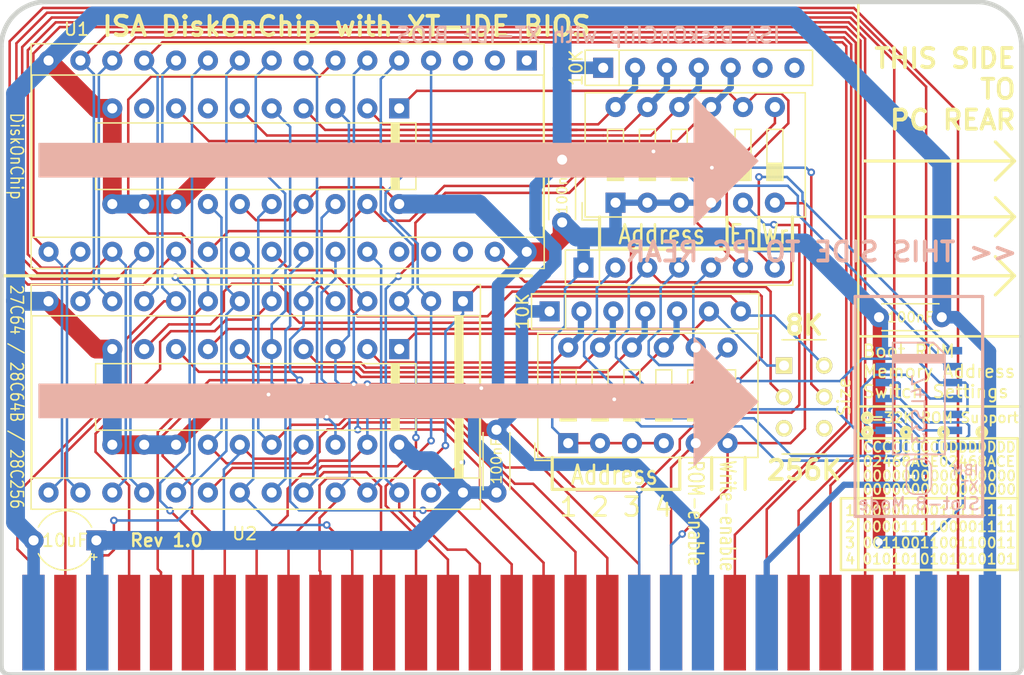
<source format=kicad_pcb>
(kicad_pcb (version 20171130) (host pcbnew "(5.1.6-0)")

  (general
    (thickness 1.6002)
    (drawings 78)
    (tracks 791)
    (zones 0)
    (modules 17)
    (nets 59)
  )

  (page User 279.4 215.9)
  (title_block
    (title "ISA DoubleROM")
    (date 2019-07-14)
    (company "Monotech PCs")
  )

  (layers
    (0 Front signal)
    (31 Back signal)
    (36 B.SilkS user hide)
    (37 F.SilkS user hide)
    (38 B.Mask user)
    (39 F.Mask user)
    (44 Edge.Cuts user hide)
    (45 Margin user hide)
    (46 B.CrtYd user hide)
    (47 F.CrtYd user hide)
    (48 B.Fab user hide)
    (49 F.Fab user hide)
  )

  (setup
    (last_trace_width 0.2)
    (user_trace_width 0.5)
    (user_trace_width 1)
    (user_trace_width 1.5)
    (trace_clearance 0.17)
    (zone_clearance 0.37846)
    (zone_45_only yes)
    (trace_min 0.127)
    (via_size 0.6)
    (via_drill 0.3)
    (via_min_size 0.6)
    (via_min_drill 0.3)
    (user_via 0.6 0.3)
    (user_via 1 0.6)
    (uvia_size 0.508)
    (uvia_drill 0.127)
    (uvias_allowed no)
    (uvia_min_size 0.508)
    (uvia_min_drill 0.127)
    (edge_width 0.381)
    (segment_width 0.381)
    (pcb_text_width 0.3048)
    (pcb_text_size 1.524 2.032)
    (mod_edge_width 0.254)
    (mod_text_size 1.524 1.524)
    (mod_text_width 0.3048)
    (pad_size 1.6 1.6)
    (pad_drill 0.8)
    (pad_to_mask_clearance 0)
    (aux_axis_origin 0 0)
    (visible_elements 7FFFEFFF)
    (pcbplotparams
      (layerselection 0x010f0_ffffffff)
      (usegerberextensions true)
      (usegerberattributes false)
      (usegerberadvancedattributes false)
      (creategerberjobfile false)
      (excludeedgelayer true)
      (linewidth 0.150000)
      (plotframeref false)
      (viasonmask false)
      (mode 1)
      (useauxorigin false)
      (hpglpennumber 1)
      (hpglpenspeed 20)
      (hpglpendiameter 15.000000)
      (psnegative false)
      (psa4output false)
      (plotreference true)
      (plotvalue true)
      (plotinvisibletext false)
      (padsonsilk false)
      (subtractmaskfromsilk false)
      (outputformat 1)
      (mirror false)
      (drillshape 0)
      (scaleselection 1)
      (outputdirectory "gerber"))
  )

  (net 0 "")
  (net 1 /A0)
  (net 2 /A1)
  (net 3 /A10)
  (net 4 /A11)
  (net 5 /A12)
  (net 6 /A13)
  (net 7 /A14)
  (net 8 /A15)
  (net 9 /A16)
  (net 10 /A17)
  (net 11 /A18)
  (net 12 /A19)
  (net 13 /A2)
  (net 14 /A3)
  (net 15 /A4)
  (net 16 /A5)
  (net 17 /A6)
  (net 18 /A7)
  (net 19 /A8)
  (net 20 /A9)
  (net 21 /AEN)
  (net 22 /D0)
  (net 23 /D1)
  (net 24 /D2)
  (net 25 /D3)
  (net 26 /D4)
  (net 27 /D5)
  (net 28 /D6)
  (net 29 /D7)
  (net 30 /~MEMR)
  (net 31 /~MEMW)
  (net 32 GND)
  (net 33 VCC)
  (net 34 "Net-(RN1-Pad5)")
  (net 35 "Net-(RN1-Pad4)")
  (net 36 "Net-(RN1-Pad3)")
  (net 37 "Net-(RN1-Pad2)")
  (net 38 "Net-(RN1-Pad7)")
  (net 39 "Net-(RN2-Pad7)")
  (net 40 /CARDSEL)
  (net 41 "Net-(JP1-Pad1)")
  (net 42 "Net-(RN2-Pad2)")
  (net 43 "Net-(RN2-Pad3)")
  (net 44 "Net-(RN2-Pad4)")
  (net 45 "Net-(RN2-Pad5)")
  (net 46 "Net-(RN2-Pad6)")
  (net 47 /CARDSEL2)
  (net 48 /CARDSEL1)
  (net 49 /~ROMW2)
  (net 50 /AEN2)
  (net 51 /~ROMW1)
  (net 52 /AEN1)
  (net 53 /~ROMCS1)
  (net 54 /~ROMCS2)
  (net 55 "Net-(RN1-Pad6)")
  (net 56 "Net-(SW4-Pad6)")
  (net 57 "Net-(SW4-Pad3)")
  (net 58 "Net-(U5-Pad13)")

  (net_class Default "This is the default net class."
    (clearance 0.17)
    (trace_width 0.2)
    (via_dia 0.6)
    (via_drill 0.3)
    (uvia_dia 0.508)
    (uvia_drill 0.127)
    (add_net /A0)
    (add_net /A1)
    (add_net /A10)
    (add_net /A11)
    (add_net /A12)
    (add_net /A13)
    (add_net /A14)
    (add_net /A15)
    (add_net /A16)
    (add_net /A17)
    (add_net /A18)
    (add_net /A19)
    (add_net /A2)
    (add_net /A3)
    (add_net /A4)
    (add_net /A5)
    (add_net /A6)
    (add_net /A7)
    (add_net /A8)
    (add_net /A9)
    (add_net /AEN)
    (add_net /AEN1)
    (add_net /AEN2)
    (add_net /CARDSEL)
    (add_net /CARDSEL1)
    (add_net /CARDSEL2)
    (add_net /D0)
    (add_net /D1)
    (add_net /D2)
    (add_net /D3)
    (add_net /D4)
    (add_net /D5)
    (add_net /D6)
    (add_net /D7)
    (add_net /~MEMR)
    (add_net /~MEMW)
    (add_net /~ROMCS1)
    (add_net /~ROMCS2)
    (add_net /~ROMW1)
    (add_net /~ROMW2)
    (add_net GND)
    (add_net "Net-(JP1-Pad1)")
    (add_net "Net-(RN1-Pad2)")
    (add_net "Net-(RN1-Pad3)")
    (add_net "Net-(RN1-Pad4)")
    (add_net "Net-(RN1-Pad5)")
    (add_net "Net-(RN1-Pad6)")
    (add_net "Net-(RN1-Pad7)")
    (add_net "Net-(RN2-Pad2)")
    (add_net "Net-(RN2-Pad3)")
    (add_net "Net-(RN2-Pad4)")
    (add_net "Net-(RN2-Pad5)")
    (add_net "Net-(RN2-Pad6)")
    (add_net "Net-(RN2-Pad7)")
    (add_net "Net-(SW4-Pad3)")
    (add_net "Net-(SW4-Pad6)")
    (add_net "Net-(U5-Pad13)")
    (add_net VCC)
  )

  (module Button_Switch_THT:SW_DIP_SPSTx06_Slide_9.78x17.42mm_W7.62mm_P2.54mm (layer Front) (tedit 5A4E1405) (tstamp 5D2A1DF0)
    (at 229.322 130.449 90)
    (descr "6x-dip-switch SPST , Slide, row spacing 7.62 mm (300 mils), body size 9.78x17.42mm (see e.g. https://www.ctscorp.com/wp-content/uploads/206-208.pdf)")
    (tags "DIP Switch SPST Slide 7.62mm 300mil")
    (path /5D29906D)
    (fp_text reference SW1 (at 3.81 -3.42 90) (layer F.Fab)
      (effects (font (size 1 1) (thickness 0.15)))
    )
    (fp_text value "ROM 1 Config" (at 3.81 16.12 90) (layer F.Fab)
      (effects (font (size 1 1) (thickness 0.15)))
    )
    (fp_line (start -0.08 -2.36) (end 8.7 -2.36) (layer F.Fab) (width 0.1))
    (fp_line (start 8.7 -2.36) (end 8.7 15.06) (layer F.Fab) (width 0.1))
    (fp_line (start 8.7 15.06) (end -1.08 15.06) (layer F.Fab) (width 0.1))
    (fp_line (start -1.08 15.06) (end -1.08 -1.36) (layer F.Fab) (width 0.1))
    (fp_line (start -1.08 -1.36) (end -0.08 -2.36) (layer F.Fab) (width 0.1))
    (fp_line (start 1.78 -0.635) (end 1.78 0.635) (layer F.Fab) (width 0.1))
    (fp_line (start 1.78 0.635) (end 5.84 0.635) (layer F.Fab) (width 0.1))
    (fp_line (start 5.84 0.635) (end 5.84 -0.635) (layer F.Fab) (width 0.1))
    (fp_line (start 5.84 -0.635) (end 1.78 -0.635) (layer F.Fab) (width 0.1))
    (fp_line (start 1.78 -0.535) (end 3.133333 -0.535) (layer F.Fab) (width 0.1))
    (fp_line (start 1.78 -0.435) (end 3.133333 -0.435) (layer F.Fab) (width 0.1))
    (fp_line (start 1.78 -0.335) (end 3.133333 -0.335) (layer F.Fab) (width 0.1))
    (fp_line (start 1.78 -0.235) (end 3.133333 -0.235) (layer F.Fab) (width 0.1))
    (fp_line (start 1.78 -0.135) (end 3.133333 -0.135) (layer F.Fab) (width 0.1))
    (fp_line (start 1.78 -0.035) (end 3.133333 -0.035) (layer F.Fab) (width 0.1))
    (fp_line (start 1.78 0.065) (end 3.133333 0.065) (layer F.Fab) (width 0.1))
    (fp_line (start 1.78 0.165) (end 3.133333 0.165) (layer F.Fab) (width 0.1))
    (fp_line (start 1.78 0.265) (end 3.133333 0.265) (layer F.Fab) (width 0.1))
    (fp_line (start 1.78 0.365) (end 3.133333 0.365) (layer F.Fab) (width 0.1))
    (fp_line (start 1.78 0.465) (end 3.133333 0.465) (layer F.Fab) (width 0.1))
    (fp_line (start 1.78 0.565) (end 3.133333 0.565) (layer F.Fab) (width 0.1))
    (fp_line (start 3.133333 -0.635) (end 3.133333 0.635) (layer F.Fab) (width 0.1))
    (fp_line (start 1.78 1.905) (end 1.78 3.175) (layer F.Fab) (width 0.1))
    (fp_line (start 1.78 3.175) (end 5.84 3.175) (layer F.Fab) (width 0.1))
    (fp_line (start 5.84 3.175) (end 5.84 1.905) (layer F.Fab) (width 0.1))
    (fp_line (start 5.84 1.905) (end 1.78 1.905) (layer F.Fab) (width 0.1))
    (fp_line (start 1.78 2.005) (end 3.133333 2.005) (layer F.Fab) (width 0.1))
    (fp_line (start 1.78 2.105) (end 3.133333 2.105) (layer F.Fab) (width 0.1))
    (fp_line (start 1.78 2.205) (end 3.133333 2.205) (layer F.Fab) (width 0.1))
    (fp_line (start 1.78 2.305) (end 3.133333 2.305) (layer F.Fab) (width 0.1))
    (fp_line (start 1.78 2.405) (end 3.133333 2.405) (layer F.Fab) (width 0.1))
    (fp_line (start 1.78 2.505) (end 3.133333 2.505) (layer F.Fab) (width 0.1))
    (fp_line (start 1.78 2.605) (end 3.133333 2.605) (layer F.Fab) (width 0.1))
    (fp_line (start 1.78 2.705) (end 3.133333 2.705) (layer F.Fab) (width 0.1))
    (fp_line (start 1.78 2.805) (end 3.133333 2.805) (layer F.Fab) (width 0.1))
    (fp_line (start 1.78 2.905) (end 3.133333 2.905) (layer F.Fab) (width 0.1))
    (fp_line (start 1.78 3.005) (end 3.133333 3.005) (layer F.Fab) (width 0.1))
    (fp_line (start 1.78 3.105) (end 3.133333 3.105) (layer F.Fab) (width 0.1))
    (fp_line (start 3.133333 1.905) (end 3.133333 3.175) (layer F.Fab) (width 0.1))
    (fp_line (start 1.78 4.445) (end 1.78 5.715) (layer F.Fab) (width 0.1))
    (fp_line (start 1.78 5.715) (end 5.84 5.715) (layer F.Fab) (width 0.1))
    (fp_line (start 5.84 5.715) (end 5.84 4.445) (layer F.Fab) (width 0.1))
    (fp_line (start 5.84 4.445) (end 1.78 4.445) (layer F.Fab) (width 0.1))
    (fp_line (start 1.78 4.545) (end 3.133333 4.545) (layer F.Fab) (width 0.1))
    (fp_line (start 1.78 4.645) (end 3.133333 4.645) (layer F.Fab) (width 0.1))
    (fp_line (start 1.78 4.745) (end 3.133333 4.745) (layer F.Fab) (width 0.1))
    (fp_line (start 1.78 4.845) (end 3.133333 4.845) (layer F.Fab) (width 0.1))
    (fp_line (start 1.78 4.945) (end 3.133333 4.945) (layer F.Fab) (width 0.1))
    (fp_line (start 1.78 5.045) (end 3.133333 5.045) (layer F.Fab) (width 0.1))
    (fp_line (start 1.78 5.145) (end 3.133333 5.145) (layer F.Fab) (width 0.1))
    (fp_line (start 1.78 5.245) (end 3.133333 5.245) (layer F.Fab) (width 0.1))
    (fp_line (start 1.78 5.345) (end 3.133333 5.345) (layer F.Fab) (width 0.1))
    (fp_line (start 1.78 5.445) (end 3.133333 5.445) (layer F.Fab) (width 0.1))
    (fp_line (start 1.78 5.545) (end 3.133333 5.545) (layer F.Fab) (width 0.1))
    (fp_line (start 1.78 5.645) (end 3.133333 5.645) (layer F.Fab) (width 0.1))
    (fp_line (start 3.133333 4.445) (end 3.133333 5.715) (layer F.Fab) (width 0.1))
    (fp_line (start 1.78 6.985) (end 1.78 8.255) (layer F.Fab) (width 0.1))
    (fp_line (start 1.78 8.255) (end 5.84 8.255) (layer F.Fab) (width 0.1))
    (fp_line (start 5.84 8.255) (end 5.84 6.985) (layer F.Fab) (width 0.1))
    (fp_line (start 5.84 6.985) (end 1.78 6.985) (layer F.Fab) (width 0.1))
    (fp_line (start 1.78 7.085) (end 3.133333 7.085) (layer F.Fab) (width 0.1))
    (fp_line (start 1.78 7.185) (end 3.133333 7.185) (layer F.Fab) (width 0.1))
    (fp_line (start 1.78 7.285) (end 3.133333 7.285) (layer F.Fab) (width 0.1))
    (fp_line (start 1.78 7.385) (end 3.133333 7.385) (layer F.Fab) (width 0.1))
    (fp_line (start 1.78 7.485) (end 3.133333 7.485) (layer F.Fab) (width 0.1))
    (fp_line (start 1.78 7.585) (end 3.133333 7.585) (layer F.Fab) (width 0.1))
    (fp_line (start 1.78 7.685) (end 3.133333 7.685) (layer F.Fab) (width 0.1))
    (fp_line (start 1.78 7.785) (end 3.133333 7.785) (layer F.Fab) (width 0.1))
    (fp_line (start 1.78 7.885) (end 3.133333 7.885) (layer F.Fab) (width 0.1))
    (fp_line (start 1.78 7.985) (end 3.133333 7.985) (layer F.Fab) (width 0.1))
    (fp_line (start 1.78 8.085) (end 3.133333 8.085) (layer F.Fab) (width 0.1))
    (fp_line (start 1.78 8.185) (end 3.133333 8.185) (layer F.Fab) (width 0.1))
    (fp_line (start 3.133333 6.985) (end 3.133333 8.255) (layer F.Fab) (width 0.1))
    (fp_line (start 1.78 9.525) (end 1.78 10.795) (layer F.Fab) (width 0.1))
    (fp_line (start 1.78 10.795) (end 5.84 10.795) (layer F.Fab) (width 0.1))
    (fp_line (start 5.84 10.795) (end 5.84 9.525) (layer F.Fab) (width 0.1))
    (fp_line (start 5.84 9.525) (end 1.78 9.525) (layer F.Fab) (width 0.1))
    (fp_line (start 1.78 9.625) (end 3.133333 9.625) (layer F.Fab) (width 0.1))
    (fp_line (start 1.78 9.725) (end 3.133333 9.725) (layer F.Fab) (width 0.1))
    (fp_line (start 1.78 9.825) (end 3.133333 9.825) (layer F.Fab) (width 0.1))
    (fp_line (start 1.78 9.925) (end 3.133333 9.925) (layer F.Fab) (width 0.1))
    (fp_line (start 1.78 10.025) (end 3.133333 10.025) (layer F.Fab) (width 0.1))
    (fp_line (start 1.78 10.125) (end 3.133333 10.125) (layer F.Fab) (width 0.1))
    (fp_line (start 1.78 10.225) (end 3.133333 10.225) (layer F.Fab) (width 0.1))
    (fp_line (start 1.78 10.325) (end 3.133333 10.325) (layer F.Fab) (width 0.1))
    (fp_line (start 1.78 10.425) (end 3.133333 10.425) (layer F.Fab) (width 0.1))
    (fp_line (start 1.78 10.525) (end 3.133333 10.525) (layer F.Fab) (width 0.1))
    (fp_line (start 1.78 10.625) (end 3.133333 10.625) (layer F.Fab) (width 0.1))
    (fp_line (start 1.78 10.725) (end 3.133333 10.725) (layer F.Fab) (width 0.1))
    (fp_line (start 3.133333 9.525) (end 3.133333 10.795) (layer F.Fab) (width 0.1))
    (fp_line (start 1.78 12.065) (end 1.78 13.335) (layer F.Fab) (width 0.1))
    (fp_line (start 1.78 13.335) (end 5.84 13.335) (layer F.Fab) (width 0.1))
    (fp_line (start 5.84 13.335) (end 5.84 12.065) (layer F.Fab) (width 0.1))
    (fp_line (start 5.84 12.065) (end 1.78 12.065) (layer F.Fab) (width 0.1))
    (fp_line (start 1.78 12.165) (end 3.133333 12.165) (layer F.Fab) (width 0.1))
    (fp_line (start 1.78 12.265) (end 3.133333 12.265) (layer F.Fab) (width 0.1))
    (fp_line (start 1.78 12.365) (end 3.133333 12.365) (layer F.Fab) (width 0.1))
    (fp_line (start 1.78 12.465) (end 3.133333 12.465) (layer F.Fab) (width 0.1))
    (fp_line (start 1.78 12.565) (end 3.133333 12.565) (layer F.Fab) (width 0.1))
    (fp_line (start 1.78 12.665) (end 3.133333 12.665) (layer F.Fab) (width 0.1))
    (fp_line (start 1.78 12.765) (end 3.133333 12.765) (layer F.Fab) (width 0.1))
    (fp_line (start 1.78 12.865) (end 3.133333 12.865) (layer F.Fab) (width 0.1))
    (fp_line (start 1.78 12.965) (end 3.133333 12.965) (layer F.Fab) (width 0.1))
    (fp_line (start 1.78 13.065) (end 3.133333 13.065) (layer F.Fab) (width 0.1))
    (fp_line (start 1.78 13.165) (end 3.133333 13.165) (layer F.Fab) (width 0.1))
    (fp_line (start 1.78 13.265) (end 3.133333 13.265) (layer F.Fab) (width 0.1))
    (fp_line (start 3.133333 12.065) (end 3.133333 13.335) (layer F.Fab) (width 0.1))
    (fp_line (start -1.14 -2.42) (end 8.76 -2.42) (layer F.SilkS) (width 0.12))
    (fp_line (start -1.14 15.12) (end 8.76 15.12) (layer F.SilkS) (width 0.12))
    (fp_line (start -1.14 -2.42) (end -1.14 15.12) (layer F.SilkS) (width 0.12))
    (fp_line (start 8.76 -2.42) (end 8.76 15.12) (layer F.SilkS) (width 0.12))
    (fp_line (start -1.38 -2.66) (end 0.004 -2.66) (layer F.SilkS) (width 0.12))
    (fp_line (start -1.38 -2.66) (end -1.38 -1.277) (layer F.SilkS) (width 0.12))
    (fp_line (start 1.78 -0.635) (end 1.78 0.635) (layer F.SilkS) (width 0.12))
    (fp_line (start 1.78 0.635) (end 5.84 0.635) (layer F.SilkS) (width 0.12))
    (fp_line (start 5.84 0.635) (end 5.84 -0.635) (layer F.SilkS) (width 0.12))
    (fp_line (start 5.84 -0.635) (end 1.78 -0.635) (layer F.SilkS) (width 0.12))
    (fp_line (start 1.78 -0.515) (end 3.133333 -0.515) (layer F.SilkS) (width 0.12))
    (fp_line (start 1.78 -0.395) (end 3.133333 -0.395) (layer F.SilkS) (width 0.12))
    (fp_line (start 1.78 -0.275) (end 3.133333 -0.275) (layer F.SilkS) (width 0.12))
    (fp_line (start 1.78 -0.155) (end 3.133333 -0.155) (layer F.SilkS) (width 0.12))
    (fp_line (start 1.78 -0.035) (end 3.133333 -0.035) (layer F.SilkS) (width 0.12))
    (fp_line (start 1.78 0.085) (end 3.133333 0.085) (layer F.SilkS) (width 0.12))
    (fp_line (start 1.78 0.205) (end 3.133333 0.205) (layer F.SilkS) (width 0.12))
    (fp_line (start 1.78 0.325) (end 3.133333 0.325) (layer F.SilkS) (width 0.12))
    (fp_line (start 1.78 0.445) (end 3.133333 0.445) (layer F.SilkS) (width 0.12))
    (fp_line (start 1.78 0.565) (end 3.133333 0.565) (layer F.SilkS) (width 0.12))
    (fp_line (start 3.133333 -0.635) (end 3.133333 0.635) (layer F.SilkS) (width 0.12))
    (fp_line (start 1.78 1.905) (end 1.78 3.175) (layer F.SilkS) (width 0.12))
    (fp_line (start 1.78 3.175) (end 5.84 3.175) (layer F.SilkS) (width 0.12))
    (fp_line (start 5.84 3.175) (end 5.84 1.905) (layer F.SilkS) (width 0.12))
    (fp_line (start 5.84 1.905) (end 1.78 1.905) (layer F.SilkS) (width 0.12))
    (fp_line (start 1.78 2.025) (end 3.133333 2.025) (layer F.SilkS) (width 0.12))
    (fp_line (start 1.78 2.145) (end 3.133333 2.145) (layer F.SilkS) (width 0.12))
    (fp_line (start 1.78 2.265) (end 3.133333 2.265) (layer F.SilkS) (width 0.12))
    (fp_line (start 1.78 2.385) (end 3.133333 2.385) (layer F.SilkS) (width 0.12))
    (fp_line (start 1.78 2.505) (end 3.133333 2.505) (layer F.SilkS) (width 0.12))
    (fp_line (start 1.78 2.625) (end 3.133333 2.625) (layer F.SilkS) (width 0.12))
    (fp_line (start 1.78 2.745) (end 3.133333 2.745) (layer F.SilkS) (width 0.12))
    (fp_line (start 1.78 2.865) (end 3.133333 2.865) (layer F.SilkS) (width 0.12))
    (fp_line (start 1.78 2.985) (end 3.133333 2.985) (layer F.SilkS) (width 0.12))
    (fp_line (start 1.78 3.105) (end 3.133333 3.105) (layer F.SilkS) (width 0.12))
    (fp_line (start 3.133333 1.905) (end 3.133333 3.175) (layer F.SilkS) (width 0.12))
    (fp_line (start 1.78 4.445) (end 1.78 5.715) (layer F.SilkS) (width 0.12))
    (fp_line (start 1.78 5.715) (end 5.84 5.715) (layer F.SilkS) (width 0.12))
    (fp_line (start 5.84 5.715) (end 5.84 4.445) (layer F.SilkS) (width 0.12))
    (fp_line (start 5.84 4.445) (end 1.78 4.445) (layer F.SilkS) (width 0.12))
    (fp_line (start 1.78 4.565) (end 3.133333 4.565) (layer F.SilkS) (width 0.12))
    (fp_line (start 1.78 4.685) (end 3.133333 4.685) (layer F.SilkS) (width 0.12))
    (fp_line (start 1.78 4.805) (end 3.133333 4.805) (layer F.SilkS) (width 0.12))
    (fp_line (start 1.78 4.925) (end 3.133333 4.925) (layer F.SilkS) (width 0.12))
    (fp_line (start 1.78 5.045) (end 3.133333 5.045) (layer F.SilkS) (width 0.12))
    (fp_line (start 1.78 5.165) (end 3.133333 5.165) (layer F.SilkS) (width 0.12))
    (fp_line (start 1.78 5.285) (end 3.133333 5.285) (layer F.SilkS) (width 0.12))
    (fp_line (start 1.78 5.405) (end 3.133333 5.405) (layer F.SilkS) (width 0.12))
    (fp_line (start 1.78 5.525) (end 3.133333 5.525) (layer F.SilkS) (width 0.12))
    (fp_line (start 1.78 5.645) (end 3.133333 5.645) (layer F.SilkS) (width 0.12))
    (fp_line (start 3.133333 4.445) (end 3.133333 5.715) (layer F.SilkS) (width 0.12))
    (fp_line (start 1.78 6.985) (end 1.78 8.255) (layer F.SilkS) (width 0.12))
    (fp_line (start 1.78 8.255) (end 5.84 8.255) (layer F.SilkS) (width 0.12))
    (fp_line (start 5.84 8.255) (end 5.84 6.985) (layer F.SilkS) (width 0.12))
    (fp_line (start 5.84 6.985) (end 1.78 6.985) (layer F.SilkS) (width 0.12))
    (fp_line (start 1.78 7.105) (end 3.133333 7.105) (layer F.SilkS) (width 0.12))
    (fp_line (start 1.78 7.225) (end 3.133333 7.225) (layer F.SilkS) (width 0.12))
    (fp_line (start 1.78 7.345) (end 3.133333 7.345) (layer F.SilkS) (width 0.12))
    (fp_line (start 1.78 7.465) (end 3.133333 7.465) (layer F.SilkS) (width 0.12))
    (fp_line (start 1.78 7.585) (end 3.133333 7.585) (layer F.SilkS) (width 0.12))
    (fp_line (start 1.78 7.705) (end 3.133333 7.705) (layer F.SilkS) (width 0.12))
    (fp_line (start 1.78 7.825) (end 3.133333 7.825) (layer F.SilkS) (width 0.12))
    (fp_line (start 1.78 7.945) (end 3.133333 7.945) (layer F.SilkS) (width 0.12))
    (fp_line (start 1.78 8.065) (end 3.133333 8.065) (layer F.SilkS) (width 0.12))
    (fp_line (start 1.78 8.185) (end 3.133333 8.185) (layer F.SilkS) (width 0.12))
    (fp_line (start 3.133333 6.985) (end 3.133333 8.255) (layer F.SilkS) (width 0.12))
    (fp_line (start 1.78 9.525) (end 1.78 10.795) (layer F.SilkS) (width 0.12))
    (fp_line (start 1.78 10.795) (end 5.84 10.795) (layer F.SilkS) (width 0.12))
    (fp_line (start 5.84 10.795) (end 5.84 9.525) (layer F.SilkS) (width 0.12))
    (fp_line (start 5.84 9.525) (end 1.78 9.525) (layer F.SilkS) (width 0.12))
    (fp_line (start 1.78 9.645) (end 3.133333 9.645) (layer F.SilkS) (width 0.12))
    (fp_line (start 1.78 9.765) (end 3.133333 9.765) (layer F.SilkS) (width 0.12))
    (fp_line (start 1.78 9.885) (end 3.133333 9.885) (layer F.SilkS) (width 0.12))
    (fp_line (start 1.78 10.005) (end 3.133333 10.005) (layer F.SilkS) (width 0.12))
    (fp_line (start 1.78 10.125) (end 3.133333 10.125) (layer F.SilkS) (width 0.12))
    (fp_line (start 1.78 10.245) (end 3.133333 10.245) (layer F.SilkS) (width 0.12))
    (fp_line (start 1.78 10.365) (end 3.133333 10.365) (layer F.SilkS) (width 0.12))
    (fp_line (start 1.78 10.485) (end 3.133333 10.485) (layer F.SilkS) (width 0.12))
    (fp_line (start 1.78 10.605) (end 3.133333 10.605) (layer F.SilkS) (width 0.12))
    (fp_line (start 1.78 10.725) (end 3.133333 10.725) (layer F.SilkS) (width 0.12))
    (fp_line (start 3.133333 9.525) (end 3.133333 10.795) (layer F.SilkS) (width 0.12))
    (fp_line (start 1.78 12.065) (end 1.78 13.335) (layer F.SilkS) (width 0.12))
    (fp_line (start 1.78 13.335) (end 5.84 13.335) (layer F.SilkS) (width 0.12))
    (fp_line (start 5.84 13.335) (end 5.84 12.065) (layer F.SilkS) (width 0.12))
    (fp_line (start 5.84 12.065) (end 1.78 12.065) (layer F.SilkS) (width 0.12))
    (fp_line (start 1.78 12.185) (end 3.133333 12.185) (layer F.SilkS) (width 0.12))
    (fp_line (start 1.78 12.305) (end 3.133333 12.305) (layer F.SilkS) (width 0.12))
    (fp_line (start 1.78 12.425) (end 3.133333 12.425) (layer F.SilkS) (width 0.12))
    (fp_line (start 1.78 12.545) (end 3.133333 12.545) (layer F.SilkS) (width 0.12))
    (fp_line (start 1.78 12.665) (end 3.133333 12.665) (layer F.SilkS) (width 0.12))
    (fp_line (start 1.78 12.785) (end 3.133333 12.785) (layer F.SilkS) (width 0.12))
    (fp_line (start 1.78 12.905) (end 3.133333 12.905) (layer F.SilkS) (width 0.12))
    (fp_line (start 1.78 13.025) (end 3.133333 13.025) (layer F.SilkS) (width 0.12))
    (fp_line (start 1.78 13.145) (end 3.133333 13.145) (layer F.SilkS) (width 0.12))
    (fp_line (start 1.78 13.265) (end 3.133333 13.265) (layer F.SilkS) (width 0.12))
    (fp_line (start 3.133333 12.065) (end 3.133333 13.335) (layer F.SilkS) (width 0.12))
    (fp_line (start -1.35 -2.7) (end -1.35 15.4) (layer F.CrtYd) (width 0.05))
    (fp_line (start -1.35 15.4) (end 8.95 15.4) (layer F.CrtYd) (width 0.05))
    (fp_line (start 8.95 15.4) (end 8.95 -2.7) (layer F.CrtYd) (width 0.05))
    (fp_line (start 8.95 -2.7) (end -1.35 -2.7) (layer F.CrtYd) (width 0.05))
    (fp_text user on (at 5.365 -1.4975 90) (layer F.Fab)
      (effects (font (size 0.8 0.8) (thickness 0.12)))
    )
    (fp_text user %R (at 7.27 6.35 180) (layer F.Fab)
      (effects (font (size 0.8 0.8) (thickness 0.12)))
    )
    (pad 12 thru_hole oval (at 7.62 0 90) (size 1.6 1.6) (drill 0.8) (layers *.Cu *.Mask)
      (net 37 "Net-(RN1-Pad2)"))
    (pad 6 thru_hole oval (at 0 12.7 90) (size 1.6 1.6) (drill 0.8) (layers *.Cu *.Mask)
      (net 31 /~MEMW))
    (pad 11 thru_hole oval (at 7.62 2.54 90) (size 1.6 1.6) (drill 0.8) (layers *.Cu *.Mask)
      (net 36 "Net-(RN1-Pad3)"))
    (pad 5 thru_hole oval (at 0 10.16 90) (size 1.6 1.6) (drill 0.8) (layers *.Cu *.Mask)
      (net 21 /AEN))
    (pad 10 thru_hole oval (at 7.62 5.08 90) (size 1.6 1.6) (drill 0.8) (layers *.Cu *.Mask)
      (net 35 "Net-(RN1-Pad4)"))
    (pad 4 thru_hole oval (at 0 7.62 90) (size 1.6 1.6) (drill 0.8) (layers *.Cu *.Mask)
      (net 33 VCC))
    (pad 9 thru_hole oval (at 7.62 7.62 90) (size 1.6 1.6) (drill 0.8) (layers *.Cu *.Mask)
      (net 34 "Net-(RN1-Pad5)"))
    (pad 3 thru_hole oval (at 0 5.08 90) (size 1.6 1.6) (drill 0.8) (layers *.Cu *.Mask)
      (net 33 VCC))
    (pad 8 thru_hole oval (at 7.62 10.16 90) (size 1.6 1.6) (drill 0.8) (layers *.Cu *.Mask)
      (net 52 /AEN1))
    (pad 2 thru_hole oval (at 0 2.54 90) (size 1.6 1.6) (drill 0.8) (layers *.Cu *.Mask)
      (net 33 VCC))
    (pad 7 thru_hole oval (at 7.62 12.7 90) (size 1.6 1.6) (drill 0.8) (layers *.Cu *.Mask)
      (net 51 /~ROMW1))
    (pad 1 thru_hole rect (at 0 0 90) (size 1.6 1.6) (drill 0.8) (layers *.Cu *.Mask)
      (net 33 VCC))
    (model ${KISYS3DMOD}/Button_Switch_THT.3dshapes/SW_DIP_SPSTx06_Slide_9.78x17.42mm_W7.62mm_P2.54mm.wrl
      (at (xyz 0 0 0))
      (scale (xyz 1 1 1))
      (rotate (xyz 0 0 90))
    )
  )

  (module Package_DIP:DIP-32_W15.24mm_Socket (layer Front) (tedit 5F36B385) (tstamp 5F3712E3)
    (at 222.25 119.12 270)
    (descr "32-lead though-hole mounted DIP package, row spacing 15.24 mm (600 mils), Socket")
    (tags "THT DIP DIL PDIP 2.54mm 15.24mm 600mil Socket")
    (path /5D2D145D)
    (fp_text reference U1 (at -2.49 35.87) (layer F.SilkS)
      (effects (font (size 1 1) (thickness 0.15)))
    )
    (fp_text value "ROM 1" (at 7.62 40.43 90) (layer F.Fab)
      (effects (font (size 1 1) (thickness 0.15)))
    )
    (fp_line (start 16.8 -1.6) (end -1.55 -1.6) (layer F.CrtYd) (width 0.05))
    (fp_line (start 16.8 39.7) (end 16.8 -1.6) (layer F.CrtYd) (width 0.05))
    (fp_line (start -1.55 39.7) (end 16.8 39.7) (layer F.CrtYd) (width 0.05))
    (fp_line (start -1.55 -1.6) (end -1.55 39.7) (layer F.CrtYd) (width 0.05))
    (fp_line (start 16.57 -1.39) (end -1.33 -1.39) (layer F.SilkS) (width 0.12))
    (fp_line (start 16.57 39.49) (end 16.57 -1.39) (layer F.SilkS) (width 0.12))
    (fp_line (start -1.33 39.49) (end 16.57 39.49) (layer F.SilkS) (width 0.12))
    (fp_line (start -1.33 -1.39) (end -1.33 39.49) (layer F.SilkS) (width 0.12))
    (fp_line (start 14.08 -1.33) (end 8.62 -1.33) (layer F.SilkS) (width 0.12))
    (fp_line (start 14.08 39.43) (end 14.08 -1.33) (layer F.SilkS) (width 0.12))
    (fp_line (start 1.16 39.43) (end 14.08 39.43) (layer F.SilkS) (width 0.12))
    (fp_line (start 1.16 -1.33) (end 1.16 39.43) (layer F.SilkS) (width 0.12))
    (fp_line (start 6.62 -1.33) (end 1.16 -1.33) (layer F.SilkS) (width 0.12))
    (fp_line (start 16.51 -1.33) (end -1.27 -1.33) (layer F.Fab) (width 0.1))
    (fp_line (start 16.51 39.43) (end 16.51 -1.33) (layer F.Fab) (width 0.1))
    (fp_line (start -1.27 39.43) (end 16.51 39.43) (layer F.Fab) (width 0.1))
    (fp_line (start -1.27 -1.33) (end -1.27 39.43) (layer F.Fab) (width 0.1))
    (fp_line (start 0.255 -0.27) (end 1.255 -1.27) (layer F.Fab) (width 0.1))
    (fp_line (start 0.255 39.37) (end 0.255 -0.27) (layer F.Fab) (width 0.1))
    (fp_line (start 14.985 39.37) (end 0.255 39.37) (layer F.Fab) (width 0.1))
    (fp_line (start 14.985 -1.27) (end 14.985 39.37) (layer F.Fab) (width 0.1))
    (fp_line (start 1.255 -1.27) (end 14.985 -1.27) (layer F.Fab) (width 0.1))
    (fp_text user %R (at 7.62 19.05 90) (layer F.Fab)
      (effects (font (size 1 1) (thickness 0.15)))
    )
    (fp_arc (start 7.62 -1.33) (end 6.62 -1.33) (angle -180) (layer F.SilkS) (width 0.12))
    (pad 32 thru_hole oval (at 15.24 0 270) (size 1.6 1.6) (drill 0.8) (layers *.Cu *.Mask)
      (net 33 VCC))
    (pad 16 thru_hole oval (at 0 38.1 270) (size 1.6 1.6) (drill 0.8) (layers *.Cu *.Mask)
      (net 32 GND))
    (pad 31 thru_hole oval (at 15.24 2.54 270) (size 1.6 1.6) (drill 0.8) (layers *.Cu *.Mask)
      (net 51 /~ROMW1))
    (pad 15 thru_hole oval (at 0 35.56 270) (size 1.6 1.6) (drill 0.8) (layers *.Cu *.Mask)
      (net 24 /D2))
    (pad 30 thru_hole oval (at 15.24 5.08 270) (size 1.6 1.6) (drill 0.8) (layers *.Cu *.Mask))
    (pad 14 thru_hole oval (at 0 33.02 270) (size 1.6 1.6) (drill 0.8) (layers *.Cu *.Mask)
      (net 23 /D1))
    (pad 29 thru_hole oval (at 15.24 7.62 270) (size 1.6 1.6) (drill 0.8) (layers *.Cu *.Mask))
    (pad 13 thru_hole oval (at 0 30.48 270) (size 1.6 1.6) (drill 0.8) (layers *.Cu *.Mask)
      (net 22 /D0))
    (pad 28 thru_hole oval (at 15.24 10.16 270) (size 1.6 1.6) (drill 0.8) (layers *.Cu *.Mask))
    (pad 12 thru_hole oval (at 0 27.94 270) (size 1.6 1.6) (drill 0.8) (layers *.Cu *.Mask)
      (net 1 /A0))
    (pad 27 thru_hole oval (at 15.24 12.7 270) (size 1.6 1.6) (drill 0.8) (layers *.Cu *.Mask)
      (net 19 /A8))
    (pad 11 thru_hole oval (at 0 25.4 270) (size 1.6 1.6) (drill 0.8) (layers *.Cu *.Mask)
      (net 2 /A1))
    (pad 26 thru_hole oval (at 15.24 15.24 270) (size 1.6 1.6) (drill 0.8) (layers *.Cu *.Mask)
      (net 20 /A9))
    (pad 10 thru_hole oval (at 0 22.86 270) (size 1.6 1.6) (drill 0.8) (layers *.Cu *.Mask)
      (net 13 /A2))
    (pad 25 thru_hole oval (at 15.24 17.78 270) (size 1.6 1.6) (drill 0.8) (layers *.Cu *.Mask)
      (net 4 /A11))
    (pad 9 thru_hole oval (at 0 20.32 270) (size 1.6 1.6) (drill 0.8) (layers *.Cu *.Mask)
      (net 14 /A3))
    (pad 24 thru_hole oval (at 15.24 20.32 270) (size 1.6 1.6) (drill 0.8) (layers *.Cu *.Mask)
      (net 30 /~MEMR))
    (pad 8 thru_hole oval (at 0 17.78 270) (size 1.6 1.6) (drill 0.8) (layers *.Cu *.Mask)
      (net 15 /A4))
    (pad 23 thru_hole oval (at 15.24 22.86 270) (size 1.6 1.6) (drill 0.8) (layers *.Cu *.Mask)
      (net 3 /A10))
    (pad 7 thru_hole oval (at 0 15.24 270) (size 1.6 1.6) (drill 0.8) (layers *.Cu *.Mask)
      (net 16 /A5))
    (pad 22 thru_hole oval (at 15.24 25.4 270) (size 1.6 1.6) (drill 0.8) (layers *.Cu *.Mask)
      (net 53 /~ROMCS1))
    (pad 6 thru_hole oval (at 0 12.7 270) (size 1.6 1.6) (drill 0.8) (layers *.Cu *.Mask)
      (net 17 /A6))
    (pad 21 thru_hole oval (at 15.24 27.94 270) (size 1.6 1.6) (drill 0.8) (layers *.Cu *.Mask)
      (net 29 /D7))
    (pad 5 thru_hole oval (at 0 10.16 270) (size 1.6 1.6) (drill 0.8) (layers *.Cu *.Mask)
      (net 18 /A7))
    (pad 20 thru_hole oval (at 15.24 30.48 270) (size 1.6 1.6) (drill 0.8) (layers *.Cu *.Mask)
      (net 28 /D6))
    (pad 4 thru_hole oval (at 0 7.62 270) (size 1.6 1.6) (drill 0.8) (layers *.Cu *.Mask)
      (net 5 /A12))
    (pad 19 thru_hole oval (at 15.24 33.02 270) (size 1.6 1.6) (drill 0.8) (layers *.Cu *.Mask)
      (net 27 /D5))
    (pad 3 thru_hole oval (at 0 5.08 270) (size 1.6 1.6) (drill 0.8) (layers *.Cu *.Mask))
    (pad 18 thru_hole oval (at 15.24 35.56 270) (size 1.6 1.6) (drill 0.8) (layers *.Cu *.Mask)
      (net 26 /D4))
    (pad 2 thru_hole oval (at 0 2.54 270) (size 1.6 1.6) (drill 0.8) (layers *.Cu *.Mask))
    (pad 17 thru_hole oval (at 15.24 38.1 270) (size 1.6 1.6) (drill 0.8) (layers *.Cu *.Mask)
      (net 25 /D3))
    (pad 1 thru_hole rect (at 0 0 270) (size 1.6 1.6) (drill 0.8) (layers *.Cu *.Mask))
    (model ${KISYS3DMOD}/Package_DIP.3dshapes/DIP-32_W15.24mm_Socket.wrl
      (at (xyz 0 0 0))
      (scale (xyz 1 1 1))
      (rotate (xyz 0 0 0))
    )
  )

  (module Custom:Conn_Bus_ISA8 (layer Front) (tedit 5D297550) (tstamp 508E064F)
    (at 221.05 163.908)
    (descr "ISA8 PCB edge connector")
    (tags "CONN BUS ISA")
    (path /5D2969A5)
    (fp_text reference J1 (at -22.86 -6.6675) (layer F.SilkS) hide
      (effects (font (size 1.524 1.524) (thickness 0.3048)))
    )
    (fp_text value Bus_ISA_8bit (at -32.385 -6.6675) (layer F.SilkS) hide
      (effects (font (size 1.524 1.27) (thickness 0.254) italic))
    )
    (pad 8 connect rect (at 20.32 0) (size 1.778 7.62) (layers Back B.Mask)
      (net 40 /CARDSEL))
    (pad 62 connect rect (at -38.1 0) (size 1.778 7.62) (layers Front F.Mask)
      (net 1 /A0))
    (pad 61 connect rect (at -35.56 0) (size 1.778 7.62) (layers Front F.Mask)
      (net 2 /A1))
    (pad 60 connect rect (at -33.02 0) (size 1.778 7.62) (layers Front F.Mask)
      (net 13 /A2))
    (pad 59 connect rect (at -30.48 0) (size 1.778 7.62) (layers Front F.Mask)
      (net 14 /A3))
    (pad 58 connect rect (at -27.94 0) (size 1.778 7.62) (layers Front F.Mask)
      (net 15 /A4))
    (pad 57 connect rect (at -25.4 0) (size 1.778 7.62) (layers Front F.Mask)
      (net 16 /A5))
    (pad 56 connect rect (at -22.86 0) (size 1.778 7.62) (layers Front F.Mask)
      (net 17 /A6))
    (pad 55 connect rect (at -20.32 0) (size 1.778 7.62) (layers Front F.Mask)
      (net 18 /A7))
    (pad 54 connect rect (at -17.78 0) (size 1.778 7.62) (layers Front F.Mask)
      (net 19 /A8))
    (pad 53 connect rect (at -15.24 0) (size 1.778 7.62) (layers Front F.Mask)
      (net 20 /A9))
    (pad 52 connect rect (at -12.7 0) (size 1.778 7.62) (layers Front F.Mask)
      (net 3 /A10))
    (pad 51 connect rect (at -10.16 0) (size 1.778 7.62) (layers Front F.Mask)
      (net 4 /A11))
    (pad 50 connect rect (at -7.62 0) (size 1.778 7.62) (layers Front F.Mask)
      (net 5 /A12))
    (pad 49 connect rect (at -5.08 0) (size 1.778 7.62) (layers Front F.Mask)
      (net 6 /A13))
    (pad 48 connect rect (at -2.54 0) (size 1.778 7.62) (layers Front F.Mask)
      (net 7 /A14))
    (pad 47 connect rect (at 0 0) (size 1.778 7.62) (layers Front F.Mask)
      (net 8 /A15))
    (pad 46 connect rect (at 2.54 0) (size 1.778 7.62) (layers Front F.Mask)
      (net 9 /A16))
    (pad 45 connect rect (at 5.08 0) (size 1.778 7.62) (layers Front F.Mask)
      (net 10 /A17))
    (pad 44 connect rect (at 7.62 0) (size 1.778 7.62) (layers Front F.Mask)
      (net 11 /A18))
    (pad 43 connect rect (at 10.16 0) (size 1.778 7.62) (layers Front F.Mask)
      (net 12 /A19))
    (pad 42 connect rect (at 12.7 0) (size 1.778 7.62) (layers Front F.Mask)
      (net 21 /AEN))
    (pad 40 connect rect (at 17.78 0) (size 1.778 7.62) (layers Front F.Mask)
      (net 22 /D0))
    (pad 39 connect rect (at 20.32 0) (size 1.778 7.62) (layers Front F.Mask)
      (net 23 /D1))
    (pad 38 connect rect (at 22.86 0) (size 1.778 7.62) (layers Front F.Mask)
      (net 24 /D2))
    (pad 37 connect rect (at 25.4 0) (size 1.778 7.62) (layers Front F.Mask)
      (net 25 /D3))
    (pad 36 connect rect (at 27.94 0) (size 1.778 7.62) (layers Front F.Mask)
      (net 26 /D4))
    (pad 35 connect rect (at 30.48 0) (size 1.778 7.62) (layers Front F.Mask)
      (net 27 /D5))
    (pad 34 connect rect (at 33.02 0) (size 1.778 7.62) (layers Front F.Mask)
      (net 28 /D6))
    (pad 33 connect rect (at 35.56 0) (size 1.778 7.62) (layers Front F.Mask)
      (net 29 /D7))
    (pad 31 connect rect (at -38.1 0) (size 1.778 7.62) (layers Back B.Mask)
      (net 32 GND))
    (pad 29 connect rect (at -33.02 0) (size 1.778 7.62) (layers Back B.Mask)
      (net 33 VCC))
    (pad 12 connect rect (at 10.16 0) (size 1.778 7.62) (layers Back B.Mask)
      (net 30 /~MEMR))
    (pad 11 connect rect (at 12.7 0) (size 1.778 7.62) (layers Back B.Mask)
      (net 31 /~MEMW))
    (pad 10 connect rect (at 15.24 0) (size 1.778 7.62) (layers Back B.Mask)
      (net 32 GND))
    (pad 3 connect rect (at 33.02 0) (size 1.778 7.62) (layers Back B.Mask)
      (net 33 VCC))
    (pad 1 connect rect (at 38.1 0) (size 1.778 7.62) (layers Back B.Mask)
      (net 32 GND))
  )

  (module Capacitor_THT:CP_Radial_Tantal_D4.5mm_P5.00mm (layer Front) (tedit 5AE50EF0) (tstamp 5D2A059E)
    (at 187.96 157.353 180)
    (descr "CP, Radial_Tantal series, Radial, pin pitch=5.00mm, , diameter=4.5mm, Tantal Electrolytic Capacitor, http://cdn-reichelt.de/documents/datenblatt/B300/TANTAL-TB-Serie%23.pdf")
    (tags "CP Radial_Tantal series Radial pin pitch 5.00mm  diameter 4.5mm Tantal Electrolytic Capacitor")
    (path /5D49C3FC)
    (fp_text reference C1 (at 2.5 -3.5 180) (layer F.Fab)
      (effects (font (size 1 1) (thickness 0.15)))
    )
    (fp_text value 10uF (at 2.5 0 180) (layer F.SilkS)
      (effects (font (size 1 1) (thickness 0.15)))
    )
    (fp_line (start 0.187712 -1.56) (end 0.187712 -1.11) (layer F.SilkS) (width 0.12))
    (fp_line (start -0.037288 -1.335) (end 0.412712 -1.335) (layer F.SilkS) (width 0.12))
    (fp_line (start 0.80692 -1.2025) (end 0.80692 -0.7525) (layer F.Fab) (width 0.1))
    (fp_line (start 0.58192 -0.9775) (end 1.03192 -0.9775) (layer F.Fab) (width 0.1))
    (fp_circle (center 2.5 0) (end 6.22 0) (layer F.CrtYd) (width 0.05))
    (fp_circle (center 2.5 0) (end 4.75 0) (layer F.Fab) (width 0.1))
    (fp_arc (start 2.5 0) (end 0.380259 -1.06) (angle 126.864288) (layer F.SilkS) (width 0.12))
    (fp_arc (start 2.5 0) (end 0.380259 1.06) (angle -126.864288) (layer F.SilkS) (width 0.12))
    (fp_text user %R (at 2.5 0 180) (layer F.Fab)
      (effects (font (size 0.9 0.9) (thickness 0.135)))
    )
    (pad 1 thru_hole rect (at 0 0 180) (size 1.6 1.6) (drill 0.8) (layers *.Cu *.Mask)
      (net 33 VCC))
    (pad 2 thru_hole circle (at 5 0 180) (size 1.6 1.6) (drill 0.8) (layers *.Cu *.Mask)
      (net 32 GND))
    (model ${KISYS3DMOD}/Capacitor_THT.3dshapes/CP_Radial_Tantal_D4.5mm_P5.00mm.wrl
      (at (xyz 0 0 0))
      (scale (xyz 1 1 1))
      (rotate (xyz 0 0 0))
    )
  )

  (module Capacitor_THT:C_Disc_D4.3mm_W1.9mm_P5.00mm (layer Front) (tedit 5AE50EF0) (tstamp 5D29E3FF)
    (at 219.837 153.543 90)
    (descr "C, Disc series, Radial, pin pitch=5.00mm, , diameter*width=4.3*1.9mm^2, Capacitor, http://www.vishay.com/docs/45233/krseries.pdf")
    (tags "C Disc series Radial pin pitch 5.00mm  diameter 4.3mm width 1.9mm Capacitor")
    (path /5D49D3B9)
    (fp_text reference C2 (at 2.5 -2.2 90) (layer F.Fab)
      (effects (font (size 1 1) (thickness 0.15)))
    )
    (fp_text value 100nF (at 2.5 0 90) (layer F.SilkS)
      (effects (font (size 0.8 0.8) (thickness 0.12)))
    )
    (fp_line (start 6.05 -1.2) (end -1.05 -1.2) (layer F.CrtYd) (width 0.05))
    (fp_line (start 6.05 1.2) (end 6.05 -1.2) (layer F.CrtYd) (width 0.05))
    (fp_line (start -1.05 1.2) (end 6.05 1.2) (layer F.CrtYd) (width 0.05))
    (fp_line (start -1.05 -1.2) (end -1.05 1.2) (layer F.CrtYd) (width 0.05))
    (fp_line (start 4.77 1.055) (end 4.77 1.07) (layer F.SilkS) (width 0.12))
    (fp_line (start 4.77 -1.07) (end 4.77 -1.055) (layer F.SilkS) (width 0.12))
    (fp_line (start 0.23 1.055) (end 0.23 1.07) (layer F.SilkS) (width 0.12))
    (fp_line (start 0.23 -1.07) (end 0.23 -1.055) (layer F.SilkS) (width 0.12))
    (fp_line (start 0.23 1.07) (end 4.77 1.07) (layer F.SilkS) (width 0.12))
    (fp_line (start 0.23 -1.07) (end 4.77 -1.07) (layer F.SilkS) (width 0.12))
    (fp_line (start 4.65 -0.95) (end 0.35 -0.95) (layer F.Fab) (width 0.1))
    (fp_line (start 4.65 0.95) (end 4.65 -0.95) (layer F.Fab) (width 0.1))
    (fp_line (start 0.35 0.95) (end 4.65 0.95) (layer F.Fab) (width 0.1))
    (fp_line (start 0.35 -0.95) (end 0.35 0.95) (layer F.Fab) (width 0.1))
    (fp_text user %R (at 2.5 0 90) (layer F.Fab)
      (effects (font (size 0.86 0.86) (thickness 0.129)))
    )
    (pad 1 thru_hole circle (at 0 0 90) (size 1.6 1.6) (drill 0.8) (layers *.Cu *.Mask)
      (net 33 VCC))
    (pad 2 thru_hole circle (at 5 0 90) (size 1.6 1.6) (drill 0.8) (layers *.Cu *.Mask)
      (net 32 GND))
    (model ${KISYS3DMOD}/Capacitor_THT.3dshapes/C_Disc_D4.3mm_W1.9mm_P5.00mm.wrl
      (at (xyz 0 0 0))
      (scale (xyz 1 1 1))
      (rotate (xyz 0 0 0))
    )
  )

  (module Capacitor_THT:C_Disc_D4.3mm_W1.9mm_P5.00mm (layer Front) (tedit 5AE50EF0) (tstamp 5D2AA8B9)
    (at 225.07 132.02 90)
    (descr "C, Disc series, Radial, pin pitch=5.00mm, , diameter*width=4.3*1.9mm^2, Capacitor, http://www.vishay.com/docs/45233/krseries.pdf")
    (tags "C Disc series Radial pin pitch 5.00mm  diameter 4.3mm width 1.9mm Capacitor")
    (path /5D49DFB6)
    (fp_text reference C3 (at 2.5 -2.2 90) (layer F.Fab)
      (effects (font (size 1 1) (thickness 0.15)))
    )
    (fp_text value 100nF (at 2.5 0 90) (layer F.SilkS)
      (effects (font (size 0.8 0.8) (thickness 0.12)))
    )
    (fp_line (start 0.35 -0.95) (end 0.35 0.95) (layer F.Fab) (width 0.1))
    (fp_line (start 0.35 0.95) (end 4.65 0.95) (layer F.Fab) (width 0.1))
    (fp_line (start 4.65 0.95) (end 4.65 -0.95) (layer F.Fab) (width 0.1))
    (fp_line (start 4.65 -0.95) (end 0.35 -0.95) (layer F.Fab) (width 0.1))
    (fp_line (start 0.23 -1.07) (end 4.77 -1.07) (layer F.SilkS) (width 0.12))
    (fp_line (start 0.23 1.07) (end 4.77 1.07) (layer F.SilkS) (width 0.12))
    (fp_line (start 0.23 -1.07) (end 0.23 -1.055) (layer F.SilkS) (width 0.12))
    (fp_line (start 0.23 1.055) (end 0.23 1.07) (layer F.SilkS) (width 0.12))
    (fp_line (start 4.77 -1.07) (end 4.77 -1.055) (layer F.SilkS) (width 0.12))
    (fp_line (start 4.77 1.055) (end 4.77 1.07) (layer F.SilkS) (width 0.12))
    (fp_line (start -1.05 -1.2) (end -1.05 1.2) (layer F.CrtYd) (width 0.05))
    (fp_line (start -1.05 1.2) (end 6.05 1.2) (layer F.CrtYd) (width 0.05))
    (fp_line (start 6.05 1.2) (end 6.05 -1.2) (layer F.CrtYd) (width 0.05))
    (fp_line (start 6.05 -1.2) (end -1.05 -1.2) (layer F.CrtYd) (width 0.05))
    (fp_text user %R (at 2.5 0 90) (layer F.Fab)
      (effects (font (size 0.86 0.86) (thickness 0.129)))
    )
    (pad 2 thru_hole circle (at 5 0 90) (size 1.6 1.6) (drill 0.8) (layers *.Cu *.Mask)
      (net 32 GND))
    (pad 1 thru_hole circle (at 0 0 90) (size 1.6 1.6) (drill 0.8) (layers *.Cu *.Mask)
      (net 33 VCC))
    (model ${KISYS3DMOD}/Capacitor_THT.3dshapes/C_Disc_D4.3mm_W1.9mm_P5.00mm.wrl
      (at (xyz 0 0 0))
      (scale (xyz 1 1 1))
      (rotate (xyz 0 0 0))
    )
  )

  (module Jumper:SolderJumper-2_P1.3mm_Bridged_RoundedPad1.0x1.5mm (layer Back) (tedit 5C745284) (tstamp 5D2A2B64)
    (at 253.492 152.273 270)
    (descr "SMD Solder Jumper, 1x1.5mm, rounded Pads, 0.3mm gap, bridged with 1 copper strip")
    (tags "solder jumper open")
    (path /5D5291EF)
    (attr virtual)
    (fp_text reference JP1 (at 0 1.8 270) (layer B.Fab)
      (effects (font (size 1 1) (thickness 0.15)) (justify mirror))
    )
    (fp_text value "Slot-8 Mode" (at 2.159 0) (layer B.SilkS)
      (effects (font (size 1 1) (thickness 0.15)) (justify mirror))
    )
    (fp_poly (pts (xy 0.25 0.3) (xy -0.25 0.3) (xy -0.25 -0.3) (xy 0.25 -0.3)) (layer Back) (width 0))
    (fp_line (start 1.65 -1.25) (end -1.65 -1.25) (layer B.CrtYd) (width 0.05))
    (fp_line (start 1.65 -1.25) (end 1.65 1.25) (layer B.CrtYd) (width 0.05))
    (fp_line (start -1.65 1.25) (end -1.65 -1.25) (layer B.CrtYd) (width 0.05))
    (fp_line (start -1.65 1.25) (end 1.65 1.25) (layer B.CrtYd) (width 0.05))
    (fp_line (start -0.7 1) (end 0.7 1) (layer B.SilkS) (width 0.12))
    (fp_line (start 1.4 0.3) (end 1.4 -0.3) (layer B.SilkS) (width 0.12))
    (fp_line (start 0.7 -1) (end -0.7 -1) (layer B.SilkS) (width 0.12))
    (fp_line (start -1.4 -0.3) (end -1.4 0.3) (layer B.SilkS) (width 0.12))
    (fp_arc (start 0.7 0.3) (end 1.4 0.3) (angle 90) (layer B.SilkS) (width 0.12))
    (fp_arc (start 0.7 -0.3) (end 0.7 -1) (angle 90) (layer B.SilkS) (width 0.12))
    (fp_arc (start -0.7 -0.3) (end -1.4 -0.3) (angle 90) (layer B.SilkS) (width 0.12))
    (fp_arc (start -0.7 0.3) (end -0.7 1) (angle 90) (layer B.SilkS) (width 0.12))
    (pad 2 smd custom (at 0.65 0 270) (size 1 0.5) (layers Back B.Mask)
      (net 40 /CARDSEL) (zone_connect 2)
      (options (clearance outline) (anchor rect))
      (primitives
        (gr_circle (center 0 -0.25) (end 0.5 -0.25) (width 0))
        (gr_circle (center 0 0.25) (end 0.5 0.25) (width 0))
        (gr_poly (pts
           (xy 0 0.75) (xy -0.5 0.75) (xy -0.5 -0.75) (xy 0 -0.75)) (width 0))
      ))
    (pad 1 smd custom (at -0.65 0 270) (size 1 0.5) (layers Back B.Mask)
      (net 41 "Net-(JP1-Pad1)") (zone_connect 2)
      (options (clearance outline) (anchor rect))
      (primitives
        (gr_circle (center 0 -0.25) (end 0.5 -0.25) (width 0))
        (gr_circle (center 0 0.25) (end 0.5 0.25) (width 0))
        (gr_poly (pts
           (xy 0 0.75) (xy 0.5 0.75) (xy 0.5 -0.75) (xy 0 -0.75)) (width 0))
      ))
  )

  (module Resistor_THT:R_Array_SIP7 (layer Front) (tedit 5F36BDFD) (tstamp 5D2A1371)
    (at 228.34 119.7)
    (descr "7-pin Resistor SIP pack")
    (tags R)
    (path /5D29A212)
    (fp_text reference RN1 (at 8.89 -2.4) (layer F.Fab)
      (effects (font (size 1 1) (thickness 0.15)))
    )
    (fp_text value 10K (at -2.159 0 90) (layer F.SilkS)
      (effects (font (size 1 1) (thickness 0.15)))
    )
    (fp_line (start -1.29 -1.25) (end -1.29 1.25) (layer F.Fab) (width 0.1))
    (fp_line (start -1.29 1.25) (end 16.53 1.25) (layer F.Fab) (width 0.1))
    (fp_line (start 16.53 1.25) (end 16.53 -1.25) (layer F.Fab) (width 0.1))
    (fp_line (start 16.53 -1.25) (end -1.29 -1.25) (layer F.Fab) (width 0.1))
    (fp_line (start 1.27 -1.25) (end 1.27 1.25) (layer F.Fab) (width 0.1))
    (fp_line (start -1.44 -1.4) (end -1.44 1.4) (layer F.SilkS) (width 0.12))
    (fp_line (start -1.44 1.4) (end 16.68 1.4) (layer F.SilkS) (width 0.12))
    (fp_line (start 16.68 1.4) (end 16.68 -1.4) (layer F.SilkS) (width 0.12))
    (fp_line (start 16.68 -1.4) (end -1.44 -1.4) (layer F.SilkS) (width 0.12))
    (fp_line (start 1.27 -1.4) (end 1.27 1.4) (layer F.SilkS) (width 0.12))
    (fp_line (start -1.7 -1.65) (end -1.7 1.65) (layer F.CrtYd) (width 0.05))
    (fp_line (start -1.7 1.65) (end 16.95 1.65) (layer F.CrtYd) (width 0.05))
    (fp_line (start 16.95 1.65) (end 16.95 -1.65) (layer F.CrtYd) (width 0.05))
    (fp_line (start 16.95 -1.65) (end -1.7 -1.65) (layer F.CrtYd) (width 0.05))
    (fp_text user %R (at 7.62 0) (layer F.Fab)
      (effects (font (size 1 1) (thickness 0.15)))
    )
    (pad 7 thru_hole oval (at 15.24 0) (size 1.6 1.6) (drill 0.8) (layers *.Cu *.Mask)
      (net 38 "Net-(RN1-Pad7)"))
    (pad 6 thru_hole oval (at 12.7 0) (size 1.6 1.6) (drill 0.8) (layers *.Cu *.Mask)
      (net 55 "Net-(RN1-Pad6)"))
    (pad 5 thru_hole oval (at 10.16 0) (size 1.6 1.6) (drill 0.8) (layers *.Cu *.Mask)
      (net 34 "Net-(RN1-Pad5)"))
    (pad 4 thru_hole oval (at 7.62 0) (size 1.6 1.6) (drill 0.8) (layers *.Cu *.Mask)
      (net 35 "Net-(RN1-Pad4)"))
    (pad 3 thru_hole oval (at 5.08 0) (size 1.6 1.6) (drill 0.8) (layers *.Cu *.Mask)
      (net 36 "Net-(RN1-Pad3)"))
    (pad 2 thru_hole oval (at 2.54 0) (size 1.6 1.6) (drill 0.8) (layers *.Cu *.Mask)
      (net 37 "Net-(RN1-Pad2)"))
    (pad 1 thru_hole rect (at 0 0) (size 1.6 1.6) (drill 0.8) (layers *.Cu *.Mask)
      (net 32 GND))
    (model ${KISYS3DMOD}/Resistor_THT.3dshapes/R_Array_SIP7.wrl
      (at (xyz 0 0 0))
      (scale (xyz 1 1 1))
      (rotate (xyz 0 0 0))
    )
  )

  (module Resistor_THT:R_Array_SIP7 (layer Front) (tedit 5A14249F) (tstamp 5D2A13BC)
    (at 224.07 139.11)
    (descr "7-pin Resistor SIP pack")
    (tags R)
    (path /5D400FEE)
    (fp_text reference RN2 (at 8.89 -2.4) (layer F.Fab)
      (effects (font (size 1 1) (thickness 0.15)))
    )
    (fp_text value 10K (at -2.159 0 90) (layer F.SilkS)
      (effects (font (size 1 1) (thickness 0.15)))
    )
    (fp_line (start 16.95 -1.65) (end -1.7 -1.65) (layer F.CrtYd) (width 0.05))
    (fp_line (start 16.95 1.65) (end 16.95 -1.65) (layer F.CrtYd) (width 0.05))
    (fp_line (start -1.7 1.65) (end 16.95 1.65) (layer F.CrtYd) (width 0.05))
    (fp_line (start -1.7 -1.65) (end -1.7 1.65) (layer F.CrtYd) (width 0.05))
    (fp_line (start 1.27 -1.4) (end 1.27 1.4) (layer F.SilkS) (width 0.12))
    (fp_line (start 16.68 -1.4) (end -1.44 -1.4) (layer F.SilkS) (width 0.12))
    (fp_line (start 16.68 1.4) (end 16.68 -1.4) (layer F.SilkS) (width 0.12))
    (fp_line (start -1.44 1.4) (end 16.68 1.4) (layer F.SilkS) (width 0.12))
    (fp_line (start -1.44 -1.4) (end -1.44 1.4) (layer F.SilkS) (width 0.12))
    (fp_line (start 1.27 -1.25) (end 1.27 1.25) (layer F.Fab) (width 0.1))
    (fp_line (start 16.53 -1.25) (end -1.29 -1.25) (layer F.Fab) (width 0.1))
    (fp_line (start 16.53 1.25) (end 16.53 -1.25) (layer F.Fab) (width 0.1))
    (fp_line (start -1.29 1.25) (end 16.53 1.25) (layer F.Fab) (width 0.1))
    (fp_line (start -1.29 -1.25) (end -1.29 1.25) (layer F.Fab) (width 0.1))
    (fp_text user %R (at 7.62 0) (layer F.Fab)
      (effects (font (size 1 1) (thickness 0.15)))
    )
    (pad 1 thru_hole rect (at 0 0) (size 1.6 1.6) (drill 0.8) (layers *.Cu *.Mask)
      (net 32 GND))
    (pad 2 thru_hole oval (at 2.54 0) (size 1.6 1.6) (drill 0.8) (layers *.Cu *.Mask)
      (net 42 "Net-(RN2-Pad2)"))
    (pad 3 thru_hole oval (at 5.08 0) (size 1.6 1.6) (drill 0.8) (layers *.Cu *.Mask)
      (net 43 "Net-(RN2-Pad3)"))
    (pad 4 thru_hole oval (at 7.62 0) (size 1.6 1.6) (drill 0.8) (layers *.Cu *.Mask)
      (net 44 "Net-(RN2-Pad4)"))
    (pad 5 thru_hole oval (at 10.16 0) (size 1.6 1.6) (drill 0.8) (layers *.Cu *.Mask)
      (net 45 "Net-(RN2-Pad5)"))
    (pad 6 thru_hole oval (at 12.7 0) (size 1.6 1.6) (drill 0.8) (layers *.Cu *.Mask)
      (net 46 "Net-(RN2-Pad6)"))
    (pad 7 thru_hole oval (at 15.24 0) (size 1.6 1.6) (drill 0.8) (layers *.Cu *.Mask)
      (net 39 "Net-(RN2-Pad7)"))
    (model ${KISYS3DMOD}/Resistor_THT.3dshapes/R_Array_SIP7.wrl
      (at (xyz 0 0 0))
      (scale (xyz 1 1 1))
      (rotate (xyz 0 0 0))
    )
  )

  (module Resistor_THT:R_Array_SIP7 (layer Front) (tedit 5A14249F) (tstamp 5D2A298A)
    (at 226.77 135.62)
    (descr "7-pin Resistor SIP pack")
    (tags R)
    (path /5D52A762)
    (fp_text reference RN3 (at 8.89 -2.4) (layer F.Fab)
      (effects (font (size 1 1) (thickness 0.15)))
    )
    (fp_text value 10K (at -2.159 0 90) (layer F.Fab)
      (effects (font (size 1 1) (thickness 0.15)))
    )
    (fp_line (start 16.95 -1.65) (end -1.7 -1.65) (layer F.CrtYd) (width 0.05))
    (fp_line (start 16.95 1.65) (end 16.95 -1.65) (layer F.CrtYd) (width 0.05))
    (fp_line (start -1.7 1.65) (end 16.95 1.65) (layer F.CrtYd) (width 0.05))
    (fp_line (start -1.7 -1.65) (end -1.7 1.65) (layer F.CrtYd) (width 0.05))
    (fp_line (start 1.27 -1.4) (end 1.27 1.4) (layer F.SilkS) (width 0.12))
    (fp_line (start 16.68 -1.4) (end -1.44 -1.4) (layer F.SilkS) (width 0.12))
    (fp_line (start 16.68 1.4) (end 16.68 -1.4) (layer F.SilkS) (width 0.12))
    (fp_line (start -1.44 1.4) (end 16.68 1.4) (layer F.SilkS) (width 0.12))
    (fp_line (start -1.44 -1.4) (end -1.44 1.4) (layer F.SilkS) (width 0.12))
    (fp_line (start 1.27 -1.25) (end 1.27 1.25) (layer F.Fab) (width 0.1))
    (fp_line (start 16.53 -1.25) (end -1.29 -1.25) (layer F.Fab) (width 0.1))
    (fp_line (start 16.53 1.25) (end 16.53 -1.25) (layer F.Fab) (width 0.1))
    (fp_line (start -1.29 1.25) (end 16.53 1.25) (layer F.Fab) (width 0.1))
    (fp_line (start -1.29 -1.25) (end -1.29 1.25) (layer F.Fab) (width 0.1))
    (fp_text user %R (at 7.62 0) (layer F.Fab)
      (effects (font (size 1 1) (thickness 0.15)))
    )
    (pad 1 thru_hole rect (at 0 0) (size 1.6 1.6) (drill 0.8) (layers *.Cu *.Mask)
      (net 33 VCC))
    (pad 2 thru_hole oval (at 2.54 0) (size 1.6 1.6) (drill 0.8) (layers *.Cu *.Mask)
      (net 47 /CARDSEL2))
    (pad 3 thru_hole oval (at 5.08 0) (size 1.6 1.6) (drill 0.8) (layers *.Cu *.Mask)
      (net 48 /CARDSEL1))
    (pad 4 thru_hole oval (at 7.62 0) (size 1.6 1.6) (drill 0.8) (layers *.Cu *.Mask)
      (net 49 /~ROMW2))
    (pad 5 thru_hole oval (at 10.16 0) (size 1.6 1.6) (drill 0.8) (layers *.Cu *.Mask)
      (net 50 /AEN2))
    (pad 6 thru_hole oval (at 12.7 0) (size 1.6 1.6) (drill 0.8) (layers *.Cu *.Mask)
      (net 51 /~ROMW1))
    (pad 7 thru_hole oval (at 15.24 0) (size 1.6 1.6) (drill 0.8) (layers *.Cu *.Mask)
      (net 52 /AEN1))
    (model ${KISYS3DMOD}/Resistor_THT.3dshapes/R_Array_SIP7.wrl
      (at (xyz 0 0 0))
      (scale (xyz 1 1 1))
      (rotate (xyz 0 0 0))
    )
  )

  (module Button_Switch_THT:SW_DIP_SPSTx06_Slide_9.78x17.42mm_W7.62mm_P2.54mm (layer Front) (tedit 5A4E1405) (tstamp 5D2A14CE)
    (at 225.552 149.606 90)
    (descr "6x-dip-switch SPST , Slide, row spacing 7.62 mm (300 mils), body size 9.78x17.42mm (see e.g. https://www.ctscorp.com/wp-content/uploads/206-208.pdf)")
    (tags "DIP Switch SPST Slide 7.62mm 300mil")
    (path /5D400FD0)
    (fp_text reference SW2 (at 3.81 -3.42 90) (layer F.Fab)
      (effects (font (size 1 1) (thickness 0.15)))
    )
    (fp_text value "ROM 2 Config" (at 3.81 16.12 90) (layer F.Fab)
      (effects (font (size 1 1) (thickness 0.15)))
    )
    (fp_line (start 8.95 -2.7) (end -1.35 -2.7) (layer F.CrtYd) (width 0.05))
    (fp_line (start 8.95 15.4) (end 8.95 -2.7) (layer F.CrtYd) (width 0.05))
    (fp_line (start -1.35 15.4) (end 8.95 15.4) (layer F.CrtYd) (width 0.05))
    (fp_line (start -1.35 -2.7) (end -1.35 15.4) (layer F.CrtYd) (width 0.05))
    (fp_line (start 3.133333 12.065) (end 3.133333 13.335) (layer F.SilkS) (width 0.12))
    (fp_line (start 1.78 13.265) (end 3.133333 13.265) (layer F.SilkS) (width 0.12))
    (fp_line (start 1.78 13.145) (end 3.133333 13.145) (layer F.SilkS) (width 0.12))
    (fp_line (start 1.78 13.025) (end 3.133333 13.025) (layer F.SilkS) (width 0.12))
    (fp_line (start 1.78 12.905) (end 3.133333 12.905) (layer F.SilkS) (width 0.12))
    (fp_line (start 1.78 12.785) (end 3.133333 12.785) (layer F.SilkS) (width 0.12))
    (fp_line (start 1.78 12.665) (end 3.133333 12.665) (layer F.SilkS) (width 0.12))
    (fp_line (start 1.78 12.545) (end 3.133333 12.545) (layer F.SilkS) (width 0.12))
    (fp_line (start 1.78 12.425) (end 3.133333 12.425) (layer F.SilkS) (width 0.12))
    (fp_line (start 1.78 12.305) (end 3.133333 12.305) (layer F.SilkS) (width 0.12))
    (fp_line (start 1.78 12.185) (end 3.133333 12.185) (layer F.SilkS) (width 0.12))
    (fp_line (start 5.84 12.065) (end 1.78 12.065) (layer F.SilkS) (width 0.12))
    (fp_line (start 5.84 13.335) (end 5.84 12.065) (layer F.SilkS) (width 0.12))
    (fp_line (start 1.78 13.335) (end 5.84 13.335) (layer F.SilkS) (width 0.12))
    (fp_line (start 1.78 12.065) (end 1.78 13.335) (layer F.SilkS) (width 0.12))
    (fp_line (start 3.133333 9.525) (end 3.133333 10.795) (layer F.SilkS) (width 0.12))
    (fp_line (start 1.78 10.725) (end 3.133333 10.725) (layer F.SilkS) (width 0.12))
    (fp_line (start 1.78 10.605) (end 3.133333 10.605) (layer F.SilkS) (width 0.12))
    (fp_line (start 1.78 10.485) (end 3.133333 10.485) (layer F.SilkS) (width 0.12))
    (fp_line (start 1.78 10.365) (end 3.133333 10.365) (layer F.SilkS) (width 0.12))
    (fp_line (start 1.78 10.245) (end 3.133333 10.245) (layer F.SilkS) (width 0.12))
    (fp_line (start 1.78 10.125) (end 3.133333 10.125) (layer F.SilkS) (width 0.12))
    (fp_line (start 1.78 10.005) (end 3.133333 10.005) (layer F.SilkS) (width 0.12))
    (fp_line (start 1.78 9.885) (end 3.133333 9.885) (layer F.SilkS) (width 0.12))
    (fp_line (start 1.78 9.765) (end 3.133333 9.765) (layer F.SilkS) (width 0.12))
    (fp_line (start 1.78 9.645) (end 3.133333 9.645) (layer F.SilkS) (width 0.12))
    (fp_line (start 5.84 9.525) (end 1.78 9.525) (layer F.SilkS) (width 0.12))
    (fp_line (start 5.84 10.795) (end 5.84 9.525) (layer F.SilkS) (width 0.12))
    (fp_line (start 1.78 10.795) (end 5.84 10.795) (layer F.SilkS) (width 0.12))
    (fp_line (start 1.78 9.525) (end 1.78 10.795) (layer F.SilkS) (width 0.12))
    (fp_line (start 3.133333 6.985) (end 3.133333 8.255) (layer F.SilkS) (width 0.12))
    (fp_line (start 1.78 8.185) (end 3.133333 8.185) (layer F.SilkS) (width 0.12))
    (fp_line (start 1.78 8.065) (end 3.133333 8.065) (layer F.SilkS) (width 0.12))
    (fp_line (start 1.78 7.945) (end 3.133333 7.945) (layer F.SilkS) (width 0.12))
    (fp_line (start 1.78 7.825) (end 3.133333 7.825) (layer F.SilkS) (width 0.12))
    (fp_line (start 1.78 7.705) (end 3.133333 7.705) (layer F.SilkS) (width 0.12))
    (fp_line (start 1.78 7.585) (end 3.133333 7.585) (layer F.SilkS) (width 0.12))
    (fp_line (start 1.78 7.465) (end 3.133333 7.465) (layer F.SilkS) (width 0.12))
    (fp_line (start 1.78 7.345) (end 3.133333 7.345) (layer F.SilkS) (width 0.12))
    (fp_line (start 1.78 7.225) (end 3.133333 7.225) (layer F.SilkS) (width 0.12))
    (fp_line (start 1.78 7.105) (end 3.133333 7.105) (layer F.SilkS) (width 0.12))
    (fp_line (start 5.84 6.985) (end 1.78 6.985) (layer F.SilkS) (width 0.12))
    (fp_line (start 5.84 8.255) (end 5.84 6.985) (layer F.SilkS) (width 0.12))
    (fp_line (start 1.78 8.255) (end 5.84 8.255) (layer F.SilkS) (width 0.12))
    (fp_line (start 1.78 6.985) (end 1.78 8.255) (layer F.SilkS) (width 0.12))
    (fp_line (start 3.133333 4.445) (end 3.133333 5.715) (layer F.SilkS) (width 0.12))
    (fp_line (start 1.78 5.645) (end 3.133333 5.645) (layer F.SilkS) (width 0.12))
    (fp_line (start 1.78 5.525) (end 3.133333 5.525) (layer F.SilkS) (width 0.12))
    (fp_line (start 1.78 5.405) (end 3.133333 5.405) (layer F.SilkS) (width 0.12))
    (fp_line (start 1.78 5.285) (end 3.133333 5.285) (layer F.SilkS) (width 0.12))
    (fp_line (start 1.78 5.165) (end 3.133333 5.165) (layer F.SilkS) (width 0.12))
    (fp_line (start 1.78 5.045) (end 3.133333 5.045) (layer F.SilkS) (width 0.12))
    (fp_line (start 1.78 4.925) (end 3.133333 4.925) (layer F.SilkS) (width 0.12))
    (fp_line (start 1.78 4.805) (end 3.133333 4.805) (layer F.SilkS) (width 0.12))
    (fp_line (start 1.78 4.685) (end 3.133333 4.685) (layer F.SilkS) (width 0.12))
    (fp_line (start 1.78 4.565) (end 3.133333 4.565) (layer F.SilkS) (width 0.12))
    (fp_line (start 5.84 4.445) (end 1.78 4.445) (layer F.SilkS) (width 0.12))
    (fp_line (start 5.84 5.715) (end 5.84 4.445) (layer F.SilkS) (width 0.12))
    (fp_line (start 1.78 5.715) (end 5.84 5.715) (layer F.SilkS) (width 0.12))
    (fp_line (start 1.78 4.445) (end 1.78 5.715) (layer F.SilkS) (width 0.12))
    (fp_line (start 3.133333 1.905) (end 3.133333 3.175) (layer F.SilkS) (width 0.12))
    (fp_line (start 1.78 3.105) (end 3.133333 3.105) (layer F.SilkS) (width 0.12))
    (fp_line (start 1.78 2.985) (end 3.133333 2.985) (layer F.SilkS) (width 0.12))
    (fp_line (start 1.78 2.865) (end 3.133333 2.865) (layer F.SilkS) (width 0.12))
    (fp_line (start 1.78 2.745) (end 3.133333 2.745) (layer F.SilkS) (width 0.12))
    (fp_line (start 1.78 2.625) (end 3.133333 2.625) (layer F.SilkS) (width 0.12))
    (fp_line (start 1.78 2.505) (end 3.133333 2.505) (layer F.SilkS) (width 0.12))
    (fp_line (start 1.78 2.385) (end 3.133333 2.385) (layer F.SilkS) (width 0.12))
    (fp_line (start 1.78 2.265) (end 3.133333 2.265) (layer F.SilkS) (width 0.12))
    (fp_line (start 1.78 2.145) (end 3.133333 2.145) (layer F.SilkS) (width 0.12))
    (fp_line (start 1.78 2.025) (end 3.133333 2.025) (layer F.SilkS) (width 0.12))
    (fp_line (start 5.84 1.905) (end 1.78 1.905) (layer F.SilkS) (width 0.12))
    (fp_line (start 5.84 3.175) (end 5.84 1.905) (layer F.SilkS) (width 0.12))
    (fp_line (start 1.78 3.175) (end 5.84 3.175) (layer F.SilkS) (width 0.12))
    (fp_line (start 1.78 1.905) (end 1.78 3.175) (layer F.SilkS) (width 0.12))
    (fp_line (start 3.133333 -0.635) (end 3.133333 0.635) (layer F.SilkS) (width 0.12))
    (fp_line (start 1.78 0.565) (end 3.133333 0.565) (layer F.SilkS) (width 0.12))
    (fp_line (start 1.78 0.445) (end 3.133333 0.445) (layer F.SilkS) (width 0.12))
    (fp_line (start 1.78 0.325) (end 3.133333 0.325) (layer F.SilkS) (width 0.12))
    (fp_line (start 1.78 0.205) (end 3.133333 0.205) (layer F.SilkS) (width 0.12))
    (fp_line (start 1.78 0.085) (end 3.133333 0.085) (layer F.SilkS) (width 0.12))
    (fp_line (start 1.78 -0.035) (end 3.133333 -0.035) (layer F.SilkS) (width 0.12))
    (fp_line (start 1.78 -0.155) (end 3.133333 -0.155) (layer F.SilkS) (width 0.12))
    (fp_line (start 1.78 -0.275) (end 3.133333 -0.275) (layer F.SilkS) (width 0.12))
    (fp_line (start 1.78 -0.395) (end 3.133333 -0.395) (layer F.SilkS) (width 0.12))
    (fp_line (start 1.78 -0.515) (end 3.133333 -0.515) (layer F.SilkS) (width 0.12))
    (fp_line (start 5.84 -0.635) (end 1.78 -0.635) (layer F.SilkS) (width 0.12))
    (fp_line (start 5.84 0.635) (end 5.84 -0.635) (layer F.SilkS) (width 0.12))
    (fp_line (start 1.78 0.635) (end 5.84 0.635) (layer F.SilkS) (width 0.12))
    (fp_line (start 1.78 -0.635) (end 1.78 0.635) (layer F.SilkS) (width 0.12))
    (fp_line (start -1.38 -2.66) (end -1.38 -1.277) (layer F.SilkS) (width 0.12))
    (fp_line (start -1.38 -2.66) (end 0.004 -2.66) (layer F.SilkS) (width 0.12))
    (fp_line (start 8.76 -2.42) (end 8.76 15.12) (layer F.SilkS) (width 0.12))
    (fp_line (start -1.14 -2.42) (end -1.14 15.12) (layer F.SilkS) (width 0.12))
    (fp_line (start -1.14 15.12) (end 8.76 15.12) (layer F.SilkS) (width 0.12))
    (fp_line (start -1.14 -2.42) (end 8.76 -2.42) (layer F.SilkS) (width 0.12))
    (fp_line (start 3.133333 12.065) (end 3.133333 13.335) (layer F.Fab) (width 0.1))
    (fp_line (start 1.78 13.265) (end 3.133333 13.265) (layer F.Fab) (width 0.1))
    (fp_line (start 1.78 13.165) (end 3.133333 13.165) (layer F.Fab) (width 0.1))
    (fp_line (start 1.78 13.065) (end 3.133333 13.065) (layer F.Fab) (width 0.1))
    (fp_line (start 1.78 12.965) (end 3.133333 12.965) (layer F.Fab) (width 0.1))
    (fp_line (start 1.78 12.865) (end 3.133333 12.865) (layer F.Fab) (width 0.1))
    (fp_line (start 1.78 12.765) (end 3.133333 12.765) (layer F.Fab) (width 0.1))
    (fp_line (start 1.78 12.665) (end 3.133333 12.665) (layer F.Fab) (width 0.1))
    (fp_line (start 1.78 12.565) (end 3.133333 12.565) (layer F.Fab) (width 0.1))
    (fp_line (start 1.78 12.465) (end 3.133333 12.465) (layer F.Fab) (width 0.1))
    (fp_line (start 1.78 12.365) (end 3.133333 12.365) (layer F.Fab) (width 0.1))
    (fp_line (start 1.78 12.265) (end 3.133333 12.265) (layer F.Fab) (width 0.1))
    (fp_line (start 1.78 12.165) (end 3.133333 12.165) (layer F.Fab) (width 0.1))
    (fp_line (start 5.84 12.065) (end 1.78 12.065) (layer F.Fab) (width 0.1))
    (fp_line (start 5.84 13.335) (end 5.84 12.065) (layer F.Fab) (width 0.1))
    (fp_line (start 1.78 13.335) (end 5.84 13.335) (layer F.Fab) (width 0.1))
    (fp_line (start 1.78 12.065) (end 1.78 13.335) (layer F.Fab) (width 0.1))
    (fp_line (start 3.133333 9.525) (end 3.133333 10.795) (layer F.Fab) (width 0.1))
    (fp_line (start 1.78 10.725) (end 3.133333 10.725) (layer F.Fab) (width 0.1))
    (fp_line (start 1.78 10.625) (end 3.133333 10.625) (layer F.Fab) (width 0.1))
    (fp_line (start 1.78 10.525) (end 3.133333 10.525) (layer F.Fab) (width 0.1))
    (fp_line (start 1.78 10.425) (end 3.133333 10.425) (layer F.Fab) (width 0.1))
    (fp_line (start 1.78 10.325) (end 3.133333 10.325) (layer F.Fab) (width 0.1))
    (fp_line (start 1.78 10.225) (end 3.133333 10.225) (layer F.Fab) (width 0.1))
    (fp_line (start 1.78 10.125) (end 3.133333 10.125) (layer F.Fab) (width 0.1))
    (fp_line (start 1.78 10.025) (end 3.133333 10.025) (layer F.Fab) (width 0.1))
    (fp_line (start 1.78 9.925) (end 3.133333 9.925) (layer F.Fab) (width 0.1))
    (fp_line (start 1.78 9.825) (end 3.133333 9.825) (layer F.Fab) (width 0.1))
    (fp_line (start 1.78 9.725) (end 3.133333 9.725) (layer F.Fab) (width 0.1))
    (fp_line (start 1.78 9.625) (end 3.133333 9.625) (layer F.Fab) (width 0.1))
    (fp_line (start 5.84 9.525) (end 1.78 9.525) (layer F.Fab) (width 0.1))
    (fp_line (start 5.84 10.795) (end 5.84 9.525) (layer F.Fab) (width 0.1))
    (fp_line (start 1.78 10.795) (end 5.84 10.795) (layer F.Fab) (width 0.1))
    (fp_line (start 1.78 9.525) (end 1.78 10.795) (layer F.Fab) (width 0.1))
    (fp_line (start 3.133333 6.985) (end 3.133333 8.255) (layer F.Fab) (width 0.1))
    (fp_line (start 1.78 8.185) (end 3.133333 8.185) (layer F.Fab) (width 0.1))
    (fp_line (start 1.78 8.085) (end 3.133333 8.085) (layer F.Fab) (width 0.1))
    (fp_line (start 1.78 7.985) (end 3.133333 7.985) (layer F.Fab) (width 0.1))
    (fp_line (start 1.78 7.885) (end 3.133333 7.885) (layer F.Fab) (width 0.1))
    (fp_line (start 1.78 7.785) (end 3.133333 7.785) (layer F.Fab) (width 0.1))
    (fp_line (start 1.78 7.685) (end 3.133333 7.685) (layer F.Fab) (width 0.1))
    (fp_line (start 1.78 7.585) (end 3.133333 7.585) (layer F.Fab) (width 0.1))
    (fp_line (start 1.78 7.485) (end 3.133333 7.485) (layer F.Fab) (width 0.1))
    (fp_line (start 1.78 7.385) (end 3.133333 7.385) (layer F.Fab) (width 0.1))
    (fp_line (start 1.78 7.285) (end 3.133333 7.285) (layer F.Fab) (width 0.1))
    (fp_line (start 1.78 7.185) (end 3.133333 7.185) (layer F.Fab) (width 0.1))
    (fp_line (start 1.78 7.085) (end 3.133333 7.085) (layer F.Fab) (width 0.1))
    (fp_line (start 5.84 6.985) (end 1.78 6.985) (layer F.Fab) (width 0.1))
    (fp_line (start 5.84 8.255) (end 5.84 6.985) (layer F.Fab) (width 0.1))
    (fp_line (start 1.78 8.255) (end 5.84 8.255) (layer F.Fab) (width 0.1))
    (fp_line (start 1.78 6.985) (end 1.78 8.255) (layer F.Fab) (width 0.1))
    (fp_line (start 3.133333 4.445) (end 3.133333 5.715) (layer F.Fab) (width 0.1))
    (fp_line (start 1.78 5.645) (end 3.133333 5.645) (layer F.Fab) (width 0.1))
    (fp_line (start 1.78 5.545) (end 3.133333 5.545) (layer F.Fab) (width 0.1))
    (fp_line (start 1.78 5.445) (end 3.133333 5.445) (layer F.Fab) (width 0.1))
    (fp_line (start 1.78 5.345) (end 3.133333 5.345) (layer F.Fab) (width 0.1))
    (fp_line (start 1.78 5.245) (end 3.133333 5.245) (layer F.Fab) (width 0.1))
    (fp_line (start 1.78 5.145) (end 3.133333 5.145) (layer F.Fab) (width 0.1))
    (fp_line (start 1.78 5.045) (end 3.133333 5.045) (layer F.Fab) (width 0.1))
    (fp_line (start 1.78 4.945) (end 3.133333 4.945) (layer F.Fab) (width 0.1))
    (fp_line (start 1.78 4.845) (end 3.133333 4.845) (layer F.Fab) (width 0.1))
    (fp_line (start 1.78 4.745) (end 3.133333 4.745) (layer F.Fab) (width 0.1))
    (fp_line (start 1.78 4.645) (end 3.133333 4.645) (layer F.Fab) (width 0.1))
    (fp_line (start 1.78 4.545) (end 3.133333 4.545) (layer F.Fab) (width 0.1))
    (fp_line (start 5.84 4.445) (end 1.78 4.445) (layer F.Fab) (width 0.1))
    (fp_line (start 5.84 5.715) (end 5.84 4.445) (layer F.Fab) (width 0.1))
    (fp_line (start 1.78 5.715) (end 5.84 5.715) (layer F.Fab) (width 0.1))
    (fp_line (start 1.78 4.445) (end 1.78 5.715) (layer F.Fab) (width 0.1))
    (fp_line (start 3.133333 1.905) (end 3.133333 3.175) (layer F.Fab) (width 0.1))
    (fp_line (start 1.78 3.105) (end 3.133333 3.105) (layer F.Fab) (width 0.1))
    (fp_line (start 1.78 3.005) (end 3.133333 3.005) (layer F.Fab) (width 0.1))
    (fp_line (start 1.78 2.905) (end 3.133333 2.905) (layer F.Fab) (width 0.1))
    (fp_line (start 1.78 2.805) (end 3.133333 2.805) (layer F.Fab) (width 0.1))
    (fp_line (start 1.78 2.705) (end 3.133333 2.705) (layer F.Fab) (width 0.1))
    (fp_line (start 1.78 2.605) (end 3.133333 2.605) (layer F.Fab) (width 0.1))
    (fp_line (start 1.78 2.505) (end 3.133333 2.505) (layer F.Fab) (width 0.1))
    (fp_line (start 1.78 2.405) (end 3.133333 2.405) (layer F.Fab) (width 0.1))
    (fp_line (start 1.78 2.305) (end 3.133333 2.305) (layer F.Fab) (width 0.1))
    (fp_line (start 1.78 2.205) (end 3.133333 2.205) (layer F.Fab) (width 0.1))
    (fp_line (start 1.78 2.105) (end 3.133333 2.105) (layer F.Fab) (width 0.1))
    (fp_line (start 1.78 2.005) (end 3.133333 2.005) (layer F.Fab) (width 0.1))
    (fp_line (start 5.84 1.905) (end 1.78 1.905) (layer F.Fab) (width 0.1))
    (fp_line (start 5.84 3.175) (end 5.84 1.905) (layer F.Fab) (width 0.1))
    (fp_line (start 1.78 3.175) (end 5.84 3.175) (layer F.Fab) (width 0.1))
    (fp_line (start 1.78 1.905) (end 1.78 3.175) (layer F.Fab) (width 0.1))
    (fp_line (start 3.133333 -0.635) (end 3.133333 0.635) (layer F.Fab) (width 0.1))
    (fp_line (start 1.78 0.565) (end 3.133333 0.565) (layer F.Fab) (width 0.1))
    (fp_line (start 1.78 0.465) (end 3.133333 0.465) (layer F.Fab) (width 0.1))
    (fp_line (start 1.78 0.365) (end 3.133333 0.365) (layer F.Fab) (width 0.1))
    (fp_line (start 1.78 0.265) (end 3.133333 0.265) (layer F.Fab) (width 0.1))
    (fp_line (start 1.78 0.165) (end 3.133333 0.165) (layer F.Fab) (width 0.1))
    (fp_line (start 1.78 0.065) (end 3.133333 0.065) (layer F.Fab) (width 0.1))
    (fp_line (start 1.78 -0.035) (end 3.133333 -0.035) (layer F.Fab) (width 0.1))
    (fp_line (start 1.78 -0.135) (end 3.133333 -0.135) (layer F.Fab) (width 0.1))
    (fp_line (start 1.78 -0.235) (end 3.133333 -0.235) (layer F.Fab) (width 0.1))
    (fp_line (start 1.78 -0.335) (end 3.133333 -0.335) (layer F.Fab) (width 0.1))
    (fp_line (start 1.78 -0.435) (end 3.133333 -0.435) (layer F.Fab) (width 0.1))
    (fp_line (start 1.78 -0.535) (end 3.133333 -0.535) (layer F.Fab) (width 0.1))
    (fp_line (start 5.84 -0.635) (end 1.78 -0.635) (layer F.Fab) (width 0.1))
    (fp_line (start 5.84 0.635) (end 5.84 -0.635) (layer F.Fab) (width 0.1))
    (fp_line (start 1.78 0.635) (end 5.84 0.635) (layer F.Fab) (width 0.1))
    (fp_line (start 1.78 -0.635) (end 1.78 0.635) (layer F.Fab) (width 0.1))
    (fp_line (start -1.08 -1.36) (end -0.08 -2.36) (layer F.Fab) (width 0.1))
    (fp_line (start -1.08 15.06) (end -1.08 -1.36) (layer F.Fab) (width 0.1))
    (fp_line (start 8.7 15.06) (end -1.08 15.06) (layer F.Fab) (width 0.1))
    (fp_line (start 8.7 -2.36) (end 8.7 15.06) (layer F.Fab) (width 0.1))
    (fp_line (start -0.08 -2.36) (end 8.7 -2.36) (layer F.Fab) (width 0.1))
    (fp_text user %R (at 7.27 6.35 180) (layer F.Fab)
      (effects (font (size 0.8 0.8) (thickness 0.12)))
    )
    (fp_text user on (at 5.365 -1.4975 90) (layer F.Fab)
      (effects (font (size 0.8 0.8) (thickness 0.12)))
    )
    (pad 1 thru_hole rect (at 0 0 90) (size 1.6 1.6) (drill 0.8) (layers *.Cu *.Mask)
      (net 33 VCC))
    (pad 7 thru_hole oval (at 7.62 12.7 90) (size 1.6 1.6) (drill 0.8) (layers *.Cu *.Mask)
      (net 49 /~ROMW2))
    (pad 2 thru_hole oval (at 0 2.54 90) (size 1.6 1.6) (drill 0.8) (layers *.Cu *.Mask)
      (net 33 VCC))
    (pad 8 thru_hole oval (at 7.62 10.16 90) (size 1.6 1.6) (drill 0.8) (layers *.Cu *.Mask)
      (net 50 /AEN2))
    (pad 3 thru_hole oval (at 0 5.08 90) (size 1.6 1.6) (drill 0.8) (layers *.Cu *.Mask)
      (net 33 VCC))
    (pad 9 thru_hole oval (at 7.62 7.62 90) (size 1.6 1.6) (drill 0.8) (layers *.Cu *.Mask)
      (net 45 "Net-(RN2-Pad5)"))
    (pad 4 thru_hole oval (at 0 7.62 90) (size 1.6 1.6) (drill 0.8) (layers *.Cu *.Mask)
      (net 33 VCC))
    (pad 10 thru_hole oval (at 7.62 5.08 90) (size 1.6 1.6) (drill 0.8) (layers *.Cu *.Mask)
      (net 44 "Net-(RN2-Pad4)"))
    (pad 5 thru_hole oval (at 0 10.16 90) (size 1.6 1.6) (drill 0.8) (layers *.Cu *.Mask)
      (net 21 /AEN))
    (pad 11 thru_hole oval (at 7.62 2.54 90) (size 1.6 1.6) (drill 0.8) (layers *.Cu *.Mask)
      (net 43 "Net-(RN2-Pad3)"))
    (pad 6 thru_hole oval (at 0 12.7 90) (size 1.6 1.6) (drill 0.8) (layers *.Cu *.Mask)
      (net 31 /~MEMW))
    (pad 12 thru_hole oval (at 7.62 0 90) (size 1.6 1.6) (drill 0.8) (layers *.Cu *.Mask)
      (net 42 "Net-(RN2-Pad2)"))
    (model ${KISYS3DMOD}/Button_Switch_THT.3dshapes/SW_DIP_SPSTx06_Slide_9.78x17.42mm_W7.62mm_P2.54mm.wrl
      (at (xyz 0 0 0))
      (scale (xyz 1 1 1))
      (rotate (xyz 0 0 90))
    )
  )

  (module "Monotech Obscure KiCad Library:SW_MS-22D18G2" (layer Front) (tedit 5AE6F17D) (tstamp 5D29E6AE)
    (at 244.348 145.923)
    (path /5D400FDA)
    (fp_text reference SW4 (at 0.1 -5.3) (layer F.Fab)
      (effects (font (size 0.32099 0.32099) (thickness 0.05)))
    )
    (fp_text value Size (at 3.175 0 90) (layer F.SilkS)
      (effects (font (size 1 1) (thickness 0.15)))
    )
    (fp_line (start -1.75 4.55) (end 1.75 4.55) (layer F.SilkS) (width 0.127))
    (fp_line (start 1.75 4.55) (end 1.75 4) (layer Dwgs.User) (width 0.127))
    (fp_line (start 1.75 4) (end 1.75 3.75) (layer Dwgs.User) (width 0.127))
    (fp_line (start 1.75 3.75) (end 1.75 -3.75) (layer Dwgs.User) (width 0.127))
    (fp_line (start 1.75 -3.75) (end 1.75 -4) (layer Dwgs.User) (width 0.127))
    (fp_line (start 1.75 -4) (end 1.75 -4.55) (layer Dwgs.User) (width 0.127))
    (fp_line (start 1.75 -4.55) (end -1.75 -4.55) (layer F.SilkS) (width 0.127))
    (fp_line (start -1.75 -4.55) (end -1.75 -4) (layer Dwgs.User) (width 0.127))
    (fp_line (start -1.75 -4) (end -1.75 -3.75) (layer Dwgs.User) (width 0.127))
    (fp_line (start -1.75 -3.75) (end -1.75 3.75) (layer Dwgs.User) (width 0.127))
    (fp_line (start -1.75 3.75) (end -1.75 4) (layer Dwgs.User) (width 0.127))
    (fp_line (start -1.75 4) (end -1.75 4.55) (layer Dwgs.User) (width 0.127))
    (fp_line (start -1.75 -3.75) (end -1 -3.75) (layer Dwgs.User) (width 0.127))
    (fp_line (start -1 -3.75) (end -1 -4) (layer Dwgs.User) (width 0.127))
    (fp_line (start -1 -4) (end -1 -4.5) (layer Dwgs.User) (width 0.127))
    (fp_line (start 1 -4.5) (end 1 -4) (layer Dwgs.User) (width 0.127))
    (fp_line (start 1 -4) (end 1 -3.75) (layer Dwgs.User) (width 0.127))
    (fp_line (start 1 -3.75) (end 1.75 -3.75) (layer Dwgs.User) (width 0.127))
    (fp_line (start 1 -4) (end 1.75 -4) (layer Dwgs.User) (width 0.127))
    (fp_line (start -1.75 -4) (end -1 -4) (layer Dwgs.User) (width 0.127))
    (fp_line (start -1.75 3.75) (end -1 3.75) (layer Dwgs.User) (width 0.127))
    (fp_line (start -1 3.75) (end -1 4) (layer Dwgs.User) (width 0.127))
    (fp_line (start -1 4) (end -1 4.5) (layer Dwgs.User) (width 0.127))
    (fp_line (start 1.75 3.75) (end 1 3.75) (layer Dwgs.User) (width 0.127))
    (fp_line (start 1 3.75) (end 1 4) (layer Dwgs.User) (width 0.127))
    (fp_line (start 1 4) (end 1 4.5) (layer Dwgs.User) (width 0.127))
    (fp_line (start 1 4) (end 1.75 4) (layer Dwgs.User) (width 0.127))
    (fp_line (start -1.75 4) (end -1 4) (layer Dwgs.User) (width 0.127))
    (fp_line (start -0.5 -2.5) (end 0.5 -2.5) (layer Dwgs.User) (width 0.127))
    (fp_line (start 0.5 -2.5) (end 0.5 -0.5) (layer Dwgs.User) (width 0.127))
    (fp_line (start 0.5 -0.5) (end 0.5 2.5) (layer Dwgs.User) (width 0.127))
    (fp_line (start 0.5 2.5) (end -0.5 2.5) (layer Dwgs.User) (width 0.127))
    (fp_line (start -0.5 2.5) (end -0.5 -0.5) (layer Dwgs.User) (width 0.127))
    (fp_line (start -0.5 -0.5) (end -0.5 -2.5) (layer Dwgs.User) (width 0.127))
    (fp_line (start -0.5 -0.5) (end 0.5 -0.5) (layer Dwgs.User) (width 0.127))
    (fp_line (start -3 -5) (end 3 -5) (layer Dwgs.User) (width 0.127))
    (fp_line (start 3 -5) (end 3 5) (layer Dwgs.User) (width 0.127))
    (fp_line (start 3 5) (end -3 5) (layer Dwgs.User) (width 0.127))
    (fp_line (start -3 5) (end -3 -5) (layer Dwgs.User) (width 0.127))
    (pad 6 thru_hole circle (at 1.6 2.5) (size 1.308 1.308) (drill 0.8) (layers *.Cu *.Mask F.SilkS)
      (net 56 "Net-(SW4-Pad6)"))
    (pad 5 thru_hole circle (at 1.6 0) (size 1.308 1.308) (drill 0.8) (layers *.Cu *.Mask F.SilkS)
      (net 6 /A13))
    (pad 4 thru_hole circle (at 1.6 -2.5) (size 1.308 1.308) (drill 0.8) (layers *.Cu *.Mask F.SilkS)
      (net 39 "Net-(RN2-Pad7)"))
    (pad 3 thru_hole circle (at -1.6 2.5) (size 1.308 1.308) (drill 0.8) (layers *.Cu *.Mask F.SilkS)
      (net 57 "Net-(SW4-Pad3)"))
    (pad 2 thru_hole circle (at -1.6 0) (size 1.308 1.308) (drill 0.8) (layers *.Cu *.Mask F.SilkS)
      (net 7 /A14))
    (pad 1 thru_hole rect (at -1.6 -2.5) (size 1.308 1.308) (drill 0.8) (layers *.Cu *.Mask F.SilkS)
      (net 46 "Net-(RN2-Pad6)"))
  )

  (module "Custom KiCad Library:DIP-28_W15.24mm_Socket" (layer Front) (tedit 5CD4025D) (tstamp 5D29F3EA)
    (at 217.17 138.303 270)
    (descr "28-lead though-hole mounted DIP package, row spacing 15.24 mm (600 mils), Socket")
    (tags "THT DIP DIL PDIP 2.54mm 15.24mm 600mil Socket")
    (path /5D40105A)
    (fp_text reference U2 (at 18.517 17.39 180) (layer F.SilkS)
      (effects (font (size 1 1) (thickness 0.15)))
    )
    (fp_text value "ROM 2" (at 0.889 35.56 270 unlocked) (layer F.Fab)
      (effects (font (size 1 1) (thickness 0.15)))
    )
    (fp_line (start 1.255 -1.27) (end 14.985 -1.27) (layer F.Fab) (width 0.1))
    (fp_line (start 14.985 -1.27) (end 14.985 34.29) (layer F.Fab) (width 0.1))
    (fp_line (start 14.985 34.29) (end 0.255 34.29) (layer F.Fab) (width 0.1))
    (fp_line (start 0.255 34.29) (end 0.255 -0.27) (layer F.Fab) (width 0.1))
    (fp_line (start 0.255 -0.27) (end 1.255 -1.27) (layer F.Fab) (width 0.1))
    (fp_line (start -1.27 -1.33) (end -1.27 34.35) (layer F.Fab) (width 0.1))
    (fp_line (start -1.27 34.35) (end 16.51 34.35) (layer F.Fab) (width 0.1))
    (fp_line (start 16.51 34.35) (end 16.51 -1.33) (layer F.Fab) (width 0.1))
    (fp_line (start 16.51 -1.33) (end -1.27 -1.33) (layer F.Fab) (width 0.1))
    (fp_line (start 6.62 -1.33) (end 1.16 -1.33) (layer F.SilkS) (width 0.12))
    (fp_line (start 1.16 -1.33) (end 1.16 34.35) (layer F.SilkS) (width 0.12))
    (fp_line (start 1.16 34.35) (end 14.08 34.35) (layer F.SilkS) (width 0.12))
    (fp_line (start 14.08 34.35) (end 14.08 -1.33) (layer F.SilkS) (width 0.12))
    (fp_line (start 14.08 -1.33) (end 8.62 -1.33) (layer F.SilkS) (width 0.12))
    (fp_line (start -1.33 -1.39) (end -1.33 34.41) (layer F.SilkS) (width 0.12))
    (fp_line (start -1.33 34.41) (end 16.57 34.41) (layer F.SilkS) (width 0.12))
    (fp_line (start 16.57 34.41) (end 16.57 -1.39) (layer F.SilkS) (width 0.12))
    (fp_line (start 16.57 -1.39) (end -1.33 -1.39) (layer F.SilkS) (width 0.12))
    (fp_line (start -1.55 -1.6) (end -1.55 34.65) (layer F.CrtYd) (width 0.05))
    (fp_line (start -1.55 34.65) (end 16.8 34.65) (layer F.CrtYd) (width 0.05))
    (fp_line (start 16.8 34.65) (end 16.8 -1.6) (layer F.CrtYd) (width 0.05))
    (fp_line (start 16.8 -1.6) (end -1.55 -1.6) (layer F.CrtYd) (width 0.05))
    (fp_poly (pts (xy 1.2065 0) (xy 14.0335 0) (xy 14.0335 0.635) (xy 1.2065 0.635)) (layer F.SilkS) (width 0.1))
    (fp_text user %R (at 7.62 16.51 270) (layer F.Fab)
      (effects (font (size 1 1) (thickness 0.15)))
    )
    (fp_arc (start 7.62 -1.33) (end 6.62 -1.33) (angle -180) (layer F.SilkS) (width 0.12))
    (pad 28 thru_hole oval (at 15.24 0 270) (size 1.6 1.6) (drill 0.8) (layers *.Cu *.Mask)
      (net 33 VCC))
    (pad 14 thru_hole oval (at 0 33.02 270) (size 1.6 1.6) (drill 0.8) (layers *.Cu *.Mask)
      (net 32 GND))
    (pad 27 thru_hole oval (at 15.24 2.54 270) (size 1.6 1.6) (drill 0.8) (layers *.Cu *.Mask)
      (net 49 /~ROMW2))
    (pad 13 thru_hole oval (at 0 30.48 270) (size 1.6 1.6) (drill 0.8) (layers *.Cu *.Mask)
      (net 24 /D2))
    (pad 26 thru_hole oval (at 15.24 5.08 270) (size 1.6 1.6) (drill 0.8) (layers *.Cu *.Mask)
      (net 6 /A13))
    (pad 12 thru_hole oval (at 0 27.94 270) (size 1.6 1.6) (drill 0.8) (layers *.Cu *.Mask)
      (net 23 /D1))
    (pad 25 thru_hole oval (at 15.24 7.62 270) (size 1.6 1.6) (drill 0.8) (layers *.Cu *.Mask)
      (net 19 /A8))
    (pad 11 thru_hole oval (at 0 25.4 270) (size 1.6 1.6) (drill 0.8) (layers *.Cu *.Mask)
      (net 22 /D0))
    (pad 24 thru_hole oval (at 15.24 10.16 270) (size 1.6 1.6) (drill 0.8) (layers *.Cu *.Mask)
      (net 20 /A9))
    (pad 10 thru_hole oval (at 0 22.86 270) (size 1.6 1.6) (drill 0.8) (layers *.Cu *.Mask)
      (net 1 /A0))
    (pad 23 thru_hole oval (at 15.24 12.7 270) (size 1.6 1.6) (drill 0.8) (layers *.Cu *.Mask)
      (net 4 /A11))
    (pad 9 thru_hole oval (at 0 20.32 270) (size 1.6 1.6) (drill 0.8) (layers *.Cu *.Mask)
      (net 2 /A1))
    (pad 22 thru_hole oval (at 15.24 15.24 270) (size 1.6 1.6) (drill 0.8) (layers *.Cu *.Mask)
      (net 30 /~MEMR))
    (pad 8 thru_hole oval (at 0 17.78 270) (size 1.6 1.6) (drill 0.8) (layers *.Cu *.Mask)
      (net 13 /A2))
    (pad 21 thru_hole oval (at 15.24 17.78 270) (size 1.6 1.6) (drill 0.8) (layers *.Cu *.Mask)
      (net 3 /A10))
    (pad 7 thru_hole oval (at 0 15.24 270) (size 1.6 1.6) (drill 0.8) (layers *.Cu *.Mask)
      (net 14 /A3))
    (pad 20 thru_hole oval (at 15.24 20.32 270) (size 1.6 1.6) (drill 0.8) (layers *.Cu *.Mask)
      (net 54 /~ROMCS2))
    (pad 6 thru_hole oval (at 0 12.7 270) (size 1.6 1.6) (drill 0.8) (layers *.Cu *.Mask)
      (net 15 /A4))
    (pad 19 thru_hole oval (at 15.24 22.86 270) (size 1.6 1.6) (drill 0.8) (layers *.Cu *.Mask)
      (net 29 /D7))
    (pad 5 thru_hole oval (at 0 10.16 270) (size 1.6 1.6) (drill 0.8) (layers *.Cu *.Mask)
      (net 16 /A5))
    (pad 18 thru_hole oval (at 15.24 25.4 270) (size 1.6 1.6) (drill 0.8) (layers *.Cu *.Mask)
      (net 28 /D6))
    (pad 4 thru_hole oval (at 0 7.62 270) (size 1.6 1.6) (drill 0.8) (layers *.Cu *.Mask)
      (net 17 /A6))
    (pad 17 thru_hole oval (at 15.24 27.94 270) (size 1.6 1.6) (drill 0.8) (layers *.Cu *.Mask)
      (net 27 /D5))
    (pad 3 thru_hole oval (at 0 5.08 270) (size 1.6 1.6) (drill 0.8) (layers *.Cu *.Mask)
      (net 18 /A7))
    (pad 16 thru_hole oval (at 15.24 30.48 270) (size 1.6 1.6) (drill 0.8) (layers *.Cu *.Mask)
      (net 26 /D4))
    (pad 2 thru_hole oval (at 0 2.54 270) (size 1.6 1.6) (drill 0.8) (layers *.Cu *.Mask)
      (net 5 /A12))
    (pad 15 thru_hole oval (at 15.24 33.02 270) (size 1.6 1.6) (drill 0.8) (layers *.Cu *.Mask)
      (net 25 /D3))
    (pad 1 thru_hole rect (at 0 0 270) (size 1.6 1.6) (drill 0.8) (layers *.Cu *.Mask)
      (net 7 /A14))
    (model ${KISYS3DMOD}/Package_DIP.3dshapes/DIP-28_W15.24mm_Socket.wrl
      (at (xyz 0 0 0))
      (scale (xyz 1 1 1))
      (rotate (xyz 0 0 0))
    )
  )

  (module "Custom KiCad Library:DIP-20_W7.62mm" (layer Front) (tedit 5F36B7FD) (tstamp 5D29E749)
    (at 212.09 122.936 270)
    (descr "20-lead though-hole mounted DIP package, row spacing 7.62 mm (300 mils)")
    (tags "THT DIP DIL PDIP 2.54mm 7.62mm 300mil")
    (path /5D2986C6)
    (fp_text reference U3 (at 3.81 24.8666 270) (layer F.Fab)
      (effects (font (size 1 1) (thickness 0.15)))
    )
    (fp_text value 74LS688 (at 3.81 11.4935) (layer F.SilkS)
      (effects (font (size 1 1) (thickness 0.15)))
    )
    (fp_poly (pts (xy 1.2065 0) (xy 6.4135 0) (xy 6.4135 0.635) (xy 1.2065 0.635)) (layer F.SilkS) (width 0.1))
    (fp_line (start 1.635 -1.27) (end 6.985 -1.27) (layer F.Fab) (width 0.1))
    (fp_line (start 6.985 -1.27) (end 6.985 24.13) (layer F.Fab) (width 0.1))
    (fp_line (start 6.985 24.13) (end 0.635 24.13) (layer F.Fab) (width 0.1))
    (fp_line (start 0.635 24.13) (end 0.635 -0.27) (layer F.Fab) (width 0.1))
    (fp_line (start 0.635 -0.27) (end 1.635 -1.27) (layer F.Fab) (width 0.1))
    (fp_line (start 2.81 -1.33) (end 1.16 -1.33) (layer F.SilkS) (width 0.12))
    (fp_line (start 1.16 -1.33) (end 1.16 24.19) (layer F.SilkS) (width 0.12))
    (fp_line (start 1.16 24.19) (end 6.46 24.19) (layer F.SilkS) (width 0.12))
    (fp_line (start 6.46 24.19) (end 6.46 -1.33) (layer F.SilkS) (width 0.12))
    (fp_line (start 6.46 -1.33) (end 4.81 -1.33) (layer F.SilkS) (width 0.12))
    (fp_line (start -1.1 -1.55) (end -1.1 24.4) (layer F.CrtYd) (width 0.05))
    (fp_line (start -1.1 24.4) (end 8.7 24.4) (layer F.CrtYd) (width 0.05))
    (fp_line (start 8.7 24.4) (end 8.7 -1.55) (layer F.CrtYd) (width 0.05))
    (fp_line (start 8.7 -1.55) (end -1.1 -1.55) (layer F.CrtYd) (width 0.05))
    (fp_text user %R (at 3.81 11.43 270) (layer F.Fab)
      (effects (font (size 1 1) (thickness 0.15)))
    )
    (fp_arc (start 3.81 -1.33) (end 2.81 -1.33) (angle -180) (layer F.SilkS) (width 0.12))
    (pad 20 thru_hole oval (at 7.62 0 270) (size 1.6 1.6) (drill 0.8) (layers *.Cu *.Mask)
      (net 33 VCC))
    (pad 10 thru_hole oval (at 0 22.86 270) (size 1.6 1.6) (drill 0.8) (layers *.Cu *.Mask)
      (net 32 GND))
    (pad 19 thru_hole oval (at 7.62 2.54 270) (size 1.6 1.6) (drill 0.8) (layers *.Cu *.Mask)
      (net 53 /~ROMCS1))
    (pad 9 thru_hole oval (at 0 20.32 270) (size 1.6 1.6) (drill 0.8) (layers *.Cu *.Mask)
      (net 6 /A13))
    (pad 18 thru_hole oval (at 7.62 5.08 270) (size 1.6 1.6) (drill 0.8) (layers *.Cu *.Mask)
      (net 12 /A19))
    (pad 8 thru_hole oval (at 0 17.78 270) (size 1.6 1.6) (drill 0.8) (layers *.Cu *.Mask)
      (net 34 "Net-(RN1-Pad5)"))
    (pad 17 thru_hole oval (at 7.62 7.62 270) (size 1.6 1.6) (drill 0.8) (layers *.Cu *.Mask)
      (net 33 VCC))
    (pad 7 thru_hole oval (at 0 15.24 270) (size 1.6 1.6) (drill 0.8) (layers *.Cu *.Mask)
      (net 7 /A14))
    (pad 16 thru_hole oval (at 7.62 10.16 270) (size 1.6 1.6) (drill 0.8) (layers *.Cu *.Mask)
      (net 11 /A18))
    (pad 6 thru_hole oval (at 0 12.7 270) (size 1.6 1.6) (drill 0.8) (layers *.Cu *.Mask)
      (net 35 "Net-(RN1-Pad4)"))
    (pad 15 thru_hole oval (at 7.62 12.7 270) (size 1.6 1.6) (drill 0.8) (layers *.Cu *.Mask)
      (net 33 VCC))
    (pad 5 thru_hole oval (at 0 10.16 270) (size 1.6 1.6) (drill 0.8) (layers *.Cu *.Mask)
      (net 8 /A15))
    (pad 14 thru_hole oval (at 7.62 15.24 270) (size 1.6 1.6) (drill 0.8) (layers *.Cu *.Mask)
      (net 10 /A17))
    (pad 4 thru_hole oval (at 0 7.62 270) (size 1.6 1.6) (drill 0.8) (layers *.Cu *.Mask)
      (net 36 "Net-(RN1-Pad3)"))
    (pad 13 thru_hole oval (at 7.62 17.78 270) (size 1.6 1.6) (drill 0.8) (layers *.Cu *.Mask)
      (net 32 GND))
    (pad 3 thru_hole oval (at 0 5.08 270) (size 1.6 1.6) (drill 0.8) (layers *.Cu *.Mask)
      (net 9 /A16))
    (pad 12 thru_hole oval (at 7.62 20.32 270) (size 1.6 1.6) (drill 0.8) (layers *.Cu *.Mask)
      (net 32 GND))
    (pad 2 thru_hole oval (at 0 2.54 270) (size 1.6 1.6) (drill 0.8) (layers *.Cu *.Mask)
      (net 37 "Net-(RN1-Pad2)"))
    (pad 11 thru_hole oval (at 7.62 22.86 270) (size 1.6 1.6) (drill 0.8) (layers *.Cu *.Mask)
      (net 32 GND))
    (pad 1 thru_hole rect (at 0 0 270) (size 1.6 1.6) (drill 0.8) (layers *.Cu *.Mask)
      (net 52 /AEN1))
    (model ${KISYS3DMOD}/Package_DIP.3dshapes/DIP-20_W7.62mm.wrl
      (at (xyz 0 0 0))
      (scale (xyz 1 1 1))
      (rotate (xyz 0 0 0))
    )
  )

  (module "Custom KiCad Library:DIP-20_W7.62mm" (layer Front) (tedit 5CD40153) (tstamp 5D29E772)
    (at 212.09 142.113 270)
    (descr "20-lead though-hole mounted DIP package, row spacing 7.62 mm (300 mils)")
    (tags "THT DIP DIL PDIP 2.54mm 7.62mm 300mil")
    (path /5D400FC6)
    (fp_text reference U4 (at 3.81 24.8666 270) (layer F.Fab)
      (effects (font (size 1 1) (thickness 0.15)))
    )
    (fp_text value 74LS688 (at 3.81 11.4935) (layer F.SilkS)
      (effects (font (size 1 1) (thickness 0.15)))
    )
    (fp_line (start 8.7 -1.55) (end -1.1 -1.55) (layer F.CrtYd) (width 0.05))
    (fp_line (start 8.7 24.4) (end 8.7 -1.55) (layer F.CrtYd) (width 0.05))
    (fp_line (start -1.1 24.4) (end 8.7 24.4) (layer F.CrtYd) (width 0.05))
    (fp_line (start -1.1 -1.55) (end -1.1 24.4) (layer F.CrtYd) (width 0.05))
    (fp_line (start 6.46 -1.33) (end 4.81 -1.33) (layer F.SilkS) (width 0.12))
    (fp_line (start 6.46 24.19) (end 6.46 -1.33) (layer F.SilkS) (width 0.12))
    (fp_line (start 1.16 24.19) (end 6.46 24.19) (layer F.SilkS) (width 0.12))
    (fp_line (start 1.16 -1.33) (end 1.16 24.19) (layer F.SilkS) (width 0.12))
    (fp_line (start 2.81 -1.33) (end 1.16 -1.33) (layer F.SilkS) (width 0.12))
    (fp_line (start 0.635 -0.27) (end 1.635 -1.27) (layer F.Fab) (width 0.1))
    (fp_line (start 0.635 24.13) (end 0.635 -0.27) (layer F.Fab) (width 0.1))
    (fp_line (start 6.985 24.13) (end 0.635 24.13) (layer F.Fab) (width 0.1))
    (fp_line (start 6.985 -1.27) (end 6.985 24.13) (layer F.Fab) (width 0.1))
    (fp_line (start 1.635 -1.27) (end 6.985 -1.27) (layer F.Fab) (width 0.1))
    (fp_poly (pts (xy 1.2065 0) (xy 6.4135 0) (xy 6.4135 0.635) (xy 1.2065 0.635)) (layer F.SilkS) (width 0.1))
    (fp_arc (start 3.81 -1.33) (end 2.81 -1.33) (angle -180) (layer F.SilkS) (width 0.12))
    (fp_text user %R (at 3.81 11.43 270) (layer F.Fab)
      (effects (font (size 1 1) (thickness 0.15)))
    )
    (pad 1 thru_hole rect (at 0 0 270) (size 1.6 1.6) (drill 0.8) (layers *.Cu *.Mask)
      (net 50 /AEN2))
    (pad 11 thru_hole oval (at 7.62 22.86 270) (size 1.6 1.6) (drill 0.8) (layers *.Cu *.Mask)
      (net 32 GND))
    (pad 2 thru_hole oval (at 0 2.54 270) (size 1.6 1.6) (drill 0.8) (layers *.Cu *.Mask)
      (net 42 "Net-(RN2-Pad2)"))
    (pad 12 thru_hole oval (at 7.62 20.32 270) (size 1.6 1.6) (drill 0.8) (layers *.Cu *.Mask)
      (net 32 GND))
    (pad 3 thru_hole oval (at 0 5.08 270) (size 1.6 1.6) (drill 0.8) (layers *.Cu *.Mask)
      (net 9 /A16))
    (pad 13 thru_hole oval (at 7.62 17.78 270) (size 1.6 1.6) (drill 0.8) (layers *.Cu *.Mask)
      (net 32 GND))
    (pad 4 thru_hole oval (at 0 7.62 270) (size 1.6 1.6) (drill 0.8) (layers *.Cu *.Mask)
      (net 43 "Net-(RN2-Pad3)"))
    (pad 14 thru_hole oval (at 7.62 15.24 270) (size 1.6 1.6) (drill 0.8) (layers *.Cu *.Mask)
      (net 10 /A17))
    (pad 5 thru_hole oval (at 0 10.16 270) (size 1.6 1.6) (drill 0.8) (layers *.Cu *.Mask)
      (net 8 /A15))
    (pad 15 thru_hole oval (at 7.62 12.7 270) (size 1.6 1.6) (drill 0.8) (layers *.Cu *.Mask)
      (net 33 VCC))
    (pad 6 thru_hole oval (at 0 12.7 270) (size 1.6 1.6) (drill 0.8) (layers *.Cu *.Mask)
      (net 44 "Net-(RN2-Pad4)"))
    (pad 16 thru_hole oval (at 7.62 10.16 270) (size 1.6 1.6) (drill 0.8) (layers *.Cu *.Mask)
      (net 11 /A18))
    (pad 7 thru_hole oval (at 0 15.24 270) (size 1.6 1.6) (drill 0.8) (layers *.Cu *.Mask)
      (net 46 "Net-(RN2-Pad6)"))
    (pad 17 thru_hole oval (at 7.62 7.62 270) (size 1.6 1.6) (drill 0.8) (layers *.Cu *.Mask)
      (net 33 VCC))
    (pad 8 thru_hole oval (at 0 17.78 270) (size 1.6 1.6) (drill 0.8) (layers *.Cu *.Mask)
      (net 45 "Net-(RN2-Pad5)"))
    (pad 18 thru_hole oval (at 7.62 5.08 270) (size 1.6 1.6) (drill 0.8) (layers *.Cu *.Mask)
      (net 12 /A19))
    (pad 9 thru_hole oval (at 0 20.32 270) (size 1.6 1.6) (drill 0.8) (layers *.Cu *.Mask)
      (net 39 "Net-(RN2-Pad7)"))
    (pad 19 thru_hole oval (at 7.62 2.54 270) (size 1.6 1.6) (drill 0.8) (layers *.Cu *.Mask)
      (net 54 /~ROMCS2))
    (pad 10 thru_hole oval (at 0 22.86 270) (size 1.6 1.6) (drill 0.8) (layers *.Cu *.Mask)
      (net 32 GND))
    (pad 20 thru_hole oval (at 7.62 0 270) (size 1.6 1.6) (drill 0.8) (layers *.Cu *.Mask)
      (net 33 VCC))
    (model ${KISYS3DMOD}/Package_DIP.3dshapes/DIP-20_W7.62mm.wrl
      (at (xyz 0 0 0))
      (scale (xyz 1 1 1))
      (rotate (xyz 0 0 0))
    )
  )

  (module "Custom KiCad Library:SOIC-14_3.9x8.7mm_P1.27mm" (layer Back) (tedit 5CC006B9) (tstamp 5D2A2BA9)
    (at 253.492 146.05 180)
    (descr "14-Lead Plastic Small Outline (SL) - Narrow, 3.90 mm Body [SOIC] (see Microchip Packaging Specification 00000049BS.pdf)")
    (tags "SOIC 1.27")
    (path /5D4C1C20)
    (attr smd)
    (fp_text reference U5 (at 0 5.375 180) (layer B.Fab)
      (effects (font (size 1 1) (thickness 0.15)) (justify mirror))
    )
    (fp_text value 74LS33 (at 0 -0.85344 90) (layer B.SilkS)
      (effects (font (size 1 1) (thickness 0.15)) (justify mirror))
    )
    (fp_line (start -2.075 -4.45) (end 2.075 -4.45) (layer B.SilkS) (width 0.15))
    (fp_line (start -1.15824 4.45008) (end 2.075 4.45) (layer B.SilkS) (width 0.15))
    (fp_line (start -2.075 -4.45) (end -2.07264 3.53568) (layer B.SilkS) (width 0.15))
    (fp_line (start 2.075 -4.45) (end 2.075 4.45) (layer B.SilkS) (width 0.15))
    (fp_line (start -3.7 -4.65) (end 3.7 -4.65) (layer B.CrtYd) (width 0.05))
    (fp_line (start -3.7 4.65) (end 3.7 4.65) (layer B.CrtYd) (width 0.05))
    (fp_line (start 3.7 4.65) (end 3.7 -4.65) (layer B.CrtYd) (width 0.05))
    (fp_line (start -3.7 4.65) (end -3.7 -4.65) (layer B.CrtYd) (width 0.05))
    (fp_line (start -1.95 3.35) (end -0.95 4.35) (layer B.Fab) (width 0.15))
    (fp_line (start -1.95 -4.35) (end -1.95 3.35) (layer B.Fab) (width 0.15))
    (fp_line (start 1.95 -4.35) (end -1.95 -4.35) (layer B.Fab) (width 0.15))
    (fp_line (start 1.95 4.35) (end 1.95 -4.35) (layer B.Fab) (width 0.15))
    (fp_line (start -0.95 4.35) (end 1.95 4.35) (layer B.Fab) (width 0.15))
    (fp_poly (pts (xy -2.0574 3.5052) (xy 2.0828 3.5052) (xy 2.0828 2.8448) (xy -2.0574 2.8448)) (layer B.SilkS) (width 0.1))
    (fp_line (start -2.07264 3.53568) (end -1.15824 4.45008) (layer B.SilkS) (width 0.15))
    (fp_text user %R (at 0 0 180) (layer B.Fab)
      (effects (font (size 0.9 0.9) (thickness 0.135)) (justify mirror))
    )
    (pad 1 smd rect (at -2.7 3.81 180) (size 1.5 0.6) (layers Back B.Paste B.Mask)
      (net 48 /CARDSEL1))
    (pad 2 smd rect (at -2.7 2.54 180) (size 1.5 0.6) (layers Back B.Paste B.Mask)
      (net 53 /~ROMCS1))
    (pad 3 smd rect (at -2.7 1.27 180) (size 1.5 0.6) (layers Back B.Paste B.Mask)
      (net 30 /~MEMR))
    (pad 4 smd rect (at -2.7 0 180) (size 1.5 0.6) (layers Back B.Paste B.Mask)
      (net 47 /CARDSEL2))
    (pad 5 smd rect (at -2.7 -1.27 180) (size 1.5 0.6) (layers Back B.Paste B.Mask)
      (net 30 /~MEMR))
    (pad 6 smd rect (at -2.7 -2.54 180) (size 1.5 0.6) (layers Back B.Paste B.Mask)
      (net 54 /~ROMCS2))
    (pad 7 smd rect (at -2.7 -3.81 180) (size 1.5 0.6) (layers Back B.Paste B.Mask)
      (net 32 GND))
    (pad 8 smd rect (at 2.7 -3.81 180) (size 1.5 0.6) (layers Back B.Paste B.Mask)
      (net 48 /CARDSEL1))
    (pad 9 smd rect (at 2.7 -2.54 180) (size 1.5 0.6) (layers Back B.Paste B.Mask)
      (net 47 /CARDSEL2))
    (pad 10 smd rect (at 2.7 -1.27 180) (size 1.5 0.6) (layers Back B.Paste B.Mask)
      (net 41 "Net-(JP1-Pad1)"))
    (pad 11 smd rect (at 2.7 0 180) (size 1.5 0.6) (layers Back B.Paste B.Mask)
      (net 33 VCC))
    (pad 12 smd rect (at 2.7 1.27 180) (size 1.5 0.6) (layers Back B.Paste B.Mask)
      (net 33 VCC))
    (pad 13 smd rect (at 2.7 2.54 180) (size 1.5 0.6) (layers Back B.Paste B.Mask)
      (net 58 "Net-(U5-Pad13)"))
    (pad 14 smd rect (at 2.7 3.81 180) (size 1.5 0.6) (layers Back B.Paste B.Mask)
      (net 33 VCC))
    (model ${KISYS3DMOD}/Package_SO.3dshapes/SOIC-14_3.9x8.7mm_P1.27mm.wrl
      (at (xyz 0 0 0))
      (scale (xyz 1 1 1))
      (rotate (xyz 0 0 0))
    )
  )

  (module Capacitor_THT:C_Disc_D4.3mm_W1.9mm_P5.00mm (layer Front) (tedit 5AE50EF0) (tstamp 5D2A35EA)
    (at 250.317 139.573)
    (descr "C, Disc series, Radial, pin pitch=5.00mm, , diameter*width=4.3*1.9mm^2, Capacitor, http://www.vishay.com/docs/45233/krseries.pdf")
    (tags "C Disc series Radial pin pitch 5.00mm  diameter 4.3mm width 1.9mm Capacitor")
    (path /5D91FD6C)
    (fp_text reference C4 (at 2.5 -2.2) (layer F.Fab)
      (effects (font (size 1 1) (thickness 0.15)))
    )
    (fp_text value 100nF (at 2.5 0) (layer F.SilkS)
      (effects (font (size 0.8 0.8) (thickness 0.12)))
    )
    (fp_line (start 6.05 -1.2) (end -1.05 -1.2) (layer F.CrtYd) (width 0.05))
    (fp_line (start 6.05 1.2) (end 6.05 -1.2) (layer F.CrtYd) (width 0.05))
    (fp_line (start -1.05 1.2) (end 6.05 1.2) (layer F.CrtYd) (width 0.05))
    (fp_line (start -1.05 -1.2) (end -1.05 1.2) (layer F.CrtYd) (width 0.05))
    (fp_line (start 4.77 1.055) (end 4.77 1.07) (layer F.SilkS) (width 0.12))
    (fp_line (start 4.77 -1.07) (end 4.77 -1.055) (layer F.SilkS) (width 0.12))
    (fp_line (start 0.23 1.055) (end 0.23 1.07) (layer F.SilkS) (width 0.12))
    (fp_line (start 0.23 -1.07) (end 0.23 -1.055) (layer F.SilkS) (width 0.12))
    (fp_line (start 0.23 1.07) (end 4.77 1.07) (layer F.SilkS) (width 0.12))
    (fp_line (start 0.23 -1.07) (end 4.77 -1.07) (layer F.SilkS) (width 0.12))
    (fp_line (start 4.65 -0.95) (end 0.35 -0.95) (layer F.Fab) (width 0.1))
    (fp_line (start 4.65 0.95) (end 4.65 -0.95) (layer F.Fab) (width 0.1))
    (fp_line (start 0.35 0.95) (end 4.65 0.95) (layer F.Fab) (width 0.1))
    (fp_line (start 0.35 -0.95) (end 0.35 0.95) (layer F.Fab) (width 0.1))
    (fp_text user %R (at 2.5 0) (layer F.Fab)
      (effects (font (size 0.86 0.86) (thickness 0.129)))
    )
    (pad 1 thru_hole circle (at 0 0) (size 1.6 1.6) (drill 0.8) (layers *.Cu *.Mask)
      (net 33 VCC))
    (pad 2 thru_hole circle (at 5 0) (size 1.6 1.6) (drill 0.8) (layers *.Cu *.Mask)
      (net 32 GND))
    (model ${KISYS3DMOD}/Capacitor_THT.3dshapes/C_Disc_D4.3mm_W1.9mm_P5.00mm.wrl
      (at (xyz 0 0 0))
      (scale (xyz 1 1 1))
      (rotate (xyz 0 0 0))
    )
  )

  (gr_text "IBM\nXT" (at 258.318 152.4) (layer B.SilkS) (tstamp 5D2AB884)
    (effects (font (size 0.8 0.8) (thickness 0.12)) (justify left mirror))
  )
  (gr_text Wr (at 242.022 132.989) (layer F.SilkS) (tstamp 5D2AB867)
    (effects (font (size 1.5 1.2) (thickness 0.2)))
  )
  (gr_line (start 248.666 146.685) (end 261.62 146.685) (layer F.SilkS) (width 0.2) (tstamp 5D2AB397))
  (gr_line (start 248.666 141.097) (end 261.62 141.097) (layer F.SilkS) (width 0.2))
  (gr_text "ISA DiskOnChip with XT-IDE BIOS" (at 242.57 117.094) (layer B.SilkS) (tstamp 5D2AB24B)
    (effects (font (size 1.2 1.2) (thickness 0.2)) (justify left mirror))
  )
  (gr_text "<< THIS SIDE TO PC REAR" (at 261.493 134.366) (layer B.SilkS) (tstamp 5D2AB245)
    (effects (font (size 1.524 1.524) (thickness 0.3048)) (justify left mirror))
  )
  (gr_poly (pts (xy 235.585 132.207) (xy 235.585 122.047) (xy 240.665 127.127)) (layer B.SilkS) (width 0.1) (tstamp 5D2AB237))
  (gr_poly (pts (xy 183.388 125.73) (xy 235.585 125.73) (xy 235.585 128.397) (xy 183.388 128.397)) (layer B.SilkS) (width 0.1) (tstamp 5D2AB236))
  (gr_poly (pts (xy 235.585 151.384) (xy 235.585 141.224) (xy 240.665 146.304)) (layer B.SilkS) (width 0.1))
  (gr_poly (pts (xy 183.388 144.907) (xy 235.585 144.907) (xy 235.585 147.574) (xy 183.388 147.574)) (layer B.SilkS) (width 0.1))
  (gr_line (start 249.174 136.271) (end 261.112 136.271) (layer F.SilkS) (width 0.254) (tstamp 5D2AB224))
  (gr_line (start 261.112 136.271) (end 259.588 134.747) (layer F.SilkS) (width 0.254) (tstamp 5D2AB223))
  (gr_line (start 261.112 136.271) (end 259.588 137.795) (layer F.SilkS) (width 0.254) (tstamp 5D2AB222))
  (gr_line (start 249.174 131.572) (end 261.112 131.572) (layer F.SilkS) (width 0.254) (tstamp 5D2AB21E))
  (gr_line (start 261.112 131.572) (end 259.588 133.096) (layer F.SilkS) (width 0.254) (tstamp 5D2AB21D))
  (gr_line (start 261.112 131.572) (end 259.588 130.048) (layer F.SilkS) (width 0.254) (tstamp 5D2AB21C))
  (gr_line (start 261.112 127.127) (end 259.588 128.651) (layer F.SilkS) (width 0.254))
  (gr_line (start 261.112 127.127) (end 259.588 125.603) (layer F.SilkS) (width 0.254))
  (gr_line (start 249.174 127.127) (end 261.112 127.127) (layer F.SilkS) (width 0.254))
  (gr_text "THIS SIDE\nTO\nPC REAR" (at 261.366 121.412) (layer F.SilkS) (tstamp 5D2AB216)
    (effects (font (size 1.524 1.524) (thickness 0.3048)) (justify right))
  )
  (gr_text 0000000000000000 (at 248.935 153.289) (layer F.SilkS) (tstamp 5D2AB07E)
    (effects (font (size 0.8 0.8) (thickness 0.15)) (justify left))
  )
  (gr_circle (center 258.5085 148.717) (end 258.5085 148.844) (layer F.SilkS) (width 0.381) (tstamp 5D2AB07D))
  (gr_line (start 248.666 149.225) (end 261.366 149.225) (layer F.SilkS) (width 0.2) (tstamp 5D2AB07C))
  (gr_line (start 261.366 149.225) (end 261.366 159.709) (layer F.SilkS) (width 0.2) (tstamp 5D2AB07B))
  (gr_line (start 248.666 159.639) (end 248.666 149.225) (layer F.SilkS) (width 0.2) (tstamp 5D2AB07A))
  (gr_text "=32K ROM Support" (at 249.6335 147.5805) (layer F.SilkS) (tstamp 5D2AB079)
    (effects (font (size 0.8 0.8) (thickness 0.15)) (justify left))
  )
  (gr_text "1 0000000011111111\n2 0000111100001111\n3 0011001100110011\n4 0101010101010101" (at 247.538 156.915) (layer F.SilkS) (tstamp 5D2AB078)
    (effects (font (size 0.8 0.8) (thickness 0.15)) (justify left))
  )
  (gr_text 0000000000000000 (at 248.935 152.216) (layer F.SilkS) (tstamp 5D2AB077)
    (effects (font (size 0.8 0.8) (thickness 0.15)) (justify left))
  )
  (gr_text 02468ACE02468ACE (at 248.935 151.073) (layer F.SilkS) (tstamp 5D2AB076)
    (effects (font (size 0.8 0.805) (thickness 0.15)) (justify left))
  )
  (gr_text CCCCCCCCDDDDDDDD (at 248.935 149.93) (layer F.SilkS) (tstamp 5D2AB1A9)
    (effects (font (size 0.8 0.76) (thickness 0.15)) (justify left))
  )
  (gr_line (start 261.366 159.709) (end 247.284 159.709) (layer F.SilkS) (width 0.2) (tstamp 5D2AB074))
  (gr_line (start 247.284 159.709) (end 247.284 153.994) (layer F.SilkS) (width 0.2) (tstamp 5D2AB073))
  (gr_circle (center 252.476 148.7235) (end 252.476 148.8505) (layer F.SilkS) (width 0.381) (tstamp 5D2AB072))
  (gr_line (start 247.284 153.994) (end 261.366 153.994) (layer F.SilkS) (width 0.2) (tstamp 5D2AB071))
  (gr_circle (center 249.3899 148.7235) (end 249.3899 148.8505) (layer F.SilkS) (width 0.381) (tstamp 5D2AB070))
  (gr_circle (center 255.4605 148.717) (end 255.4605 148.844) (layer F.SilkS) (width 0.381) (tstamp 5D2AB06F))
  (gr_circle (center 249.3795 147.5805) (end 249.3795 147.7075) (layer F.SilkS) (width 0.381) (tstamp 5D2AB06E))
  (gr_line (start 248.666 114.427) (end 248.666 149.225) (layer F.SilkS) (width 0.2))
  (gr_text "27C64 / 28C64B / 28C256" (at 181.61 145.923 270) (layer F.SilkS) (tstamp 5D2AAF42)
    (effects (font (size 1 0.83) (thickness 0.12)))
  )
  (gr_text DiskOnChip (at 181.61 126.746 270) (layer F.SilkS) (tstamp 5D2AADE0)
    (effects (font (size 1 0.83) (thickness 0.12)))
  )
  (gr_text ROM-enable (at 235.712 150.876 270) (layer F.SilkS) (tstamp 5D2AACBC)
    (effects (font (size 1.2 0.9) (thickness 0.15)) (justify left))
  )
  (gr_text Write-enable (at 238.252 150.876 270) (layer F.SilkS) (tstamp 5D2AACA7)
    (effects (font (size 1.2 0.9) (thickness 0.15)) (justify left))
  )
  (gr_text "1 2 3 4" (at 229.362 154.686) (layer F.SilkS) (tstamp 5D2AAC9F)
    (effects (font (size 1.5 1.47) (thickness 0.2)))
  )
  (gr_line (start 180.467 136.271) (end 222.631 136.271) (layer F.SilkS) (width 0.254))
  (gr_line (start 234.442 153.289) (end 234.442 150.749) (layer F.SilkS) (width 0.254) (tstamp 5D2AAC76))
  (gr_line (start 224.282 153.289) (end 234.442 153.289) (layer F.SilkS) (width 0.254) (tstamp 5D2AAC74))
  (gr_line (start 239.649 153.289) (end 239.649 150.749) (layer F.SilkS) (width 0.254) (tstamp 5D2AAC73))
  (gr_line (start 236.982 153.289) (end 236.982 150.749) (layer F.SilkS) (width 0.254) (tstamp 5D2AAC72))
  (gr_line (start 224.282 150.749) (end 224.282 153.289) (layer F.SilkS) (width 0.254) (tstamp 5D2AAC70))
  (gr_text Address (at 229.235 152.146) (layer F.SilkS) (tstamp 5D2AAC6F)
    (effects (font (size 1.5 1.2) (thickness 0.2)))
  )
  (gr_line (start 243.419 134.132) (end 243.419 131.592) (layer F.SilkS) (width 0.254))
  (gr_line (start 240.752 134.132) (end 243.419 134.132) (layer F.SilkS) (width 0.254))
  (gr_line (start 240.752 134.132) (end 240.752 131.592) (layer F.SilkS) (width 0.254))
  (gr_line (start 237.958 134.132) (end 240.752 134.132) (layer F.SilkS) (width 0.254))
  (gr_line (start 238.212 134.132) (end 238.212 131.592) (layer F.SilkS) (width 0.254))
  (gr_line (start 228.052 134.132) (end 237.958 134.132) (layer F.SilkS) (width 0.254))
  (gr_line (start 228.052 131.592) (end 228.052 134.132) (layer F.SilkS) (width 0.254))
  (gr_text En (at 239.482 132.989) (layer F.SilkS) (tstamp 5D2AAC69)
    (effects (font (size 1.5 1.2) (thickness 0.2)))
  )
  (gr_text Address (at 233.005 132.989) (layer F.SilkS)
    (effects (font (size 1.5 1.2) (thickness 0.2)))
  )
  (gr_text 256K (at 244.348 151.765) (layer F.SilkS) (tstamp 5D2AAC55)
    (effects (font (size 1.524 1.524) (thickness 0.3048)))
  )
  (gr_text 8K (at 244.348 140.208) (layer F.SilkS) (tstamp 5D2AAC4A)
    (effects (font (size 1.524 1.524) (thickness 0.3048)))
  )
  (gr_line (start 248.412 137.922) (end 248.412 155.448) (layer B.SilkS) (width 0.254) (tstamp 5D2AA9B6))
  (gr_line (start 258.572 137.922) (end 248.412 137.922) (layer B.SilkS) (width 0.254))
  (gr_line (start 258.572 155.448) (end 258.572 137.922) (layer B.SilkS) (width 0.254))
  (gr_line (start 248.412 155.448) (end 258.572 155.448) (layer B.SilkS) (width 0.254))
  (gr_text "ISA DiskOnChip with XT-IDE BIOS" (at 207.899 116.3955) (layer F.SilkS)
    (effects (font (size 1.524 1.524) (thickness 0.3048)))
  )
  (gr_line (start 183.9468 114.4444) (end 258.1148 114.4444) (layer Edge.Cuts) (width 0.381) (tstamp 5D2A3B95))
  (gr_arc (start 258.1148 118.0004) (end 261.6708 118.0004) (angle -90) (layer Edge.Cuts) (width 0.381) (tstamp 5D2A3B69))
  (gr_arc (start 183.9468 118.0004) (end 183.9468 114.4444) (angle -90) (layer Edge.Cuts) (width 0.381))
  (gr_text "Rev 1.0" (at 193.548 157.353) (layer F.SilkS)
    (effects (font (size 1 1) (thickness 0.2)))
  )
  (gr_text "Boot ROM\nMemory Address\nSwitch Settings" (at 248.92 143.891) (layer F.SilkS) (tstamp 5BDD6CC2)
    (effects (font (size 1 1) (thickness 0.15)) (justify left))
  )
  (gr_poly (pts (xy 180.40858 168.01586) (xy 261.70858 168.01586) (xy 261.70858 159.91586) (xy 180.40858 159.91586)) (layer B.Mask) (width 0.15) (tstamp 5BD86798))
  (gr_poly (pts (xy 180.41 159.916) (xy 261.71 159.916) (xy 261.71 168.016) (xy 180.41 168.016)) (layer F.Mask) (width 0.15))
  (gr_line (start 180.3908 167.4114) (end 180.3908 118.0004) (angle 90) (layer Edge.Cuts) (width 0.381))
  (gr_line (start 261.6708 167.4114) (end 261.6708 118.0004) (angle 90) (layer Edge.Cuts) (width 0.381) (tstamp 5D2A3B74))
  (gr_line (start 181.0258 168.0464) (end 261.0358 168.0464) (angle 90) (layer Edge.Cuts) (width 0.381))
  (gr_arc (start 261.0358 167.4114) (end 261.6708 167.4114) (angle 90) (layer Edge.Cuts) (width 0.381))
  (gr_arc (start 181.0258 167.4114) (end 181.0258 168.0464) (angle 90) (layer Edge.Cuts) (width 0.381))

  (segment (start 182.95 159.328) (end 182.95 163.908) (width 0.2) (layer Front) (net 1) (status 20))
  (segment (start 193.3575 138.303) (end 190.3293 141.3312) (width 0.2) (layer Front) (net 1))
  (segment (start 194.31 138.303) (end 193.3575 138.303) (width 0.2) (layer Front) (net 1) (status 10))
  (segment (start 190.3293 141.3312) (end 190.3293 144.918) (width 0.2) (layer Front) (net 1))
  (segment (start 190.3293 144.918) (end 181.6735 153.5738) (width 0.2) (layer Front) (net 1))
  (segment (start 181.6735 153.5738) (end 181.6735 158.0515) (width 0.2) (layer Front) (net 1))
  (segment (start 181.6735 158.0515) (end 182.95 159.328) (width 0.2) (layer Front) (net 1))
  (segment (start 193.2166 120.2194) (end 194.31 119.126) (width 0.2) (layer Back) (net 1) (status 20))
  (segment (start 194.31 138.303) (end 193.2166 137.2096) (width 0.2) (layer Back) (net 1) (status 10))
  (segment (start 193.2166 137.2096) (end 193.2166 120.2194) (width 0.2) (layer Back) (net 1))
  (segment (start 185.49 150.4113) (end 185.49 163.908) (width 0.2) (layer Front) (net 2) (status 20))
  (segment (start 190.6997 145.2016) (end 185.49 150.4113) (width 0.2) (layer Front) (net 2))
  (segment (start 190.6997 141.668308) (end 190.6997 145.2016) (width 0.2) (layer Front) (net 2))
  (segment (start 192.841408 139.5266) (end 190.6997 141.668308) (width 0.2) (layer Front) (net 2))
  (segment (start 196.85 138.303) (end 195.6264 139.5266) (width 0.2) (layer Front) (net 2) (status 10))
  (segment (start 195.6264 139.5266) (end 192.841408 139.5266) (width 0.2) (layer Front) (net 2))
  (segment (start 195.58 120.396) (end 196.85 119.126) (width 0.2) (layer Back) (net 2) (status 20))
  (segment (start 195.58 134.9375) (end 195.58 120.396) (width 0.2) (layer Back) (net 2))
  (segment (start 196.85 138.303) (end 196.85 136.2075) (width 0.2) (layer Back) (net 2) (status 10))
  (segment (start 196.85 136.2075) (end 195.58 134.9375) (width 0.2) (layer Back) (net 2))
  (segment (start 208.35 163.908) (end 208.35 158.1625) (width 0.2) (layer Front) (net 3) (status 10))
  (segment (start 208.35 158.1625) (end 206.3142 156.1267) (width 0.2) (layer Front) (net 3))
  (via (at 206.3142 156.1267) (size 0.6) (layers Front Back) (net 3))
  (segment (start 201.9737 156.1267) (end 206.3142 156.1267) (width 0.2) (layer Back) (net 3))
  (segment (start 199.39 153.543) (end 201.9737 156.1267) (width 0.2) (layer Back) (net 3) (status 10))
  (segment (start 200.4603 135.4363) (end 199.39 134.366) (width 0.2) (layer Back) (net 3) (status 20))
  (segment (start 199.39 153.543) (end 200.4603 152.4727) (width 0.2) (layer Back) (net 3) (status 10))
  (segment (start 200.4603 152.4727) (end 200.4603 135.4363) (width 0.2) (layer Back) (net 3))
  (segment (start 210.6406 163.6586) (end 210.89 163.908) (width 0.2) (layer Front) (net 4) (status 30))
  (segment (start 210.6406 153.079) (end 210.6406 163.6586) (width 0.2) (layer Front) (net 4) (status 20))
  (segment (start 209.482796 151.921196) (end 210.6406 153.079) (width 0.2) (layer Front) (net 4))
  (segment (start 204.47 153.543) (end 206.091804 151.921196) (width 0.2) (layer Front) (net 4) (status 10))
  (segment (start 206.091804 151.921196) (end 209.482796 151.921196) (width 0.2) (layer Front) (net 4))
  (segment (start 204.47 135.0645) (end 204.47 134.366) (width 0.2) (layer Back) (net 4) (status 30))
  (segment (start 205.5812 152.4318) (end 205.5812 147.6692) (width 0.2) (layer Back) (net 4))
  (segment (start 204.47 153.543) (end 205.5812 152.4318) (width 0.2) (layer Back) (net 4) (status 10))
  (segment (start 203.3996 136.1349) (end 204.47 135.0645) (width 0.2) (layer Back) (net 4) (status 20))
  (segment (start 205.5812 147.6692) (end 203.0292 145.1172) (width 0.2) (layer Back) (net 4))
  (segment (start 203.0292 145.1172) (end 203.0292 140.6328) (width 0.2) (layer Back) (net 4))
  (segment (start 203.0292 140.6328) (end 203.3996 140.2624) (width 0.2) (layer Back) (net 4))
  (segment (start 203.3996 140.2624) (end 203.3996 136.1349) (width 0.2) (layer Back) (net 4))
  (segment (start 214.63 126.0475) (end 214.63 119.126) (width 0.2) (layer Back) (net 5) (status 20))
  (segment (start 214.63 138.303) (end 213.5597 137.2327) (width 0.2) (layer Back) (net 5) (status 10))
  (segment (start 213.5597 137.2327) (end 213.5597 133.724926) (width 0.2) (layer Back) (net 5))
  (segment (start 213.5597 133.724926) (end 211.0014 131.166626) (width 0.2) (layer Back) (net 5))
  (segment (start 211.0014 131.166626) (end 211.0014 129.6761) (width 0.2) (layer Back) (net 5))
  (segment (start 211.0014 129.6761) (end 214.63 126.0475) (width 0.2) (layer Back) (net 5))
  (segment (start 211.0111 153.034396) (end 214.63 149.415496) (width 0.2) (layer Front) (net 5))
  (segment (start 213.43 157.0004) (end 211.0111 154.5815) (width 0.2) (layer Front) (net 5))
  (segment (start 213.43 163.908) (end 213.43 157.0004) (width 0.2) (layer Front) (net 5) (status 10))
  (segment (start 214.63 138.303) (end 214.63 149.415496) (width 0.2) (layer Back) (net 5) (status 10))
  (via (at 214.63 149.415496) (size 0.6) (drill 0.3) (layers Front Back) (net 5))
  (segment (start 211.0111 154.5815) (end 211.0111 153.034396) (width 0.2) (layer Front) (net 5))
  (via (at 212.02 136.32) (size 0.6) (drill 0.3) (layers Front Back) (net 6))
  (segment (start 215.97 158.8835) (end 215.97 163.908) (width 0.2) (layer Front) (net 6) (status 20))
  (segment (start 212.09 153.543) (end 212.09 155.0035) (width 0.2) (layer Front) (net 6) (status 10))
  (segment (start 212.09 155.0035) (end 215.97 158.8835) (width 0.2) (layer Front) (net 6))
  (segment (start 245.948 145.923) (end 244.9195 144.8945) (width 0.2) (layer Front) (net 6) (status 10))
  (segment (start 212.09 153.543) (end 211.0193 152.4723) (width 0.2) (layer Back) (net 6) (status 10))
  (segment (start 244.9195 144.8945) (end 244.9195 128.0295) (width 0.2) (layer Front) (net 6))
  (segment (start 237 127.66) (end 237 127.66) (width 0.2) (layer Front) (net 6) (tstamp 5F375937))
  (via (at 237 127.66) (size 0.6) (drill 0.3) (layers Front Back) (net 6))
  (segment (start 237 127.66) (end 244.51 127.66) (width 0.2) (layer Back) (net 6))
  (segment (start 244.51 127.66) (end 244.92 128.07) (width 0.2) (layer Back) (net 6))
  (segment (start 244.9195 128.0295) (end 244.9195 128.0295) (width 0.2) (layer Front) (net 6) (tstamp 5F375939))
  (via (at 244.9195 128.0295) (size 0.6) (drill 0.3) (layers Front Back) (net 6))
  (segment (start 211.0193 137.3507) (end 211.0193 137.3207) (width 0.2) (layer Back) (net 6))
  (segment (start 211.0193 152.4723) (end 211.0193 137.3507) (width 0.2) (layer Back) (net 6))
  (segment (start 211.0193 137.3207) (end 212.02 136.32) (width 0.2) (layer Back) (net 6))
  (segment (start 227.643252 127.66) (end 237 127.66) (width 0.2) (layer Front) (net 6))
  (segment (start 215.763374 129.666626) (end 225.636626 129.666626) (width 0.2) (layer Front) (net 6))
  (segment (start 225.636626 129.666626) (end 227.643252 127.66) (width 0.2) (layer Front) (net 6))
  (segment (start 213.38 134.96) (end 213.38 132.05) (width 0.2) (layer Front) (net 6))
  (segment (start 213.38 132.05) (end 215.763374 129.666626) (width 0.2) (layer Front) (net 6))
  (segment (start 212.02 136.32) (end 213.38 134.96) (width 0.2) (layer Front) (net 6))
  (segment (start 215.773 140.7) (end 215.773 149.7965) (width 0.2) (layer Back) (net 7))
  (segment (start 213.2965 152.273) (end 215.773 149.7965) (width 0.2) (layer Front) (net 7))
  (segment (start 215.9409 158.0924) (end 213.2965 155.448) (width 0.2) (layer Front) (net 7))
  (segment (start 213.2965 155.448) (end 213.2965 152.273) (width 0.2) (layer Front) (net 7))
  (segment (start 217.17 139.303) (end 215.773 140.7) (width 0.2) (layer Back) (net 7))
  (segment (start 217.17 138.303) (end 217.17 139.303) (width 0.2) (layer Back) (net 7) (status 10))
  (segment (start 217.3959 158.0924) (end 215.9409 158.0924) (width 0.2) (layer Front) (net 7))
  (segment (start 218.51 163.908) (end 218.51 159.2065) (width 0.2) (layer Front) (net 7) (status 10))
  (segment (start 218.51 159.2065) (end 217.3959 158.0924) (width 0.2) (layer Front) (net 7))
  (via (at 215.773 149.7965) (size 0.6) (drill 0.3) (layers Front Back) (net 7))
  (segment (start 218.312988 137.160012) (end 217.17 138.303) (width 0.2) (layer Front) (net 7))
  (segment (start 242.748 145.923) (end 241.681 144.856) (width 0.2) (layer Front) (net 7))
  (segment (start 241.681 144.856) (end 241.681 137.541) (width 0.2) (layer Front) (net 7))
  (segment (start 241.681 137.541) (end 241.300012 137.160012) (width 0.2) (layer Front) (net 7))
  (segment (start 241.300012 137.160012) (end 218.312988 137.160012) (width 0.2) (layer Front) (net 7))
  (segment (start 221.05 163.908) (end 221.05 159.2579) (width 0.2) (layer Front) (net 8) (status 10))
  (segment (start 221.05 159.2579) (end 216.7507 154.9586) (width 0.2) (layer Front) (net 8))
  (segment (start 216.7507 154.9586) (end 213.9825 154.9586) (width 0.2) (layer Front) (net 8))
  (via (at 213.9825 154.9586) (size 0.6) (layers Front Back) (net 8))
  (segment (start 201.93 141.8454) (end 201.93 142.113) (width 0.2) (layer Back) (net 8) (status 30))
  (segment (start 203.3996 124.4056) (end 203.3996 135.4364) (width 0.2) (layer Back) (net 8))
  (segment (start 203.3996 135.4364) (end 203.0293 135.8067) (width 0.2) (layer Back) (net 8))
  (segment (start 201.93 122.936) (end 203.3996 124.4056) (width 0.2) (layer Back) (net 8) (status 10))
  (segment (start 203.0293 135.8067) (end 203.0293 139.0452) (width 0.2) (layer Back) (net 8))
  (segment (start 203.0293 139.0452) (end 201.93 140.1445) (width 0.2) (layer Back) (net 8))
  (segment (start 201.93 140.1445) (end 201.93 141.8454) (width 0.2) (layer Back) (net 8) (status 20))
  (segment (start 204.1076 154.9586) (end 213.9825 154.9586) (width 0.2) (layer Back) (net 8))
  (segment (start 203.3996 154.2506) (end 204.1076 154.9586) (width 0.2) (layer Back) (net 8))
  (segment (start 203.3996 146.2496) (end 203.3996 154.2506) (width 0.2) (layer Back) (net 8))
  (segment (start 201.93 142.113) (end 201.93 144.78) (width 0.2) (layer Back) (net 8) (status 10))
  (segment (start 201.93 144.78) (end 203.3996 146.2496) (width 0.2) (layer Back) (net 8))
  (via (at 208.788 148.5265) (size 0.6) (drill 0.3) (layers Front Back) (net 9))
  (segment (start 208.0804 141.0426) (end 207.01 142.113) (width 0.2) (layer Back) (net 9) (status 20))
  (segment (start 207.01 122.936) (end 208.0804 124.0064) (width 0.2) (layer Back) (net 9) (status 10))
  (segment (start 208.0804 124.0064) (end 208.0804 141.0426) (width 0.2) (layer Back) (net 9))
  (segment (start 215.519 148.5265) (end 208.788 148.5265) (width 0.2) (layer Front) (net 9))
  (segment (start 218.5281 151.5356) (end 215.519 148.5265) (width 0.2) (layer Front) (net 9))
  (segment (start 218.5281 154.0756) (end 218.5281 151.5356) (width 0.2) (layer Front) (net 9))
  (segment (start 223.59 163.908) (end 223.59 159.1375) (width 0.2) (layer Front) (net 9) (status 10))
  (segment (start 223.59 159.1375) (end 218.5281 154.0756) (width 0.2) (layer Front) (net 9))
  (segment (start 208.788 146.3675) (end 208.788 148.5265) (width 0.2) (layer Back) (net 9))
  (segment (start 207.01 142.113) (end 207.01 144.5895) (width 0.2) (layer Back) (net 9) (status 10))
  (segment (start 207.01 144.5895) (end 208.788 146.3675) (width 0.2) (layer Back) (net 9))
  (segment (start 197.649999 150.532999) (end 196.85 149.733) (width 0.2) (layer Front) (net 10) (status 30))
  (segment (start 198.3317 151.2147) (end 197.649999 150.532999) (width 0.2) (layer Front) (net 10) (status 20))
  (segment (start 204.8298 151.2147) (end 198.3317 151.2147) (width 0.2) (layer Front) (net 10))
  (segment (start 205.74 150.3045) (end 204.8298 151.2147) (width 0.2) (layer Front) (net 10))
  (segment (start 226.13 158.274) (end 215.811 147.955) (width 0.2) (layer Front) (net 10))
  (segment (start 205.74 149.1615) (end 205.74 150.3045) (width 0.2) (layer Front) (net 10))
  (segment (start 226.13 163.908) (end 226.13 158.274) (width 0.2) (layer Front) (net 10) (status 10))
  (segment (start 215.811 147.955) (end 208.0616 147.955) (width 0.2) (layer Front) (net 10))
  (segment (start 208.0616 147.955) (end 207.502588 148.514012) (width 0.2) (layer Front) (net 10))
  (segment (start 207.502588 148.514012) (end 206.387488 148.514012) (width 0.2) (layer Front) (net 10))
  (segment (start 206.387488 148.514012) (end 205.74 149.1615) (width 0.2) (layer Front) (net 10))
  (segment (start 197.9288 131.6348) (end 196.85 130.556) (width 0.2) (layer Back) (net 10) (status 20))
  (segment (start 196.85 149.733) (end 197.9288 148.6542) (width 0.2) (layer Back) (net 10) (status 10))
  (segment (start 197.9288 148.6542) (end 197.9288 131.6348) (width 0.2) (layer Back) (net 10))
  (segment (start 203.518999 148.144001) (end 201.93 149.733) (width 0.2) (layer Front) (net 11) (status 20))
  (segment (start 207.283603 148.144001) (end 203.518999 148.144001) (width 0.2) (layer Front) (net 11))
  (segment (start 228.67 158.7565) (end 222.7575 152.844) (width 0.2) (layer Front) (net 11))
  (segment (start 228.67 163.908) (end 228.67 158.7565) (width 0.2) (layer Front) (net 11) (status 10))
  (segment (start 222.7575 152.844) (end 221.297 152.844) (width 0.2) (layer Front) (net 11))
  (segment (start 221.297 152.844) (end 216.027 147.574) (width 0.2) (layer Front) (net 11))
  (segment (start 216.027 147.574) (end 207.853604 147.574) (width 0.2) (layer Front) (net 11))
  (segment (start 207.853604 147.574) (end 207.283603 148.144001) (width 0.2) (layer Front) (net 11))
  (segment (start 200.8596 131.6264) (end 201.93 130.556) (width 0.2) (layer Back) (net 11) (status 20))
  (segment (start 201.93 149.733) (end 200.8596 148.6626) (width 0.2) (layer Back) (net 11) (status 10))
  (segment (start 200.8596 148.6626) (end 200.8596 131.6264) (width 0.2) (layer Back) (net 11))
  (segment (start 207.01 148.209) (end 206.3115 147.5105) (width 0.2) (layer Back) (net 12))
  (via (at 206.3115 147.5105) (size 0.6) (drill 0.3) (layers Front Back) (net 12))
  (segment (start 207.01 149.733) (end 207.01 148.209) (width 0.2) (layer Back) (net 12) (status 10))
  (segment (start 206.674999 147.147001) (end 206.3115 147.5105) (width 0.2) (layer Front) (net 12))
  (segment (start 231.21 159.2699) (end 223.4884 151.5483) (width 0.2) (layer Front) (net 12))
  (segment (start 231.21 163.908) (end 231.21 159.2699) (width 0.2) (layer Front) (net 12) (status 10))
  (segment (start 223.4884 151.5483) (end 220.5728 151.5483) (width 0.2) (layer Front) (net 12))
  (segment (start 220.5728 151.5483) (end 216.171501 147.147001) (width 0.2) (layer Front) (net 12))
  (segment (start 216.171501 147.147001) (end 206.674999 147.147001) (width 0.2) (layer Front) (net 12))
  (segment (start 205.5404 146.7394) (end 206.3115 147.5105) (width 0.2) (layer Back) (net 12))
  (segment (start 205.5404 137.2326) (end 205.5404 146.7394) (width 0.2) (layer Back) (net 12))
  (segment (start 205.9108 136.8622) (end 205.5404 137.2326) (width 0.2) (layer Back) (net 12))
  (segment (start 207.01 130.556) (end 205.9108 131.6552) (width 0.2) (layer Back) (net 12) (status 10))
  (segment (start 205.9108 131.6552) (end 205.9108 136.8622) (width 0.2) (layer Back) (net 12))
  (segment (start 198.3196 120.1964) (end 199.39 119.126) (width 0.2) (layer Back) (net 13) (status 20))
  (segment (start 199.39 138.303) (end 198.3196 137.2326) (width 0.2) (layer Back) (net 13) (status 10))
  (segment (start 198.3196 137.2326) (end 198.3196 120.1964) (width 0.2) (layer Back) (net 13))
  (via (at 189.357 155.7655) (size 0.6) (drill 0.3) (layers Front Back) (net 13))
  (segment (start 194.437 155.7655) (end 189.357 155.7655) (width 0.2) (layer Back) (net 13))
  (segment (start 199.39 138.303) (end 198.3197 139.3733) (width 0.2) (layer Back) (net 13) (status 10))
  (segment (start 195.58 154.6225) (end 194.437 155.7655) (width 0.2) (layer Back) (net 13))
  (segment (start 195.58 152.9715) (end 195.58 154.6225) (width 0.2) (layer Back) (net 13))
  (segment (start 198.3197 150.2318) (end 195.58 152.9715) (width 0.2) (layer Back) (net 13))
  (segment (start 198.3197 139.3733) (end 198.3197 150.2318) (width 0.2) (layer Back) (net 13))
  (segment (start 189.357 158.115) (end 189.357 155.7655) (width 0.2) (layer Front) (net 13))
  (segment (start 188.92601 158.54599) (end 189.357 158.115) (width 0.2) (layer Front) (net 13))
  (segment (start 188.54501 158.54599) (end 188.92601 158.54599) (width 0.2) (layer Front) (net 13))
  (segment (start 188.03 163.908) (end 188.03 159.061) (width 0.2) (layer Front) (net 13) (status 10))
  (segment (start 188.03 159.061) (end 188.54501 158.54599) (width 0.2) (layer Front) (net 13))
  (segment (start 190.57 152.978) (end 190.57 163.908) (width 0.2) (layer Front) (net 14) (status 20))
  (segment (start 187.8965 148.8554) (end 187.8965 150.3045) (width 0.2) (layer Front) (net 14))
  (segment (start 193.04 143.7119) (end 187.8965 148.8554) (width 0.2) (layer Front) (net 14))
  (segment (start 200.4695 139.7635) (end 198.3105 139.7635) (width 0.2) (layer Front) (net 14))
  (segment (start 201.93 138.303) (end 200.4695 139.7635) (width 0.2) (layer Front) (net 14) (status 10))
  (segment (start 187.8965 150.3045) (end 190.57 152.978) (width 0.2) (layer Front) (net 14))
  (segment (start 198.3105 139.7635) (end 197.3892 140.6848) (width 0.2) (layer Front) (net 14))
  (segment (start 197.3892 140.6848) (end 193.8967 140.6848) (width 0.2) (layer Front) (net 14))
  (segment (start 193.8967 140.6848) (end 193.04 141.5415) (width 0.2) (layer Front) (net 14))
  (segment (start 193.04 141.5415) (end 193.04 143.7119) (width 0.2) (layer Front) (net 14))
  (segment (start 201.93 136.2075) (end 201.93 138.303) (width 0.2) (layer Back) (net 14) (status 20))
  (segment (start 203.0025 135.135) (end 201.93 136.2075) (width 0.2) (layer Back) (net 14))
  (segment (start 203.0025 129.7235) (end 203.0025 135.135) (width 0.2) (layer Back) (net 14))
  (segment (start 200.66 127.381) (end 203.0025 129.7235) (width 0.2) (layer Back) (net 14))
  (segment (start 201.93 119.126) (end 200.66 120.396) (width 0.2) (layer Back) (net 14) (status 10))
  (segment (start 200.66 120.396) (end 200.66 127.381) (width 0.2) (layer Back) (net 14))
  (via (at 204.1525 144.5895) (size 0.6) (drill 0.3) (layers Front Back) (net 15))
  (segment (start 193.11 163.908) (end 193.11 159.898) (width 0.2) (layer Front) (net 15) (status 10))
  (segment (start 192.8495 148.717) (end 196.977 144.5895) (width 0.2) (layer Front) (net 15))
  (segment (start 196.977 144.5895) (end 204.1525 144.5895) (width 0.2) (layer Front) (net 15))
  (segment (start 203.3997 141.3418) (end 203.3997 143.8367) (width 0.2) (layer Back) (net 15))
  (segment (start 193.11 159.898) (end 192.8495 159.6375) (width 0.2) (layer Front) (net 15))
  (segment (start 203.3997 143.8367) (end 204.1525 144.5895) (width 0.2) (layer Back) (net 15))
  (segment (start 204.47 140.2715) (end 203.3997 141.3418) (width 0.2) (layer Back) (net 15))
  (segment (start 204.47 138.303) (end 204.47 140.2715) (width 0.2) (layer Back) (net 15) (status 10))
  (segment (start 192.8495 159.6375) (end 192.8495 148.717) (width 0.2) (layer Front) (net 15))
  (segment (start 204.47 137.6045) (end 204.47 138.303) (width 0.2) (layer Back) (net 15) (status 30))
  (segment (start 205.5404 136.5341) (end 204.47 137.6045) (width 0.2) (layer Back) (net 15) (status 20))
  (segment (start 204.47 119.126) (end 205.5404 120.1964) (width 0.2) (layer Back) (net 15) (status 10))
  (segment (start 205.5404 120.1964) (end 205.5404 136.5341) (width 0.2) (layer Back) (net 15))
  (segment (start 193.8349 154.9803) (end 195.65 156.7954) (width 0.2) (layer Front) (net 16))
  (segment (start 195.65 156.7954) (end 195.65 163.908) (width 0.2) (layer Front) (net 16) (status 20))
  (via (at 193.8349 154.9803) (size 0.6) (layers Front Back) (net 16))
  (via (at 194.2465 136.398) (size 0.6) (drill 0.3) (layers Front Back) (net 16))
  (segment (start 193.8349 154.9803) (end 193.04 154.1854) (width 0.2) (layer Back) (net 16))
  (segment (start 193.04 154.1854) (end 193.04 152.788) (width 0.2) (layer Back) (net 16))
  (segment (start 195.395 150.433) (end 195.395 137.5465) (width 0.2) (layer Back) (net 16))
  (segment (start 193.04 152.788) (end 195.395 150.433) (width 0.2) (layer Back) (net 16))
  (segment (start 195.395 137.5465) (end 194.2465 136.398) (width 0.2) (layer Back) (net 16))
  (segment (start 205.105 136.398) (end 194.2465 136.398) (width 0.2) (layer Front) (net 16))
  (segment (start 207.01 138.303) (end 205.105 136.398) (width 0.2) (layer Front) (net 16) (status 10))
  (segment (start 195.58 136.398) (end 194.2465 136.398) (width 0.2) (layer Front) (net 16))
  (segment (start 195.58 133.731) (end 195.58 136.398) (width 0.2) (layer Front) (net 16))
  (segment (start 194.7545 132.9055) (end 195.58 133.731) (width 0.2) (layer Front) (net 16))
  (segment (start 205.74 120.396) (end 192.3415 120.396) (width 0.2) (layer Front) (net 16))
  (segment (start 207.01 119.126) (end 205.74 120.396) (width 0.2) (layer Front) (net 16) (status 10))
  (segment (start 192.3415 120.396) (end 190.5 122.2375) (width 0.2) (layer Front) (net 16))
  (segment (start 190.5 122.2375) (end 190.5 131.2696) (width 0.2) (layer Front) (net 16))
  (segment (start 190.5 131.2696) (end 192.1359 132.9055) (width 0.2) (layer Front) (net 16))
  (segment (start 192.1359 132.9055) (end 194.7545 132.9055) (width 0.2) (layer Front) (net 16))
  (segment (start 208.4796 120.1964) (end 209.55 119.126) (width 0.2) (layer Back) (net 17) (status 20))
  (segment (start 209.55 138.303) (end 208.4796 137.2326) (width 0.2) (layer Back) (net 17) (status 10))
  (segment (start 208.4796 137.2326) (end 208.4796 120.1964) (width 0.2) (layer Back) (net 17))
  (segment (start 195.58 155.2082) (end 195.58 152.9715) (width 0.2) (layer Front) (net 17))
  (segment (start 195.58 152.9715) (end 193.239999 150.631499) (width 0.2) (layer Front) (net 17))
  (segment (start 197.104 145.161) (end 204.7875 145.161) (width 0.2) (layer Front) (net 17))
  (segment (start 193.239999 150.631499) (end 193.239999 149.025001) (width 0.2) (layer Front) (net 17))
  (segment (start 205.0415 144.907) (end 208.4705 144.907) (width 0.2) (layer Front) (net 17))
  (segment (start 204.7875 145.161) (end 205.0415 144.907) (width 0.2) (layer Front) (net 17))
  (segment (start 198.19 157.8182) (end 195.58 155.2082) (width 0.2) (layer Front) (net 17))
  (segment (start 198.19 163.908) (end 198.19 157.8182) (width 0.2) (layer Front) (net 17) (status 10))
  (segment (start 209.55 138.303) (end 208.4705 139.3825) (width 0.2) (layer Back) (net 17) (status 10))
  (segment (start 208.4705 139.3825) (end 208.4705 144.907) (width 0.2) (layer Back) (net 17))
  (segment (start 193.239999 149.025001) (end 197.104 145.161) (width 0.2) (layer Front) (net 17))
  (via (at 208.4705 144.907) (size 0.6) (drill 0.3) (layers Front Back) (net 17))
  (segment (start 212.09 138.303) (end 213.4235 139.6365) (width 0.2) (layer Back) (net 18) (status 10))
  (segment (start 213.4235 139.6365) (end 213.4235 149.1615) (width 0.2) (layer Back) (net 18))
  (via (at 213.4235 149.1615) (size 0.6) (drill 0.3) (layers Front Back) (net 18))
  (segment (start 213.4235 149.983102) (end 213.4235 149.1615) (width 0.2) (layer Front) (net 18))
  (segment (start 211.959102 151.4475) (end 213.4235 149.983102) (width 0.2) (layer Front) (net 18))
  (segment (start 205.9305 151.4475) (end 211.959102 151.4475) (width 0.2) (layer Front) (net 18))
  (segment (start 200.73 157.8382) (end 203.2 155.3682) (width 0.2) (layer Front) (net 18))
  (segment (start 200.73 163.908) (end 200.73 157.8382) (width 0.2) (layer Front) (net 18) (status 10))
  (segment (start 203.2 153.2392) (end 204.3563 152.0829) (width 0.2) (layer Front) (net 18))
  (segment (start 204.3563 152.0829) (end 205.2951 152.0829) (width 0.2) (layer Front) (net 18))
  (segment (start 203.2 155.3682) (end 203.2 153.2392) (width 0.2) (layer Front) (net 18))
  (segment (start 205.2951 152.0829) (end 205.9305 151.4475) (width 0.2) (layer Front) (net 18))
  (segment (start 213.1737 137.2193) (end 212.09 138.303) (width 0.2) (layer Back) (net 18) (status 20))
  (segment (start 213.1737 133.8622) (end 213.1737 137.2193) (width 0.2) (layer Back) (net 18))
  (segment (start 210.6204 131.3089) (end 213.1737 133.8622) (width 0.2) (layer Back) (net 18))
  (segment (start 212.09 119.126) (end 210.6204 120.5956) (width 0.2) (layer Back) (net 18) (status 10))
  (segment (start 210.6204 120.5956) (end 210.6204 131.3089) (width 0.2) (layer Back) (net 18))
  (segment (start 203.27 157.3266) (end 203.27 163.908) (width 0.2) (layer Front) (net 19) (status 20))
  (segment (start 205.74 154.8566) (end 203.27 157.3266) (width 0.2) (layer Front) (net 19))
  (segment (start 205.74 152.9715) (end 205.74 154.8566) (width 0.2) (layer Front) (net 19))
  (segment (start 206.31346 152.39804) (end 205.74 152.9715) (width 0.2) (layer Front) (net 19))
  (segment (start 209.55 153.543) (end 208.40504 152.39804) (width 0.2) (layer Front) (net 19) (status 10))
  (segment (start 208.40504 152.39804) (end 206.31346 152.39804) (width 0.2) (layer Front) (net 19))
  (segment (start 210.6489 135.4649) (end 209.55 134.366) (width 0.2) (layer Back) (net 19) (status 20))
  (segment (start 209.55 153.543) (end 210.6489 152.4441) (width 0.2) (layer Back) (net 19) (status 10))
  (segment (start 210.6489 152.4441) (end 210.6489 135.4649) (width 0.2) (layer Back) (net 19))
  (segment (start 205.81 159.8277) (end 205.81 163.908) (width 0.2) (layer Front) (net 20) (status 20))
  (segment (start 205.7434 159.7611) (end 205.81 159.8277) (width 0.2) (layer Front) (net 20))
  (segment (start 205.7434 155.5716) (end 205.7434 159.7611) (width 0.2) (layer Front) (net 20))
  (segment (start 207.01 153.543) (end 207.01 154.305) (width 0.2) (layer Front) (net 20) (status 30))
  (segment (start 207.01 154.305) (end 205.7434 155.5716) (width 0.2) (layer Front) (net 20) (status 10))
  (segment (start 207.01 136.5038) (end 207.01 134.366) (width 0.2) (layer Back) (net 20) (status 20))
  (segment (start 205.9108 137.603) (end 207.01 136.5038) (width 0.2) (layer Back) (net 20))
  (segment (start 205.9108 144.5063) (end 205.9108 137.603) (width 0.2) (layer Back) (net 20))
  (segment (start 208.125 146.7205) (end 205.9108 144.5063) (width 0.2) (layer Back) (net 20))
  (segment (start 207.01 153.543) (end 208.125 152.428) (width 0.2) (layer Back) (net 20) (status 10))
  (segment (start 208.125 152.428) (end 208.125 146.7205) (width 0.2) (layer Back) (net 20))
  (via (at 241.94 132.2) (size 0.6) (drill 0.3) (layers Front Back) (net 21))
  (segment (start 243.967 146.558) (end 243.352 147.173) (width 0.2) (layer Front) (net 21))
  (segment (start 238.145 147.173) (end 235.712 149.606) (width 0.2) (layer Front) (net 21) (status 20))
  (segment (start 243.352 147.173) (end 238.145 147.173) (width 0.2) (layer Front) (net 21))
  (segment (start 233.75 151.568) (end 233.75 163.908) (width 0.2) (layer Front) (net 21) (status 20))
  (segment (start 235.712 149.606) (end 233.75 151.568) (width 0.2) (layer Front) (net 21) (status 10))
  (segment (start 241.967 132.227) (end 241.94 132.2) (width 0.2) (layer Front) (net 21))
  (segment (start 243.967 132.227) (end 241.967 132.227) (width 0.2) (layer Front) (net 21))
  (segment (start 243.967 132.227) (end 243.967 146.558) (width 0.2) (layer Front) (net 21))
  (segment (start 241.233 132.2) (end 239.482 130.449) (width 0.2) (layer Back) (net 21))
  (segment (start 241.94 132.2) (end 241.233 132.2) (width 0.2) (layer Back) (net 21))
  (segment (start 192.8404 137.2326) (end 191.77 138.303) (width 0.2) (layer Back) (net 22) (status 20))
  (segment (start 191.77 119.126) (end 192.8404 120.1964) (width 0.2) (layer Back) (net 22) (status 10))
  (segment (start 192.8404 120.1964) (end 192.8404 137.2326) (width 0.2) (layer Back) (net 22))
  (segment (start 247.71001 117.986736) (end 247.388774 117.6655) (width 0.2) (layer Front) (net 22))
  (segment (start 238.83 163.908) (end 238.83 156.908522) (width 0.2) (layer Front) (net 22))
  (segment (start 193.2305 117.6655) (end 191.77 119.126) (width 0.2) (layer Front) (net 22))
  (segment (start 238.83 156.908522) (end 247.71001 148.028512) (width 0.2) (layer Front) (net 22))
  (segment (start 247.71001 148.028512) (end 247.71001 117.986736) (width 0.2) (layer Front) (net 22))
  (segment (start 247.388774 117.6655) (end 193.2305 117.6655) (width 0.2) (layer Front) (net 22))
  (segment (start 188.1596 137.2326) (end 189.23 138.303) (width 0.2) (layer Back) (net 23) (status 20))
  (segment (start 189.23 119.126) (end 188.1596 120.1964) (width 0.2) (layer Back) (net 23) (status 10))
  (segment (start 188.1596 120.1964) (end 188.1596 137.2326) (width 0.2) (layer Back) (net 23))
  (segment (start 248.100021 148.161775) (end 248.100021 117.853473) (width 0.2) (layer Front) (net 23))
  (segment (start 241.37 163.908) (end 241.37 154.891796) (width 0.2) (layer Front) (net 23))
  (segment (start 247.531048 117.2845) (end 191.0715 117.2845) (width 0.2) (layer Front) (net 23))
  (segment (start 191.0715 117.2845) (end 189.23 119.126) (width 0.2) (layer Front) (net 23))
  (segment (start 241.37 154.891796) (end 248.100021 148.161775) (width 0.2) (layer Front) (net 23))
  (segment (start 248.100021 117.853473) (end 247.531048 117.2845) (width 0.2) (layer Front) (net 23))
  (segment (start 187.7604 137.2326) (end 186.69 138.303) (width 0.2) (layer Back) (net 24) (status 20))
  (segment (start 186.69 119.126) (end 187.7604 120.1964) (width 0.2) (layer Back) (net 24) (status 10))
  (segment (start 187.7604 120.1964) (end 187.7604 137.2326) (width 0.2) (layer Back) (net 24))
  (segment (start 243.91 154.997) (end 248.47003 150.43697) (width 0.2) (layer Front) (net 24))
  (segment (start 188.950082 116.865918) (end 186.69 119.126) (width 0.2) (layer Front) (net 24))
  (segment (start 248.47003 117.700208) (end 247.63574 116.865918) (width 0.2) (layer Front) (net 24))
  (segment (start 243.91 163.908) (end 243.91 154.997) (width 0.2) (layer Front) (net 24))
  (segment (start 247.63574 116.865918) (end 188.950082 116.865918) (width 0.2) (layer Front) (net 24))
  (segment (start 248.47003 150.43697) (end 248.47003 117.700208) (width 0.2) (layer Front) (net 24))
  (segment (start 185.2204 152.4726) (end 184.15 153.543) (width 0.2) (layer Back) (net 25) (status 20))
  (segment (start 184.15 134.366) (end 185.2204 135.4364) (width 0.2) (layer Back) (net 25) (status 10))
  (segment (start 185.2204 135.4364) (end 185.2204 152.4726) (width 0.2) (layer Back) (net 25))
  (segment (start 247.752096 116.459) (end 185.039 116.459) (width 0.2) (layer Front) (net 25))
  (segment (start 182.9435 118.5545) (end 182.9435 133.1595) (width 0.2) (layer Front) (net 25))
  (segment (start 248.840041 150.590233) (end 248.840041 117.546945) (width 0.2) (layer Front) (net 25))
  (segment (start 185.039 116.459) (end 182.9435 118.5545) (width 0.2) (layer Front) (net 25))
  (segment (start 246.45 152.980274) (end 248.840041 150.590233) (width 0.2) (layer Front) (net 25))
  (segment (start 246.45 163.908) (end 246.45 152.980274) (width 0.2) (layer Front) (net 25))
  (segment (start 182.9435 133.1595) (end 184.15 134.366) (width 0.2) (layer Front) (net 25))
  (segment (start 248.840041 117.546945) (end 247.752096 116.459) (width 0.2) (layer Front) (net 25))
  (segment (start 185.6196 152.4726) (end 186.69 153.543) (width 0.2) (layer Back) (net 26) (status 20))
  (segment (start 186.69 134.366) (end 185.6196 135.4364) (width 0.2) (layer Back) (net 26) (status 10))
  (segment (start 185.6196 135.4364) (end 185.6196 152.4726) (width 0.2) (layer Back) (net 26))
  (segment (start 185.42 135.636) (end 186.69 134.366) (width 0.2) (layer Front) (net 26))
  (segment (start 184.7215 116.078) (end 182.499 118.3005) (width 0.2) (layer Front) (net 26))
  (segment (start 248.99 163.908) (end 249.21005 163.68795) (width 0.2) (layer Front) (net 26))
  (segment (start 247.89437 116.078) (end 184.7215 116.078) (width 0.2) (layer Front) (net 26))
  (segment (start 182.499 134.5565) (end 183.5785 135.636) (width 0.2) (layer Front) (net 26))
  (segment (start 183.5785 135.636) (end 185.42 135.636) (width 0.2) (layer Front) (net 26))
  (segment (start 249.21005 163.68795) (end 249.21005 117.39368) (width 0.2) (layer Front) (net 26))
  (segment (start 249.21005 117.39368) (end 247.89437 116.078) (width 0.2) (layer Front) (net 26))
  (segment (start 182.499 118.3005) (end 182.499 134.5565) (width 0.2) (layer Front) (net 26))
  (segment (start 190.3041 152.4689) (end 189.23 153.543) (width 0.2) (layer Back) (net 27) (status 20))
  (segment (start 189.23 134.366) (end 190.3041 135.4401) (width 0.2) (layer Back) (net 27) (status 10))
  (segment (start 190.3041 135.4401) (end 190.3041 152.4689) (width 0.2) (layer Back) (net 27))
  (segment (start 183.261 136.0805) (end 187.5155 136.0805) (width 0.2) (layer Front) (net 27))
  (segment (start 182.050898 118.050102) (end 182.050898 134.870398) (width 0.2) (layer Front) (net 27))
  (segment (start 251.53 163.908) (end 251.53 119.190356) (width 0.2) (layer Front) (net 27))
  (segment (start 187.5155 136.0805) (end 189.23 134.366) (width 0.2) (layer Front) (net 27))
  (segment (start 184.404 115.697) (end 182.050898 118.050102) (width 0.2) (layer Front) (net 27))
  (segment (start 248.036644 115.697) (end 184.404 115.697) (width 0.2) (layer Front) (net 27))
  (segment (start 251.53 119.190356) (end 248.036644 115.697) (width 0.2) (layer Front) (net 27))
  (segment (start 182.050898 134.870398) (end 183.261 136.0805) (width 0.2) (layer Front) (net 27))
  (segment (start 190.6745 152.4475) (end 191.77 153.543) (width 0.2) (layer Back) (net 28) (status 20))
  (segment (start 191.77 134.366) (end 190.6745 135.4615) (width 0.2) (layer Back) (net 28) (status 10))
  (segment (start 190.6745 135.4615) (end 190.6745 152.4475) (width 0.2) (layer Back) (net 28))
  (segment (start 181.590105 135.298605) (end 182.8165 136.525) (width 0.2) (layer Front) (net 28))
  (segment (start 254.07 121.207082) (end 248.174969 115.312051) (width 0.2) (layer Front) (net 28))
  (segment (start 254.07 163.908) (end 254.07 121.207082) (width 0.2) (layer Front) (net 28))
  (segment (start 182.8165 136.525) (end 189.611 136.525) (width 0.2) (layer Front) (net 28))
  (segment (start 248.174969 115.312051) (end 184.026949 115.312051) (width 0.2) (layer Front) (net 28))
  (segment (start 181.590105 117.748895) (end 181.590105 135.298605) (width 0.2) (layer Front) (net 28))
  (segment (start 189.611 136.525) (end 191.77 134.366) (width 0.2) (layer Front) (net 28))
  (segment (start 184.026949 115.312051) (end 181.590105 117.748895) (width 0.2) (layer Front) (net 28))
  (segment (start 194.31 135.128) (end 194.31 134.366) (width 0.2) (layer Back) (net 29) (status 30))
  (segment (start 195.7653 136.5833) (end 194.31 135.128) (width 0.2) (layer Back) (net 29) (status 20))
  (segment (start 194.31 153.543) (end 195.7653 152.0877) (width 0.2) (layer Back) (net 29) (status 10))
  (segment (start 195.7653 152.0877) (end 195.7653 136.5833) (width 0.2) (layer Back) (net 29))
  (segment (start 191.7065 136.9695) (end 194.31 134.366) (width 0.2) (layer Front) (net 29))
  (segment (start 181.052292 117.588208) (end 181.052292 135.522792) (width 0.2) (layer Front) (net 29))
  (segment (start 182.499 136.9695) (end 191.7065 136.9695) (width 0.2) (layer Front) (net 29))
  (segment (start 248.321192 114.935) (end 183.7055 114.935) (width 0.2) (layer Front) (net 29))
  (segment (start 181.052292 135.522792) (end 182.499 136.9695) (width 0.2) (layer Front) (net 29))
  (segment (start 256.61 163.908) (end 256.61 123.223808) (width 0.2) (layer Front) (net 29))
  (segment (start 183.7055 114.935) (end 181.052292 117.588208) (width 0.2) (layer Front) (net 29))
  (segment (start 256.61 123.223808) (end 248.321192 114.935) (width 0.2) (layer Front) (net 29))
  (segment (start 201.93 153.543) (end 203.0293 152.4437) (width 0.2) (layer Back) (net 30) (status 10))
  (segment (start 203.0293 147.0858) (end 201.676 145.7325) (width 0.2) (layer Back) (net 30))
  (segment (start 203.0293 152.4437) (end 203.0293 147.0858) (width 0.2) (layer Back) (net 30))
  (via (at 201.676 145.7325) (size 0.6) (drill 0.3) (layers Front Back) (net 30))
  (segment (start 257.175 144.78) (end 256.192 144.78) (width 0.2) (layer Back) (net 30) (status 20))
  (segment (start 257.3655 144.9705) (end 257.175 144.78) (width 0.2) (layer Back) (net 30))
  (segment (start 257.3655 147.0025) (end 257.3655 144.9705) (width 0.2) (layer Back) (net 30))
  (segment (start 256.192 147.32) (end 257.048 147.32) (width 0.2) (layer Back) (net 30) (status 10))
  (segment (start 257.048 147.32) (end 257.3655 147.0025) (width 0.2) (layer Back) (net 30))
  (segment (start 247.21395 144.65935) (end 239.08385 144.65935) (width 0.2) (layer Back) (net 30))
  (segment (start 248.995 142.8783) (end 247.21395 144.65935) (width 0.2) (layer Back) (net 30))
  (segment (start 255.143 144.78) (end 253.2413 142.8783) (width 0.2) (layer Back) (net 30))
  (segment (start 256.192 144.78) (end 255.143 144.78) (width 0.2) (layer Back) (net 30) (status 10))
  (via (at 239.08385 144.65935) (size 0.6) (drill 0.3) (layers Front Back) (net 30))
  (segment (start 253.2413 142.8783) (end 248.995 142.8783) (width 0.2) (layer Back) (net 30))
  (via (at 231.2035 153.352488) (size 0.6) (drill 0.3) (layers Front Back) (net 30))
  (segment (start 231.21 163.908) (end 231.21 153.358988) (width 0.2) (layer Back) (net 30) (status 10))
  (segment (start 231.21 153.358988) (end 231.2035 153.352488) (width 0.2) (layer Back) (net 30))
  (segment (start 234.442 150.113988) (end 231.2035 153.352488) (width 0.2) (layer Front) (net 30))
  (segment (start 234.442 149.3012) (end 234.442 150.113988) (width 0.2) (layer Front) (net 30))
  (segment (start 239.08385 144.65935) (end 234.442 149.3012) (width 0.2) (layer Front) (net 30))
  (segment (start 226.226588 153.352488) (end 231.2035 153.352488) (width 0.2) (layer Front) (net 30))
  (segment (start 204.851 145.7325) (end 205.105001 145.478499) (width 0.2) (layer Front) (net 30))
  (segment (start 201.676 145.7325) (end 204.851 145.7325) (width 0.2) (layer Front) (net 30))
  (segment (start 205.105001 145.478499) (end 217.106499 145.478499) (width 0.2) (layer Front) (net 30))
  (segment (start 217.106499 145.478499) (end 218.821 147.193) (width 0.2) (layer Front) (net 30))
  (segment (start 218.821 147.193) (end 220.0671 147.193) (width 0.2) (layer Front) (net 30))
  (segment (start 220.0671 147.193) (end 226.226588 153.352488) (width 0.2) (layer Front) (net 30))
  (segment (start 240.2066 143.5366) (end 239.08385 144.65935) (width 0.2) (layer Front) (net 30))
  (segment (start 240.380001 143.363199) (end 240.2066 143.5366) (width 0.2) (layer Front) (net 30))
  (segment (start 240.97 142.7732) (end 240.2066 143.5366) (width 0.2) (layer Front) (net 30))
  (segment (start 208.772081 139.493581) (end 219.133145 139.493581) (width 0.2) (layer Front) (net 30))
  (segment (start 240.060043 137.530023) (end 240.07001 137.53999) (width 0.2) (layer Front) (net 30))
  (segment (start 208.28 139.0015) (end 208.772081 139.493581) (width 0.2) (layer Front) (net 30))
  (segment (start 208.28 137.414) (end 208.28 139.0015) (width 0.2) (layer Front) (net 30))
  (segment (start 219.133145 139.493581) (end 221.096703 137.530023) (width 0.2) (layer Front) (net 30))
  (segment (start 203.3976 135.8336) (end 206.6996 135.8336) (width 0.2) (layer Front) (net 30))
  (segment (start 240.97 137.91) (end 240.97 142.7732) (width 0.2) (layer Front) (net 30))
  (segment (start 240.07001 137.53999) (end 240.59999 137.53999) (width 0.2) (layer Front) (net 30))
  (segment (start 240.59999 137.53999) (end 240.97 137.91) (width 0.2) (layer Front) (net 30))
  (segment (start 221.096703 137.530023) (end 240.060043 137.530023) (width 0.2) (layer Front) (net 30))
  (segment (start 206.6996 135.8336) (end 208.28 137.414) (width 0.2) (layer Front) (net 30))
  (segment (start 201.93 134.366) (end 203.3976 135.8336) (width 0.2) (layer Front) (net 30))
  (via (at 234.6325 156.845) (size 0.6) (drill 0.3) (layers Front Back) (net 31))
  (segment (start 233.75 157.7275) (end 234.6325 156.845) (width 0.2) (layer Back) (net 31))
  (segment (start 233.75 163.908) (end 233.75 157.7275) (width 0.2) (layer Back) (net 31) (status 10))
  (segment (start 238.252 153.2255) (end 234.6325 156.845) (width 0.2) (layer Front) (net 31))
  (segment (start 238.252 149.606) (end 238.252 153.2255) (width 0.2) (layer Front) (net 31) (status 10))
  (segment (start 243.2685 149.606) (end 244.4115 148.463) (width 0.2) (layer Front) (net 31))
  (segment (start 238.252 149.606) (end 243.2685 149.606) (width 0.2) (layer Front) (net 31) (status 10))
  (segment (start 242.0645 130.4915) (end 242.022 130.449) (width 0.2) (layer Front) (net 31))
  (segment (start 244.4115 130.4915) (end 242.0645 130.4915) (width 0.2) (layer Front) (net 31))
  (segment (start 244.4115 148.463) (end 244.4115 130.4915) (width 0.2) (layer Front) (net 31))
  (segment (start 219.837 148.543) (end 221.869 146.511) (width 1) (layer Back) (net 32) (status 10))
  (segment (start 221.869 146.511) (end 221.869 139.3538) (width 1) (layer Back) (net 32))
  (segment (start 255.317 139.573) (end 255.317 127.301) (width 1.5) (layer Back) (net 32) (status 10))
  (segment (start 255.317 127.301) (end 243.586 115.57) (width 1.5) (layer Back) (net 32))
  (segment (start 219.964 115.57) (end 187.706 115.57) (width 1.5) (layer Back) (net 32))
  (segment (start 187.706 115.57) (end 184.15 119.126) (width 1.5) (layer Back) (net 32) (status 20))
  (segment (start 259.15 163.908) (end 259.15 149.917) (width 1) (layer Back) (net 32) (status 10))
  (segment (start 259.15 149.917) (end 259.15 142.275) (width 1) (layer Back) (net 32))
  (segment (start 259.15 142.275) (end 256.448 139.573) (width 1) (layer Back) (net 32))
  (segment (start 256.448 139.573) (end 255.317 139.573) (width 1) (layer Back) (net 32) (status 20))
  (segment (start 259.15 149.917) (end 259.093 149.86) (width 0.5) (layer Back) (net 32))
  (segment (start 259.093 149.86) (end 256.192 149.86) (width 0.5) (layer Back) (net 32) (status 20))
  (segment (start 182.96 157.353) (end 181.521 155.914) (width 1.5) (layer Back) (net 32) (status 10))
  (segment (start 181.521 155.914) (end 181.521 138.265) (width 1.5) (layer Back) (net 32))
  (segment (start 181.521 138.265) (end 181.521 121.755) (width 1.5) (layer Back) (net 32))
  (segment (start 181.521 121.755) (end 184.15 119.126) (width 1.5) (layer Back) (net 32) (status 20))
  (segment (start 181.521 138.265) (end 181.558 138.303) (width 1.5) (layer Back) (net 32))
  (segment (start 181.558 138.303) (end 184.15 138.303) (width 1.5) (layer Back) (net 32) (status 20))
  (segment (start 182.96 157.353) (end 182.96 163.898) (width 1) (layer Back) (net 32) (status 30))
  (segment (start 182.96 163.898) (end 182.95 163.908) (width 1) (layer Back) (net 32) (status 30))
  (segment (start 189.23 142.113) (end 189.23 149.733) (width 1.5) (layer Back) (net 32) (status 30))
  (segment (start 189.23 149.733) (end 191.77 149.733) (width 1.5) (layer Front) (net 32) (status 30))
  (segment (start 194.31 149.733) (end 191.77 149.733) (width 1.5) (layer Back) (net 32) (status 30))
  (segment (start 187.96 142.113) (end 189.23 142.113) (width 1.5) (layer Front) (net 32) (status 20))
  (segment (start 184.15 138.303) (end 187.96 142.113) (width 1.5) (layer Front) (net 32) (status 10))
  (segment (start 187.96 122.936) (end 189.23 122.936) (width 1.5) (layer Front) (net 32) (status 20))
  (segment (start 184.15 119.126) (end 187.96 122.936) (width 1.5) (layer Front) (net 32) (status 10))
  (segment (start 189.23 122.936) (end 189.23 130.556) (width 1.5) (layer Front) (net 32) (status 30))
  (segment (start 194.31 130.556) (end 191.77 130.556) (width 1.5) (layer Front) (net 32) (status 30))
  (segment (start 191.77 130.556) (end 189.23 130.556) (width 1.5) (layer Back) (net 32) (status 30))
  (segment (start 221.869 139.3538) (end 221.869 139.446) (width 0.2) (layer Back) (net 32))
  (segment (start 222.6145 151.3205) (end 219.837 148.543) (width 1) (layer Back) (net 32) (status 20))
  (segment (start 231.013 151.3205) (end 222.6145 151.3205) (width 1) (layer Back) (net 32))
  (segment (start 236.29 163.908) (end 236.29 156.5975) (width 1) (layer Back) (net 32) (status 10))
  (segment (start 236.29 156.5975) (end 231.013 151.3205) (width 1) (layer Back) (net 32))
  (segment (start 195.109999 148.933001) (end 194.31 149.733) (width 1) (layer Front) (net 32) (status 30))
  (segment (start 218.8375 148.543) (end 216.54301 146.24851) (width 1) (layer Front) (net 32))
  (segment (start 219.837 148.543) (end 218.8375 148.543) (width 1) (layer Front) (net 32) (status 10))
  (segment (start 216.54301 146.24851) (end 205.79549 146.24851) (width 1) (layer Front) (net 32))
  (segment (start 205.79549 146.24851) (end 204.981861 147.062139) (width 1) (layer Front) (net 32))
  (segment (start 204.981861 147.062139) (end 196.980861 147.062139) (width 1) (layer Front) (net 32))
  (segment (start 196.980861 147.062139) (end 195.109999 148.933001) (width 1) (layer Front) (net 32) (status 20))
  (segment (start 225.01 127.08) (end 225.07 127.02) (width 1.5) (layer Front) (net 32))
  (segment (start 197.231 127.635) (end 218.233 127.635) (width 1.5) (layer Front) (net 32))
  (segment (start 218.788 127.08) (end 225.01 127.08) (width 1.5) (layer Front) (net 32))
  (segment (start 218.233 127.635) (end 218.788 127.08) (width 1.5) (layer Front) (net 32))
  (segment (start 194.31 130.556) (end 197.231 127.635) (width 1.5) (layer Front) (net 32))
  (segment (start 225.07 116.08) (end 225.58 115.57) (width 1.5) (layer Back) (net 32))
  (segment (start 225.58 115.57) (end 219.964 115.57) (width 1.5) (layer Back) (net 32))
  (segment (start 243.586 115.57) (end 225.58 115.57) (width 1.5) (layer Back) (net 32))
  (segment (start 225.07 127.02) (end 222.955601 129.134399) (width 1) (layer Back) (net 32))
  (segment (start 221.869 139.446) (end 221.869 137.891) (width 1) (layer Back) (net 32))
  (segment (start 221.869 137.891) (end 223.72 136.04) (width 1) (layer Back) (net 32))
  (segment (start 223.72 136.04) (end 223.72 135.98) (width 1) (layer Back) (net 32))
  (segment (start 223.72 135.98) (end 224.53 135.17) (width 1) (layer Back) (net 32))
  (segment (start 224.53 135.17) (end 224.53 134.11) (width 1) (layer Back) (net 32))
  (segment (start 222.955601 132.535601) (end 222.955601 129.134399) (width 1) (layer Back) (net 32))
  (segment (start 224.53 134.11) (end 222.955601 132.535601) (width 1) (layer Back) (net 32))
  (segment (start 225.14 119.7) (end 225.07 119.77) (width 1) (layer Back) (net 32))
  (segment (start 228.34 119.7) (end 225.14 119.7) (width 1) (layer Back) (net 32))
  (segment (start 225.07 119.77) (end 225.07 116.08) (width 1.5) (layer Back) (net 32))
  (segment (start 225.07 127.02) (end 225.07 119.77) (width 1.5) (layer Back) (net 32))
  (segment (start 222.205 139.11) (end 221.869 139.446) (width 1) (layer Back) (net 32))
  (segment (start 224.07 139.11) (end 222.205 139.11) (width 1) (layer Back) (net 32))
  (segment (start 196.3983 157.353) (end 213.36 157.353) (width 1.5) (layer Back) (net 33))
  (segment (start 213.36 157.353) (end 217.17 153.543) (width 1.5) (layer Back) (net 33) (status 20))
  (segment (start 187.96 157.353) (end 196.3983 157.353) (width 1.5) (layer Back) (net 33) (status 10))
  (segment (start 250.317 157.48) (end 250.317 139.573) (width 1) (layer Front) (net 33) (status 20))
  (segment (start 228.092 149.606) (end 225.552 149.606) (width 0.2) (layer Front) (net 33) (status 30))
  (segment (start 230.632 149.606) (end 228.092 149.606) (width 0.2) (layer Front) (net 33) (status 30))
  (segment (start 233.172 149.606) (end 230.632 149.606) (width 0.2) (layer Front) (net 33) (status 30))
  (segment (start 212.09 130.556) (end 213.36 130.556) (width 1.5) (layer Back) (net 33) (status 10))
  (segment (start 217.17 153.543) (end 219.837 153.543) (width 1) (layer Back) (net 33) (status 30))
  (segment (start 250.792 142.24) (end 250.792 140.048) (width 0.5) (layer Back) (net 33) (status 30))
  (segment (start 250.792 140.048) (end 250.317 139.573) (width 0.5) (layer Back) (net 33) (status 30))
  (segment (start 188.03 163.908) (end 188.03 157.423) (width 1) (layer Back) (net 33) (status 30))
  (segment (start 188.03 157.423) (end 187.96 157.353) (width 1) (layer Back) (net 33) (status 30))
  (via (at 250.317 157.48) (size 1) (drill 0.6) (layers Front Back) (net 33))
  (segment (start 203.3587 150.8443) (end 204.47 149.733) (width 0.2) (layer Front) (net 33) (status 20))
  (segment (start 199.39 149.733) (end 200.5013 150.8443) (width 0.2) (layer Front) (net 33) (status 10))
  (segment (start 200.5013 150.8443) (end 203.3587 150.8443) (width 0.2) (layer Front) (net 33))
  (segment (start 210.7565 129.2225) (end 212.09 130.556) (width 0.2) (layer Front) (net 33) (status 20))
  (segment (start 204.47 130.556) (end 205.8035 129.2225) (width 0.2) (layer Front) (net 33) (status 10))
  (segment (start 205.8035 129.2225) (end 210.7565 129.2225) (width 0.2) (layer Front) (net 33))
  (segment (start 199.39 150.4315) (end 199.39 149.733) (width 0.2) (layer Back) (net 33) (status 30))
  (segment (start 198.12 151.7015) (end 199.39 150.4315) (width 0.2) (layer Back) (net 33) (status 20))
  (segment (start 196.3983 157.353) (end 198.12 157.353) (width 0.2) (layer Back) (net 33))
  (segment (start 198.12 157.353) (end 198.12 151.7015) (width 0.2) (layer Back) (net 33))
  (segment (start 254.07 157.48) (end 250.317 157.48) (width 1) (layer Back) (net 33))
  (segment (start 254.07 163.908) (end 254.07 157.48) (width 1) (layer Back) (net 33) (status 10))
  (segment (start 251.841 144.78) (end 250.792 144.78) (width 0.2) (layer Back) (net 33) (status 20))
  (segment (start 251.968 144.907) (end 251.841 144.78) (width 0.2) (layer Back) (net 33))
  (segment (start 250.792 146.05) (end 251.968 146.05) (width 0.2) (layer Back) (net 33) (status 10))
  (segment (start 251.968 146.05) (end 251.968 144.907) (width 0.2) (layer Back) (net 33))
  (segment (start 253.873 147.955) (end 251.968 146.05) (width 0.2) (layer Back) (net 33))
  (segment (start 257.2385 147.955) (end 253.873 147.955) (width 0.2) (layer Back) (net 33))
  (segment (start 257.4925 148.209) (end 257.2385 147.955) (width 0.2) (layer Back) (net 33))
  (segment (start 256.9845 154.5655) (end 256.9845 152.273) (width 0.2) (layer Back) (net 33))
  (segment (start 254.07 157.48) (end 256.9845 154.5655) (width 0.2) (layer Back) (net 33))
  (segment (start 256.9845 152.273) (end 254.9525 150.241) (width 0.2) (layer Back) (net 33))
  (segment (start 257.2385 149.225) (end 257.4925 148.971) (width 0.2) (layer Back) (net 33))
  (segment (start 254.9525 150.241) (end 254.9525 149.479) (width 0.2) (layer Back) (net 33))
  (segment (start 254.9525 149.479) (end 255.2065 149.225) (width 0.2) (layer Back) (net 33))
  (segment (start 257.4925 148.971) (end 257.4925 148.209) (width 0.2) (layer Back) (net 33))
  (segment (start 255.2065 149.225) (end 257.2385 149.225) (width 0.2) (layer Back) (net 33))
  (segment (start 214.63 151.003) (end 217.17 153.543) (width 1.5) (layer Back) (net 33) (status 20))
  (segment (start 212.09 149.733) (end 213.36 151.003) (width 1.5) (layer Back) (net 33) (status 10))
  (segment (start 213.36 151.003) (end 214.63 151.003) (width 1.5) (layer Back) (net 33))
  (segment (start 203.187252 131.838748) (end 204.47 130.556) (width 0.2) (layer Front) (net 33) (status 20))
  (segment (start 199.39 130.556) (end 200.672748 131.838748) (width 0.2) (layer Front) (net 33) (status 10))
  (segment (start 200.672748 131.838748) (end 203.187252 131.838748) (width 0.2) (layer Front) (net 33))
  (segment (start 224.282 148.336) (end 225.552 149.606) (width 0.2) (layer Back) (net 33) (status 20))
  (segment (start 224.282 141.2875) (end 224.282 148.336) (width 0.2) (layer Back) (net 33))
  (segment (start 225.298 140.2715) (end 224.282 141.2875) (width 0.2) (layer Back) (net 33))
  (segment (start 225.298 137.287) (end 225.298 140.2715) (width 0.2) (layer Back) (net 33))
  (segment (start 236.942 130.449) (end 234.402 130.449) (width 0.5) (layer Back) (net 33))
  (segment (start 234.402 130.449) (end 231.862 130.449) (width 0.5) (layer Back) (net 33))
  (segment (start 231.862 130.449) (end 229.322 130.449) (width 0.5) (layer Back) (net 33))
  (segment (start 240.67 133.66) (end 240.19 133.18) (width 1.5) (layer Back) (net 33))
  (segment (start 244.404 133.66) (end 240.67 133.66) (width 1.5) (layer Back) (net 33))
  (segment (start 250.317 139.573) (end 244.404 133.66) (width 1.5) (layer Back) (net 33))
  (segment (start 226.78 133.35) (end 226.95 133.18) (width 1) (layer Back) (net 33))
  (segment (start 226.78 135.72) (end 226.78 133.35) (width 1) (layer Back) (net 33))
  (segment (start 229.322 132.782) (end 229.72 133.18) (width 1) (layer Back) (net 33))
  (segment (start 229.322 130.449) (end 229.322 132.782) (width 1) (layer Back) (net 33))
  (segment (start 229.72 133.18) (end 226.95 133.18) (width 1.5) (layer Back) (net 33))
  (segment (start 240.19 133.18) (end 229.72 133.18) (width 1.5) (layer Back) (net 33))
  (segment (start 226.78 135.805) (end 225.298 137.287) (width 0.2) (layer Back) (net 33))
  (segment (start 226.78 135.72) (end 226.78 135.805) (width 0.2) (layer Back) (net 33))
  (segment (start 226.23 133.18) (end 225.07 132.02) (width 1.5) (layer Back) (net 33))
  (segment (start 226.95 133.18) (end 226.23 133.18) (width 1.5) (layer Back) (net 33))
  (segment (start 218.446 130.556) (end 222.25 134.36) (width 1.5) (layer Back) (net 33))
  (segment (start 212.09 130.556) (end 218.446 130.556) (width 1.5) (layer Back) (net 33))
  (segment (start 222.25 134.78) (end 222.25 134.36) (width 1) (layer Back) (net 33))
  (segment (start 219.964 145.669) (end 219.964 137.066) (width 1) (layer Back) (net 33))
  (segment (start 219.837 151.257) (end 218.059 149.479) (width 1) (layer Back) (net 33))
  (segment (start 218.059 147.574) (end 219.964 145.669) (width 1) (layer Back) (net 33))
  (segment (start 218.059 149.479) (end 218.059 147.574) (width 1) (layer Back) (net 33))
  (segment (start 219.964 137.066) (end 222.25 134.78) (width 1) (layer Back) (net 33))
  (segment (start 219.837 153.543) (end 219.837 151.257) (width 1) (layer Back) (net 33))
  (segment (start 225.07 132.02) (end 225.07 133.14) (width 1.5) (layer Front) (net 33))
  (segment (start 225.07 133.14) (end 223.84 134.37) (width 1.5) (layer Front) (net 33))
  (segment (start 222.26 134.37) (end 222.25 134.36) (width 1.5) (layer Front) (net 33))
  (segment (start 223.84 134.37) (end 222.26 134.37) (width 1.5) (layer Front) (net 33))
  (segment (start 236.982 123.317) (end 236.982 122.2375) (width 0.2) (layer Front) (net 34))
  (segment (start 196.9135 125.5395) (end 194.31 122.936) (width 0.2) (layer Front) (net 34) (status 20))
  (segment (start 230.4415 125.5395) (end 196.9135 125.5395) (width 0.2) (layer Front) (net 34))
  (segment (start 234.2315 125.5395) (end 236.942 122.829) (width 0.2) (layer Front) (net 34))
  (segment (start 230.4415 125.5395) (end 234.2315 125.5395) (width 0.2) (layer Front) (net 34))
  (segment (start 238.5 121.271) (end 236.942 122.829) (width 0.5) (layer Back) (net 34))
  (segment (start 238.5 119.7) (end 238.5 121.271) (width 0.5) (layer Back) (net 34))
  (segment (start 201.549 125.095) (end 199.39 122.936) (width 0.2) (layer Front) (net 35) (status 20))
  (segment (start 228.346 125.095) (end 201.549 125.095) (width 0.2) (layer Front) (net 35))
  (segment (start 232.136 125.095) (end 234.402 122.829) (width 0.2) (layer Front) (net 35))
  (segment (start 228.346 125.095) (end 232.136 125.095) (width 0.2) (layer Front) (net 35))
  (segment (start 235.96 121.271) (end 234.402 122.829) (width 0.5) (layer Back) (net 35))
  (segment (start 235.96 119.7) (end 235.96 121.271) (width 0.5) (layer Back) (net 35))
  (segment (start 206.1845 124.6505) (end 204.47 122.936) (width 0.2) (layer Front) (net 36) (status 20))
  (segment (start 225.7095 124.6505) (end 206.1845 124.6505) (width 0.2) (layer Front) (net 36))
  (segment (start 230.0405 124.6505) (end 225.7095 124.6505) (width 0.2) (layer Front) (net 36))
  (segment (start 231.862 122.829) (end 230.0405 124.6505) (width 0.2) (layer Front) (net 36))
  (segment (start 226.2505 124.6505) (end 225.7095 124.6505) (width 0.2) (layer Front) (net 36))
  (segment (start 233.42 121.271) (end 231.862 122.829) (width 0.5) (layer Back) (net 36))
  (segment (start 233.42 119.7) (end 233.42 121.271) (width 0.5) (layer Back) (net 36))
  (segment (start 227.945 124.206) (end 229.322 122.829) (width 0.2) (layer Front) (net 37))
  (segment (start 210.82 124.206) (end 227.945 124.206) (width 0.2) (layer Front) (net 37))
  (segment (start 209.55 122.936) (end 210.82 124.206) (width 0.2) (layer Front) (net 37))
  (segment (start 230.88 121.271) (end 229.322 122.829) (width 0.5) (layer Back) (net 37))
  (segment (start 230.88 119.7) (end 230.88 121.271) (width 0.5) (layer Back) (net 37))
  (segment (start 245.948 143.423) (end 241.971 139.446) (width 0.2) (layer Back) (net 39) (status 10))
  (segment (start 241.971 139.446) (end 239.268 139.446) (width 0.2) (layer Back) (net 39) (status 20))
  (segment (start 204.1525 140.0175) (end 219.941 140.0175) (width 0.2) (layer Front) (net 39))
  (segment (start 203.2 139.065) (end 204.1525 140.0175) (width 0.2) (layer Front) (net 39))
  (segment (start 203.2 137.668) (end 203.2 139.065) (width 0.2) (layer Front) (net 39))
  (segment (start 202.438 136.906) (end 203.2 137.668) (width 0.2) (layer Front) (net 39))
  (segment (start 193.7385 140.1445) (end 197.0405 140.1445) (width 0.2) (layer Front) (net 39))
  (segment (start 197.0405 140.1445) (end 198.12 139.065) (width 0.2) (layer Front) (net 39))
  (segment (start 191.77 142.113) (end 193.7385 140.1445) (width 0.2) (layer Front) (net 39) (status 10))
  (segment (start 198.12 139.065) (end 198.12 137.541) (width 0.2) (layer Front) (net 39))
  (segment (start 198.12 137.541) (end 198.755 136.906) (width 0.2) (layer Front) (net 39))
  (segment (start 198.755 136.906) (end 202.438 136.906) (width 0.2) (layer Front) (net 39))
  (segment (start 221.53925 138.41925) (end 221.6555 138.303) (width 0.2) (layer Front) (net 39))
  (segment (start 219.941 140.0175) (end 221.53925 138.41925) (width 0.2) (layer Front) (net 39))
  (segment (start 239.31 138.703424) (end 239.31 139.28) (width 0.2) (layer Front) (net 39))
  (segment (start 238.506609 137.900033) (end 239.31 138.703424) (width 0.2) (layer Front) (net 39))
  (segment (start 222.079959 137.900041) (end 238.506609 137.900033) (width 0.2) (layer Front) (net 39))
  (segment (start 221.770001 138.209999) (end 222.079959 137.900041) (width 0.2) (layer Front) (net 39))
  (segment (start 221.748501 138.209999) (end 221.770001 138.209999) (width 0.2) (layer Front) (net 39))
  (segment (start 221.53925 138.41925) (end 221.748501 138.209999) (width 0.2) (layer Front) (net 39))
  (segment (start 253.492 152.923) (end 247.529 152.923) (width 0.5) (layer Back) (net 40) (status 10))
  (segment (start 247.529 152.923) (end 241.37 159.082) (width 0.5) (layer Back) (net 40))
  (segment (start 241.37 159.082) (end 241.37 163.908) (width 0.5) (layer Back) (net 40) (status 20))
  (segment (start 250.792 147.32) (end 251.742 147.32) (width 0.2) (layer Back) (net 41) (status 10))
  (segment (start 251.742 147.32) (end 253.492 149.07) (width 0.2) (layer Back) (net 41))
  (segment (start 253.492 149.07) (end 253.492 151.623) (width 0.2) (layer Back) (net 41) (status 20))
  (segment (start 224.3546 143.1834) (end 225.552 141.986) (width 0.2) (layer Front) (net 42) (status 20))
  (segment (start 209.55 142.113) (end 210.6204 143.1834) (width 0.2) (layer Front) (net 42) (status 10))
  (segment (start 210.6204 143.1834) (end 224.3546 143.1834) (width 0.2) (layer Front) (net 42))
  (segment (start 226.568 140.97) (end 226.568 139.446) (width 0.5) (layer Back) (net 42) (status 20))
  (segment (start 225.552 141.986) (end 226.568 140.97) (width 0.5) (layer Back) (net 42) (status 10))
  (segment (start 226.4916 143.5864) (end 228.092 141.986) (width 0.2) (layer Front) (net 43) (status 20))
  (segment (start 209.4293 143.5864) (end 226.4916 143.5864) (width 0.2) (layer Front) (net 43))
  (segment (start 209.0262 143.1833) (end 209.4293 143.5864) (width 0.2) (layer Front) (net 43))
  (segment (start 204.47 142.113) (end 205.5403 143.1833) (width 0.2) (layer Front) (net 43) (status 10))
  (segment (start 205.5403 143.1833) (end 209.0262 143.1833) (width 0.2) (layer Front) (net 43))
  (segment (start 229.108 140.97) (end 229.108 139.446) (width 0.5) (layer Back) (net 43) (status 20))
  (segment (start 228.092 141.986) (end 229.108 140.97) (width 0.5) (layer Back) (net 43) (status 10))
  (segment (start 199.39 142.113) (end 200.8308 143.5538) (width 0.2) (layer Front) (net 44) (status 10))
  (segment (start 228.66 143.958) (end 230.632 141.986) (width 0.2) (layer Front) (net 44) (status 20))
  (segment (start 200.8308 143.5538) (end 208.8727 143.5538) (width 0.2) (layer Front) (net 44))
  (segment (start 208.8727 143.5538) (end 209.2769 143.958) (width 0.2) (layer Front) (net 44))
  (segment (start 209.2769 143.958) (end 228.66 143.958) (width 0.2) (layer Front) (net 44))
  (segment (start 231.648 140.97) (end 231.648 139.446) (width 0.5) (layer Back) (net 44) (status 20))
  (segment (start 230.632 141.986) (end 231.648 140.97) (width 0.5) (layer Back) (net 44) (status 10))
  (segment (start 234.188 140.97) (end 234.188 139.446) (width 0.5) (layer Back) (net 45) (status 20))
  (segment (start 233.172 141.986) (end 234.188 140.97) (width 0.5) (layer Back) (net 45) (status 10))
  (segment (start 196.1212 143.9242) (end 194.31 142.113) (width 0.2) (layer Front) (net 45) (status 20))
  (segment (start 208.6307 143.9242) (end 196.1212 143.9242) (width 0.2) (layer Front) (net 45))
  (segment (start 209.0381 144.3316) (end 208.6307 143.9242) (width 0.2) (layer Front) (net 45))
  (segment (start 233.172 141.986) (end 230.8264 144.3316) (width 0.2) (layer Front) (net 45) (status 10))
  (segment (start 230.8264 144.3316) (end 209.0381 144.3316) (width 0.2) (layer Front) (net 45))
  (segment (start 235.6575 140.5165) (end 236.728 139.446) (width 0.2) (layer Front) (net 46) (status 20))
  (segment (start 196.85 142.113) (end 198.4465 140.5165) (width 0.2) (layer Front) (net 46) (status 10))
  (segment (start 198.4465 140.5165) (end 235.6575 140.5165) (width 0.2) (layer Front) (net 46))
  (segment (start 237.4265 139.446) (end 236.728 139.446) (width 0.2) (layer Back) (net 46) (status 30))
  (segment (start 242.748 143.423) (end 241.4035 143.423) (width 0.2) (layer Back) (net 46) (status 10))
  (segment (start 241.4035 143.423) (end 237.4265 139.446) (width 0.2) (layer Back) (net 46) (status 20))
  (segment (start 254.3768 146.05) (end 256.192 146.05) (width 0.2) (layer Back) (net 47) (status 20))
  (segment (start 248.92 147.7383) (end 248.92 145.2161) (width 0.2) (layer Back) (net 47))
  (segment (start 250.792 148.59) (end 249.7717 148.59) (width 0.2) (layer Back) (net 47) (status 10))
  (segment (start 248.92 145.2161) (end 249.9722 144.1639) (width 0.2) (layer Back) (net 47))
  (segment (start 249.7717 148.59) (end 248.92 147.7383) (width 0.2) (layer Back) (net 47))
  (segment (start 249.9722 144.1639) (end 252.4907 144.1639) (width 0.2) (layer Back) (net 47))
  (segment (start 252.4907 144.1639) (end 254.3768 146.05) (width 0.2) (layer Back) (net 47))
  (segment (start 226.822 141.5415) (end 227.838 140.5255) (width 0.2) (layer Back) (net 47))
  (segment (start 226.822 142.6845) (end 226.822 141.5415) (width 0.2) (layer Back) (net 47))
  (segment (start 231.7616 147.6241) (end 226.822 142.6845) (width 0.2) (layer Back) (net 47))
  (segment (start 240.3465 147.6241) (end 231.7616 147.6241) (width 0.2) (layer Back) (net 47))
  (segment (start 251.714 148.59) (end 252.0315 148.9075) (width 0.2) (layer Back) (net 47))
  (segment (start 250.792 148.59) (end 251.714 148.59) (width 0.2) (layer Back) (net 47) (status 10))
  (segment (start 252.0315 148.9075) (end 252.0315 150.241) (width 0.2) (layer Back) (net 47))
  (segment (start 252.0315 150.241) (end 251.6505 150.622) (width 0.2) (layer Back) (net 47))
  (segment (start 251.6505 150.622) (end 243.3444 150.622) (width 0.2) (layer Back) (net 47))
  (segment (start 243.3444 150.622) (end 240.3465 147.6241) (width 0.2) (layer Back) (net 47))
  (segment (start 229.32 135.72) (end 227.838 137.202) (width 0.2) (layer Back) (net 47))
  (segment (start 227.838 137.568) (end 227.838 137.287) (width 0.2) (layer Back) (net 47))
  (segment (start 227.838 137.202) (end 227.838 137.568) (width 0.2) (layer Back) (net 47))
  (segment (start 227.838 140.5255) (end 227.838 137.568) (width 0.2) (layer Back) (net 47))
  (segment (start 230.378 140.5255) (end 230.378 137.287) (width 0.2) (layer Back) (net 48))
  (segment (start 249.7717 149.86) (end 246.8228 146.9111) (width 0.2) (layer Back) (net 48))
  (segment (start 250.792 149.86) (end 249.7717 149.86) (width 0.2) (layer Back) (net 48) (status 10))
  (segment (start 246.8228 146.9111) (end 233.5251 146.9111) (width 0.2) (layer Back) (net 48))
  (segment (start 233.5251 146.9111) (end 229.362 142.748) (width 0.2) (layer Back) (net 48))
  (segment (start 229.362 142.748) (end 229.362 141.5415) (width 0.2) (layer Back) (net 48))
  (segment (start 229.362 141.5415) (end 230.378 140.5255) (width 0.2) (layer Back) (net 48))
  (via (at 240.75 128.4) (size 0.6) (drill 0.3) (layers Front Back) (net 48))
  (segment (start 242.99 128.4) (end 240.75 128.4) (width 0.2) (layer Back) (net 48))
  (segment (start 244.21926 129.62926) (end 242.99 128.4) (width 0.2) (layer Back) (net 48))
  (segment (start 244.219261 130.267261) (end 244.21926 129.62926) (width 0.2) (layer Back) (net 48))
  (segment (start 256.192 142.24) (end 244.219261 130.267261) (width 0.2) (layer Back) (net 48))
  (segment (start 230.378 137.202) (end 231.86 135.72) (width 0.2) (layer Back) (net 48))
  (segment (start 230.378 137.287) (end 230.378 137.202) (width 0.2) (layer Back) (net 48))
  (segment (start 243.35 133.86) (end 241.743602 133.86) (width 0.2) (layer Front) (net 48))
  (segment (start 243.35 136.55) (end 243.35 133.86) (width 0.2) (layer Front) (net 48))
  (segment (start 243.109999 136.790001) (end 243.35 136.55) (width 0.2) (layer Front) (net 48))
  (segment (start 232.930001 136.790001) (end 243.109999 136.790001) (width 0.2) (layer Front) (net 48))
  (segment (start 231.86 135.72) (end 232.930001 136.790001) (width 0.2) (layer Front) (net 48))
  (segment (start 241.743602 133.86) (end 240.740001 132.856399) (width 0.2) (layer Front) (net 48))
  (segment (start 240.740001 132.856399) (end 240.740001 128.229539) (width 0.2) (layer Front) (net 48))
  (via (at 217.043 151.13001) (size 0.6) (drill 0.3) (layers Front Back) (net 49))
  (segment (start 214.63 153.543) (end 217.04299 151.13001) (width 0.2) (layer Front) (net 49) (status 10))
  (segment (start 217.04299 151.13001) (end 217.043 151.13001) (width 0.2) (layer Front) (net 49))
  (via (at 218.630499 145.2245) (size 0.6) (drill 0.3) (layers Front Back) (net 49))
  (segment (start 217.043 151.13001) (end 217.043 146.811999) (width 0.2) (layer Back) (net 49))
  (segment (start 217.043 146.811999) (end 218.630499 145.2245) (width 0.2) (layer Back) (net 49))
  (segment (start 235.0135 145.2245) (end 218.630499 145.2245) (width 0.2) (layer Front) (net 49))
  (segment (start 238.252 141.986) (end 235.0135 145.2245) (width 0.2) (layer Front) (net 49) (status 10))
  (segment (start 236.855 143.383) (end 232.791 143.383) (width 0.2) (layer Back) (net 49))
  (segment (start 238.252 141.986) (end 236.855 143.383) (width 0.2) (layer Back) (net 49) (status 10))
  (segment (start 232.791 143.383) (end 231.9655 142.5575) (width 0.2) (layer Back) (net 49))
  (segment (start 231.9655 142.5575) (end 231.9655 141.478) (width 0.2) (layer Back) (net 49))
  (segment (start 231.9655 141.478) (end 232.918 140.5255) (width 0.2) (layer Back) (net 49))
  (segment (start 232.918 137.202) (end 232.918 137.508) (width 0.2) (layer Back) (net 49))
  (segment (start 234.4 135.72) (end 232.918 137.202) (width 0.2) (layer Back) (net 49))
  (segment (start 232.918 137.508) (end 232.918 137.287) (width 0.2) (layer Back) (net 49))
  (segment (start 232.918 140.5255) (end 232.918 137.508) (width 0.2) (layer Back) (net 49))
  (segment (start 234.6129 140.8869) (end 235.712 141.986) (width 0.2) (layer Front) (net 50) (status 20))
  (segment (start 212.09 142.113) (end 213.3161 140.8869) (width 0.2) (layer Front) (net 50) (status 10))
  (segment (start 213.3161 140.8869) (end 234.6129 140.8869) (width 0.2) (layer Front) (net 50))
  (segment (start 235.5215 141.7955) (end 235.712 141.986) (width 0.2) (layer Back) (net 50) (status 30))
  (segment (start 235.5215 137.1385) (end 235.5215 137.8115) (width 0.2) (layer Back) (net 50))
  (segment (start 236.94 135.72) (end 235.5215 137.1385) (width 0.2) (layer Back) (net 50))
  (segment (start 235.5215 137.8115) (end 235.5215 141.7955) (width 0.2) (layer Back) (net 50))
  (segment (start 235.5215 137.3505) (end 235.5215 137.8115) (width 0.2) (layer Back) (net 50))
  (segment (start 236.825 133.065) (end 239.48 135.72) (width 0.2) (layer Front) (net 51))
  (segment (start 242.022 124.118) (end 242.022 122.829) (width 0.2) (layer Front) (net 51))
  (segment (start 236.998001 129.141999) (end 242.022 124.118) (width 0.2) (layer Front) (net 51))
  (segment (start 235.871999 129.141999) (end 236.998001 129.141999) (width 0.2) (layer Front) (net 51))
  (segment (start 235.871999 132.111999) (end 236.825 133.065) (width 0.2) (layer Front) (net 51))
  (segment (start 222.099967 136.749967) (end 219.71 134.36) (width 0.2) (layer Front) (net 51))
  (segment (start 230.159967 136.749967) (end 222.099967 136.749967) (width 0.2) (layer Front) (net 51))
  (segment (start 230.2 136.79) (end 230.159967 136.749967) (width 0.2) (layer Front) (net 51))
  (segment (start 230.56001 136.42999) (end 230.2 136.79) (width 0.2) (layer Front) (net 51))
  (segment (start 230.56001 134.12001) (end 230.56001 136.42999) (width 0.2) (layer Front) (net 51))
  (segment (start 231.61502 133.065) (end 230.56001 134.12001) (width 0.2) (layer Front) (net 51))
  (segment (start 236.825 133.065) (end 231.61502 133.065) (width 0.2) (layer Front) (net 51))
  (segment (start 235.871999 132.111999) (end 235.871999 132.101999) (width 0.2) (layer Front) (net 51))
  (segment (start 235.871999 132.101999) (end 235.68 131.91) (width 0.2) (layer Front) (net 51))
  (segment (start 235.68 129.333998) (end 235.871999 129.141999) (width 0.2) (layer Front) (net 51))
  (segment (start 235.68 131.91) (end 235.68 129.333998) (width 0.2) (layer Front) (net 51))
  (segment (start 213.487 121.539) (end 212.09 122.936) (width 0.2) (layer Front) (net 52) (status 20))
  (segment (start 234.442 121.539) (end 213.487 121.539) (width 0.2) (layer Front) (net 52))
  (segment (start 238.192 121.539) (end 239.482 122.829) (width 0.2) (layer Front) (net 52))
  (segment (start 234.442 121.539) (end 238.192 121.539) (width 0.2) (layer Front) (net 52))
  (segment (start 240.552001 121.758999) (end 239.482 122.829) (width 0.2) (layer Front) (net 52))
  (segment (start 243.092001 124.126854) (end 243.092001 122.315399) (width 0.2) (layer Front) (net 52))
  (segment (start 238.411999 128.806856) (end 243.092001 124.126854) (width 0.2) (layer Front) (net 52))
  (segment (start 243.092001 122.315399) (end 242.535601 121.758999) (width 0.2) (layer Front) (net 52))
  (segment (start 242.535601 121.758999) (end 240.552001 121.758999) (width 0.2) (layer Front) (net 52))
  (segment (start 238.411999 128.806856) (end 238.411999 128.818001) (width 0.2) (layer Front) (net 52))
  (segment (start 238.411999 128.818001) (end 238.18 129.05) (width 0.2) (layer Front) (net 52))
  (segment (start 238.18 131.88) (end 238.5 132.2) (width 0.2) (layer Front) (net 52))
  (segment (start 238.18 129.05) (end 238.18 131.88) (width 0.2) (layer Front) (net 52))
  (segment (start 238.5 132.2) (end 242.02 135.72) (width 0.2) (layer Front) (net 52))
  (segment (start 207.391 132.715) (end 209.55 130.556) (width 0.2) (layer Front) (net 53) (status 20))
  (segment (start 196.85 134.366) (end 198.501 132.715) (width 0.2) (layer Front) (net 53) (status 10))
  (segment (start 198.501 132.715) (end 207.391 132.715) (width 0.2) (layer Front) (net 53))
  (via (at 232.3465 126.365) (size 0.6) (drill 0.3) (layers Front Back) (net 53))
  (segment (start 255.242 143.01) (end 255.242 142.7835) (width 0.2) (layer Back) (net 53))
  (segment (start 256.192 143.51) (end 255.742 143.51) (width 0.2) (layer Back) (net 53) (status 30))
  (segment (start 255.742 143.51) (end 255.242 143.01) (width 0.2) (layer Back) (net 53) (status 10))
  (segment (start 255.242 142.7835) (end 243.84925 131.39075) (width 0.2) (layer Back) (net 53))
  (segment (start 243.84925 131.39075) (end 243.84925 129.90925) (width 0.2) (layer Back) (net 53))
  (segment (start 235.97 129.1) (end 233.235 126.365) (width 0.2) (layer Back) (net 53))
  (segment (start 243.04 129.1) (end 235.97 129.1) (width 0.2) (layer Back) (net 53))
  (segment (start 233.235 126.365) (end 232.3465 126.365) (width 0.2) (layer Back) (net 53))
  (segment (start 243.84925 129.90925) (end 243.04 129.1) (width 0.2) (layer Back) (net 53))
  (segment (start 227.985 126.365) (end 225.235 129.115) (width 0.2) (layer Front) (net 53))
  (segment (start 232.3465 126.365) (end 227.985 126.365) (width 0.2) (layer Front) (net 53))
  (segment (start 225.235 129.115) (end 215.69 129.115) (width 0.2) (layer Front) (net 53))
  (segment (start 210.8835 131.8895) (end 209.55 130.556) (width 0.2) (layer Front) (net 53))
  (segment (start 215.69 129.115) (end 212.9155 131.8895) (width 0.2) (layer Front) (net 53))
  (segment (start 212.9155 131.8895) (end 210.8835 131.8895) (width 0.2) (layer Front) (net 53))
  (via (at 229.2226 146.1162) (size 0.6) (layers Front Back) (net 54))
  (via (at 209.55 144.907) (size 0.6) (drill 0.3) (layers Front Back) (net 54))
  (segment (start 209.55 149.733) (end 209.55 144.907) (width 0.2) (layer Back) (net 54) (status 10))
  (segment (start 205.755274 151.003) (end 205.173274 151.585) (width 0.2) (layer Front) (net 54))
  (segment (start 208.28 151.003) (end 205.755274 151.003) (width 0.2) (layer Front) (net 54))
  (segment (start 205.173274 151.585) (end 198.808 151.585) (width 0.2) (layer Front) (net 54))
  (segment (start 197.649999 152.743001) (end 196.85 153.543) (width 0.2) (layer Front) (net 54) (status 30))
  (segment (start 198.808 151.585) (end 197.649999 152.743001) (width 0.2) (layer Front) (net 54) (status 20))
  (segment (start 209.55 149.733) (end 208.28 151.003) (width 0.2) (layer Front) (net 54) (status 10))
  (segment (start 252.0315 151.003) (end 242.1057 151.003) (width 0.2) (layer Back) (net 54))
  (segment (start 231.3789 148.2725) (end 229.2226 146.1162) (width 0.2) (layer Back) (net 54))
  (segment (start 252.476 148.7048) (end 252.476 150.5585) (width 0.2) (layer Back) (net 54))
  (segment (start 239.3752 148.2725) (end 231.3789 148.2725) (width 0.2) (layer Back) (net 54))
  (segment (start 251.7262 147.955) (end 252.476 148.7048) (width 0.2) (layer Back) (net 54))
  (segment (start 252.476 150.5585) (end 252.0315 151.003) (width 0.2) (layer Back) (net 54))
  (segment (start 253.8095 148.59) (end 251.9045 146.685) (width 0.2) (layer Back) (net 54))
  (segment (start 242.1057 151.003) (end 239.3752 148.2725) (width 0.2) (layer Back) (net 54))
  (segment (start 256.192 148.59) (end 253.8095 148.59) (width 0.2) (layer Back) (net 54) (status 10))
  (segment (start 251.9045 146.685) (end 249.809 146.685) (width 0.2) (layer Back) (net 54))
  (segment (start 249.7455 147.955) (end 251.7262 147.955) (width 0.2) (layer Back) (net 54))
  (segment (start 249.809 146.685) (end 249.555 146.939) (width 0.2) (layer Back) (net 54))
  (segment (start 249.555 146.939) (end 249.555 147.7645) (width 0.2) (layer Back) (net 54))
  (segment (start 249.555 147.7645) (end 249.7455 147.955) (width 0.2) (layer Back) (net 54))
  (segment (start 217.297 144.907) (end 209.55 144.907) (width 0.2) (layer Front) (net 54))
  (segment (start 229.2226 146.1162) (end 218.5062 146.1162) (width 0.2) (layer Front) (net 54))
  (segment (start 218.5062 146.1162) (end 217.297 144.907) (width 0.2) (layer Front) (net 54))

  (zone (net 0) (net_name "") (layers F&B.Cu) (tstamp 0) (hatch edge 0.508)
    (connect_pads (clearance 0.37846))
    (min_thickness 0.254)
    (keepout (tracks not_allowed) (vias not_allowed) (copperpour not_allowed))
    (fill (arc_segments 16) (thermal_gap 0.508) (thermal_bridge_width 0.508))
    (polygon
      (pts
        (xy 180.31 158.816) (xy 182.01 158.816) (xy 182.01 167.916) (xy 180.31 167.916)
      )
    )
  )
  (zone (net 0) (net_name "") (layers F&B.Cu) (tstamp 5BD86D56) (hatch edge 0.508)
    (connect_pads (clearance 0.37846))
    (min_thickness 0.254)
    (keepout (tracks not_allowed) (vias not_allowed) (copperpour not_allowed))
    (fill (arc_segments 16) (thermal_gap 0.508) (thermal_bridge_width 0.508))
    (polygon
      (pts
        (xy 260.01 158.816) (xy 261.71 158.816) (xy 261.71 167.916) (xy 260.01 167.916)
      )
    )
  )
  (zone (net 0) (net_name "") (layers F&B.Cu) (tstamp 5BD86E06) (hatch edge 0.508)
    (connect_pads (clearance 0.37846))
    (min_thickness 0.254)
    (keepout (tracks not_allowed) (vias not_allowed) (copperpour not_allowed))
    (fill (arc_segments 16) (thermal_gap 0.508) (thermal_bridge_width 0.508))
    (polygon
      (pts
        (xy 183.81 158.816) (xy 184.61 158.816) (xy 184.61 167.916) (xy 183.81 167.916)
      )
    )
  )
  (zone (net 0) (net_name "") (layers F&B.Cu) (tstamp 5BD86FC0) (hatch edge 0.508)
    (connect_pads (clearance 0.37846))
    (min_thickness 0.254)
    (keepout (tracks not_allowed) (vias not_allowed) (copperpour not_allowed))
    (fill (arc_segments 16) (thermal_gap 0.508) (thermal_bridge_width 0.508))
    (polygon
      (pts
        (xy 186.35 158.816) (xy 187.15 158.816) (xy 187.15 167.916) (xy 186.35 167.916)
      )
    )
  )
  (zone (net 0) (net_name "") (layers F&B.Cu) (tstamp 5BD86FC1) (hatch edge 0.508)
    (connect_pads (clearance 0.37846))
    (min_thickness 0.254)
    (keepout (tracks not_allowed) (vias not_allowed) (copperpour not_allowed))
    (fill (arc_segments 16) (thermal_gap 0.508) (thermal_bridge_width 0.508))
    (polygon
      (pts
        (xy 188.89 158.816) (xy 189.69 158.816) (xy 189.69 167.916) (xy 188.89 167.916)
      )
    )
  )
  (zone (net 0) (net_name "") (layers F&B.Cu) (tstamp 5BD86FC2) (hatch edge 0.508)
    (connect_pads (clearance 0.37846))
    (min_thickness 0.254)
    (keepout (tracks not_allowed) (vias not_allowed) (copperpour not_allowed))
    (fill (arc_segments 16) (thermal_gap 0.508) (thermal_bridge_width 0.508))
    (polygon
      (pts
        (xy 191.43 158.816) (xy 192.23 158.816) (xy 192.23 167.916) (xy 191.43 167.916)
      )
    )
  )
  (zone (net 0) (net_name "") (layers F&B.Cu) (tstamp 5BD86FC3) (hatch edge 0.508)
    (connect_pads (clearance 0.37846))
    (min_thickness 0.254)
    (keepout (tracks not_allowed) (vias not_allowed) (copperpour not_allowed))
    (fill (arc_segments 16) (thermal_gap 0.508) (thermal_bridge_width 0.508))
    (polygon
      (pts
        (xy 193.97 158.816) (xy 194.77 158.816) (xy 194.77 167.916) (xy 193.97 167.916)
      )
    )
  )
  (zone (net 0) (net_name "") (layers F&B.Cu) (tstamp 5BD86FC4) (hatch edge 0.508)
    (connect_pads (clearance 0.37846))
    (min_thickness 0.254)
    (keepout (tracks not_allowed) (vias not_allowed) (copperpour not_allowed))
    (fill (arc_segments 16) (thermal_gap 0.508) (thermal_bridge_width 0.508))
    (polygon
      (pts
        (xy 196.51 158.816) (xy 197.31 158.816) (xy 197.31 167.916) (xy 196.51 167.916)
      )
    )
  )
  (zone (net 0) (net_name "") (layers F&B.Cu) (tstamp 5BD86FC5) (hatch edge 0.508)
    (connect_pads (clearance 0.37846))
    (min_thickness 0.254)
    (keepout (tracks not_allowed) (vias not_allowed) (copperpour not_allowed))
    (fill (arc_segments 16) (thermal_gap 0.508) (thermal_bridge_width 0.508))
    (polygon
      (pts
        (xy 199.05 158.816) (xy 199.85 158.816) (xy 199.85 167.916) (xy 199.05 167.916)
      )
    )
  )
  (zone (net 0) (net_name "") (layers F&B.Cu) (tstamp 5BD86FC6) (hatch edge 0.508)
    (connect_pads (clearance 0.37846))
    (min_thickness 0.254)
    (keepout (tracks not_allowed) (vias not_allowed) (copperpour not_allowed))
    (fill (arc_segments 16) (thermal_gap 0.508) (thermal_bridge_width 0.508))
    (polygon
      (pts
        (xy 201.59 158.816) (xy 202.39 158.816) (xy 202.39 167.916) (xy 201.59 167.916)
      )
    )
  )
  (zone (net 0) (net_name "") (layers F&B.Cu) (tstamp 5BD86FC7) (hatch edge 0.508)
    (connect_pads (clearance 0.37846))
    (min_thickness 0.254)
    (keepout (tracks not_allowed) (vias not_allowed) (copperpour not_allowed))
    (fill (arc_segments 16) (thermal_gap 0.508) (thermal_bridge_width 0.508))
    (polygon
      (pts
        (xy 204.13 158.816) (xy 204.93 158.816) (xy 204.93 167.916) (xy 204.13 167.916)
      )
    )
  )
  (zone (net 0) (net_name "") (layers F&B.Cu) (tstamp 5BD86FC8) (hatch edge 0.508)
    (connect_pads (clearance 0.37846))
    (min_thickness 0.254)
    (keepout (tracks not_allowed) (vias not_allowed) (copperpour not_allowed))
    (fill (arc_segments 16) (thermal_gap 0.508) (thermal_bridge_width 0.508))
    (polygon
      (pts
        (xy 206.67 158.816) (xy 207.47 158.816) (xy 207.47 167.916) (xy 206.67 167.916)
      )
    )
  )
  (zone (net 0) (net_name "") (layers F&B.Cu) (tstamp 5BD86FC9) (hatch edge 0.508)
    (connect_pads (clearance 0.37846))
    (min_thickness 0.254)
    (keepout (tracks not_allowed) (vias not_allowed) (copperpour not_allowed))
    (fill (arc_segments 16) (thermal_gap 0.508) (thermal_bridge_width 0.508))
    (polygon
      (pts
        (xy 209.21 158.816) (xy 210.01 158.816) (xy 210.01 167.916) (xy 209.21 167.916)
      )
    )
  )
  (zone (net 0) (net_name "") (layers F&B.Cu) (tstamp 5BD86FCA) (hatch edge 0.508)
    (connect_pads (clearance 0.37846))
    (min_thickness 0.254)
    (keepout (tracks not_allowed) (vias not_allowed) (copperpour not_allowed))
    (fill (arc_segments 16) (thermal_gap 0.508) (thermal_bridge_width 0.508))
    (polygon
      (pts
        (xy 211.75 158.816) (xy 212.55 158.816) (xy 212.55 167.916) (xy 211.75 167.916)
      )
    )
  )
  (zone (net 0) (net_name "") (layers F&B.Cu) (tstamp 5BD86FCB) (hatch edge 0.508)
    (connect_pads (clearance 0.37846))
    (min_thickness 0.254)
    (keepout (tracks not_allowed) (vias not_allowed) (copperpour not_allowed))
    (fill (arc_segments 16) (thermal_gap 0.508) (thermal_bridge_width 0.508))
    (polygon
      (pts
        (xy 214.29 158.816) (xy 215.09 158.816) (xy 215.09 167.916) (xy 214.29 167.916)
      )
    )
  )
  (zone (net 0) (net_name "") (layers F&B.Cu) (tstamp 5BD86FCC) (hatch edge 0.508)
    (connect_pads (clearance 0.37846))
    (min_thickness 0.254)
    (keepout (tracks not_allowed) (vias not_allowed) (copperpour not_allowed))
    (fill (arc_segments 16) (thermal_gap 0.508) (thermal_bridge_width 0.508))
    (polygon
      (pts
        (xy 216.83 158.816) (xy 217.63 158.816) (xy 217.63 167.916) (xy 216.83 167.916)
      )
    )
  )
  (zone (net 0) (net_name "") (layers F&B.Cu) (tstamp 5BD86FCD) (hatch edge 0.508)
    (connect_pads (clearance 0.37846))
    (min_thickness 0.254)
    (keepout (tracks not_allowed) (vias not_allowed) (copperpour not_allowed))
    (fill (arc_segments 16) (thermal_gap 0.508) (thermal_bridge_width 0.508))
    (polygon
      (pts
        (xy 219.37 158.816) (xy 220.17 158.816) (xy 220.17 167.916) (xy 219.37 167.916)
      )
    )
  )
  (zone (net 0) (net_name "") (layers F&B.Cu) (tstamp 5BD86FCE) (hatch edge 0.508)
    (connect_pads (clearance 0.37846))
    (min_thickness 0.254)
    (keepout (tracks not_allowed) (vias not_allowed) (copperpour not_allowed))
    (fill (arc_segments 16) (thermal_gap 0.508) (thermal_bridge_width 0.508))
    (polygon
      (pts
        (xy 221.91 158.816) (xy 222.71 158.816) (xy 222.71 167.916) (xy 221.91 167.916)
      )
    )
  )
  (zone (net 0) (net_name "") (layers F&B.Cu) (tstamp 5BD86FCF) (hatch edge 0.508)
    (connect_pads (clearance 0.37846))
    (min_thickness 0.254)
    (keepout (tracks not_allowed) (vias not_allowed) (copperpour not_allowed))
    (fill (arc_segments 16) (thermal_gap 0.508) (thermal_bridge_width 0.508))
    (polygon
      (pts
        (xy 224.45 158.816) (xy 225.25 158.816) (xy 225.25 167.916) (xy 224.45 167.916)
      )
    )
  )
  (zone (net 0) (net_name "") (layers F&B.Cu) (tstamp 5BD86FD0) (hatch edge 0.508)
    (connect_pads (clearance 0.37846))
    (min_thickness 0.254)
    (keepout (tracks not_allowed) (vias not_allowed) (copperpour not_allowed))
    (fill (arc_segments 16) (thermal_gap 0.508) (thermal_bridge_width 0.508))
    (polygon
      (pts
        (xy 226.99 158.816) (xy 227.79 158.816) (xy 227.79 167.916) (xy 226.99 167.916)
      )
    )
  )
  (zone (net 0) (net_name "") (layers F&B.Cu) (tstamp 5BD86FD1) (hatch edge 0.508)
    (connect_pads (clearance 0.37846))
    (min_thickness 0.254)
    (keepout (tracks not_allowed) (vias not_allowed) (copperpour not_allowed))
    (fill (arc_segments 16) (thermal_gap 0.508) (thermal_bridge_width 0.508))
    (polygon
      (pts
        (xy 229.53 158.816) (xy 230.33 158.816) (xy 230.33 167.916) (xy 229.53 167.916)
      )
    )
  )
  (zone (net 0) (net_name "") (layers F&B.Cu) (tstamp 5BD86FD2) (hatch edge 0.508)
    (connect_pads (clearance 0.37846))
    (min_thickness 0.254)
    (keepout (tracks not_allowed) (vias not_allowed) (copperpour not_allowed))
    (fill (arc_segments 16) (thermal_gap 0.508) (thermal_bridge_width 0.508))
    (polygon
      (pts
        (xy 232.07 158.816) (xy 232.87 158.816) (xy 232.87 167.916) (xy 232.07 167.916)
      )
    )
  )
  (zone (net 0) (net_name "") (layers F&B.Cu) (tstamp 5BD86FD3) (hatch edge 0.508)
    (connect_pads (clearance 0.37846))
    (min_thickness 0.254)
    (keepout (tracks not_allowed) (vias not_allowed) (copperpour not_allowed))
    (fill (arc_segments 16) (thermal_gap 0.508) (thermal_bridge_width 0.508))
    (polygon
      (pts
        (xy 234.61 158.816) (xy 235.41 158.816) (xy 235.41 167.916) (xy 234.61 167.916)
      )
    )
  )
  (zone (net 0) (net_name "") (layers F&B.Cu) (tstamp 5BD86FD4) (hatch edge 0.508)
    (connect_pads (clearance 0.37846))
    (min_thickness 0.254)
    (keepout (tracks not_allowed) (vias not_allowed) (copperpour not_allowed))
    (fill (arc_segments 16) (thermal_gap 0.508) (thermal_bridge_width 0.508))
    (polygon
      (pts
        (xy 237.15 158.816) (xy 237.95 158.816) (xy 237.95 167.916) (xy 237.15 167.916)
      )
    )
  )
  (zone (net 0) (net_name "") (layers F&B.Cu) (tstamp 5BD86FD5) (hatch edge 0.508)
    (connect_pads (clearance 0.37846))
    (min_thickness 0.254)
    (keepout (tracks not_allowed) (vias not_allowed) (copperpour not_allowed))
    (fill (arc_segments 16) (thermal_gap 0.508) (thermal_bridge_width 0.508))
    (polygon
      (pts
        (xy 239.69 158.816) (xy 240.49 158.816) (xy 240.49 167.916) (xy 239.69 167.916)
      )
    )
  )
  (zone (net 0) (net_name "") (layers F&B.Cu) (tstamp 5BD86FD9) (hatch edge 0.508)
    (connect_pads (clearance 0.37846))
    (min_thickness 0.254)
    (keepout (tracks not_allowed) (vias not_allowed) (copperpour not_allowed))
    (fill (arc_segments 16) (thermal_gap 0.508) (thermal_bridge_width 0.508))
    (polygon
      (pts
        (xy 249.85 158.816) (xy 250.65 158.816) (xy 250.65 167.916) (xy 249.85 167.916)
      )
    )
  )
  (zone (net 0) (net_name "") (layers F&B.Cu) (tstamp 5BD86FDA) (hatch edge 0.508)
    (connect_pads (clearance 0.37846))
    (min_thickness 0.254)
    (keepout (tracks not_allowed) (vias not_allowed) (copperpour not_allowed))
    (fill (arc_segments 16) (thermal_gap 0.508) (thermal_bridge_width 0.508))
    (polygon
      (pts
        (xy 252.39 158.816) (xy 253.19 158.816) (xy 253.19 167.916) (xy 252.39 167.916)
      )
    )
  )
  (zone (net 0) (net_name "") (layers F&B.Cu) (tstamp 5BD86FDB) (hatch edge 0.508)
    (connect_pads (clearance 0.37846))
    (min_thickness 0.254)
    (keepout (tracks not_allowed) (vias not_allowed) (copperpour not_allowed))
    (fill (arc_segments 16) (thermal_gap 0.508) (thermal_bridge_width 0.508))
    (polygon
      (pts
        (xy 254.93 158.816) (xy 255.73 158.816) (xy 255.73 167.916) (xy 254.93 167.916)
      )
    )
  )
  (zone (net 0) (net_name "") (layers F&B.Cu) (tstamp 5BD86FDC) (hatch edge 0.508)
    (connect_pads (clearance 0.37846))
    (min_thickness 0.254)
    (keepout (tracks not_allowed) (vias not_allowed) (copperpour not_allowed))
    (fill (arc_segments 16) (thermal_gap 0.508) (thermal_bridge_width 0.508))
    (polygon
      (pts
        (xy 257.47 158.816) (xy 258.27 158.816) (xy 258.27 167.916) (xy 257.47 167.916)
      )
    )
  )
  (zone (net 0) (net_name "") (layers F&B.Cu) (tstamp 0) (hatch edge 0.508)
    (connect_pads (clearance 0.37846))
    (min_thickness 0.254)
    (keepout (tracks allowed) (vias not_allowed) (copperpour not_allowed))
    (fill (arc_segments 16) (thermal_gap 0.508) (thermal_bridge_width 0.508))
    (polygon
      (pts
        (xy 180.283 158.892) (xy 261.69 158.892) (xy 261.69 167.909) (xy 180.283 167.909)
      )
    )
  )
  (zone (net 0) (net_name "") (layers F&B.Cu) (tstamp 5BD86FD6) (hatch edge 0.508)
    (connect_pads (clearance 0.37846))
    (min_thickness 0.254)
    (keepout (tracks not_allowed) (vias not_allowed) (copperpour not_allowed))
    (fill (arc_segments 16) (thermal_gap 0.508) (thermal_bridge_width 0.508))
    (polygon
      (pts
        (xy 242.23 158.816) (xy 243.03 158.816) (xy 243.03 167.916) (xy 242.23 167.916)
      )
    )
  )
  (zone (net 0) (net_name "") (layers F&B.Cu) (tstamp 5BD86FD8) (hatch edge 0.508)
    (connect_pads (clearance 0.37846))
    (min_thickness 0.254)
    (keepout (tracks not_allowed) (vias not_allowed) (copperpour not_allowed))
    (fill (arc_segments 16) (thermal_gap 0.508) (thermal_bridge_width 0.508))
    (polygon
      (pts
        (xy 247.31 158.816) (xy 248.11 158.816) (xy 248.11 167.916) (xy 247.31 167.916)
      )
    )
  )
  (zone (net 0) (net_name "") (layers F&B.Cu) (tstamp 5BD86FD7) (hatch edge 0.508)
    (connect_pads (clearance 0.37846))
    (min_thickness 0.254)
    (keepout (tracks not_allowed) (vias not_allowed) (copperpour not_allowed))
    (fill (arc_segments 16) (thermal_gap 0.508) (thermal_bridge_width 0.508))
    (polygon
      (pts
        (xy 244.77 158.816) (xy 245.57 158.816) (xy 245.57 167.916) (xy 244.77 167.916)
      )
    )
  )
  (zone (net 32) (net_name GND) (layer Front) (tstamp 5F378C8E) (hatch edge 0.508)
    (connect_pads (clearance 0.37846))
    (min_thickness 0.254)
    (fill (arc_segments 32) (thermal_gap 0.508) (thermal_bridge_width 0.508))
    (polygon
      (pts
        (xy 180.34 114.3) (xy 261.874 114.3) (xy 261.874 159.766) (xy 180.34 159.766)
      )
    )
  )
  (zone (net 32) (net_name GND) (layer Back) (tstamp 5F378C8B) (hatch edge 0.508)
    (connect_pads (clearance 0.37846))
    (min_thickness 0.254)
    (fill (arc_segments 32) (thermal_gap 0.508) (thermal_bridge_width 0.508))
    (polygon
      (pts
        (xy 180.34 114.3) (xy 261.874 114.3) (xy 261.874 159.766) (xy 180.34 159.766)
      )
    )
  )
)

</source>
